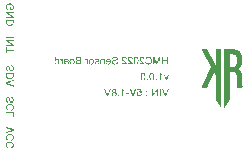
<source format=gbo>
G04*
G04 #@! TF.GenerationSoftware,Altium Limited,Altium Designer,20.2.5 (213)*
G04*
G04 Layer_Color=32896*
%FSLAX25Y25*%
%MOIN*%
G70*
G04*
G04 #@! TF.SameCoordinates,F18023E5-EE5D-4DE6-B478-A7BB098ACCA1*
G04*
G04*
G04 #@! TF.FilePolarity,Positive*
G04*
G01*
G75*
G36*
X84154Y39510D02*
X83034D01*
Y39488D01*
X83011D01*
Y39466D01*
X82989D01*
Y39443D01*
X82966D01*
Y39421D01*
X82944D01*
Y39398D01*
X82921D01*
Y39376D01*
X82899D01*
Y39353D01*
X82876D01*
Y39331D01*
X82854D01*
Y39309D01*
X82832D01*
Y39286D01*
X82809D01*
Y39264D01*
Y39241D01*
Y39219D01*
Y39197D01*
Y39174D01*
Y39152D01*
Y39129D01*
Y39107D01*
Y39085D01*
Y39062D01*
Y39040D01*
Y39017D01*
Y38995D01*
Y38972D01*
Y38950D01*
Y38928D01*
Y38905D01*
Y38883D01*
Y38860D01*
Y38838D01*
Y38816D01*
Y38793D01*
Y38771D01*
Y38748D01*
Y38726D01*
Y38703D01*
Y38681D01*
Y38659D01*
Y38636D01*
Y38614D01*
Y38591D01*
Y38569D01*
Y38547D01*
Y38524D01*
Y38502D01*
Y38479D01*
Y38457D01*
Y38434D01*
Y38412D01*
Y38390D01*
Y38367D01*
Y38345D01*
Y38322D01*
Y38300D01*
Y38278D01*
Y38255D01*
Y38233D01*
Y38210D01*
Y38188D01*
Y38166D01*
Y38143D01*
Y38121D01*
Y38098D01*
Y38076D01*
Y38053D01*
Y38031D01*
Y38009D01*
Y37986D01*
Y37964D01*
Y37941D01*
Y37919D01*
Y37896D01*
Y37874D01*
Y37852D01*
Y37829D01*
Y37807D01*
Y37784D01*
Y37762D01*
Y37740D01*
Y37717D01*
Y37695D01*
Y37672D01*
Y37650D01*
Y37628D01*
Y37605D01*
Y37583D01*
Y37560D01*
Y37538D01*
Y37515D01*
Y37493D01*
Y37471D01*
Y37448D01*
Y37426D01*
Y37403D01*
Y37381D01*
Y37358D01*
Y37336D01*
Y37314D01*
Y37291D01*
Y37269D01*
Y37246D01*
Y37224D01*
Y37202D01*
Y37179D01*
Y37157D01*
Y37134D01*
Y37112D01*
Y37089D01*
Y37067D01*
Y37045D01*
Y37022D01*
Y37000D01*
Y36977D01*
Y36955D01*
Y36933D01*
Y36910D01*
Y36888D01*
Y36865D01*
Y36843D01*
Y36821D01*
Y36798D01*
Y36776D01*
Y36753D01*
Y36731D01*
Y36708D01*
Y36686D01*
Y36664D01*
Y36641D01*
Y36619D01*
Y36596D01*
Y36574D01*
Y36551D01*
Y36529D01*
Y36507D01*
Y36484D01*
Y36462D01*
Y36439D01*
Y36417D01*
Y36395D01*
Y36372D01*
Y36350D01*
Y36327D01*
Y36305D01*
Y36283D01*
Y36260D01*
Y36238D01*
Y36215D01*
Y36193D01*
Y36170D01*
Y36148D01*
Y36126D01*
Y36103D01*
Y36081D01*
Y36058D01*
Y36036D01*
Y36013D01*
Y35991D01*
Y35969D01*
Y35946D01*
Y35924D01*
Y35901D01*
Y35879D01*
Y35857D01*
Y35834D01*
Y35812D01*
Y35789D01*
Y35767D01*
Y35745D01*
Y35722D01*
Y35700D01*
Y35677D01*
Y35655D01*
Y35632D01*
Y35610D01*
Y35588D01*
Y35565D01*
Y35543D01*
Y35520D01*
Y35498D01*
Y35476D01*
Y35453D01*
Y35431D01*
Y35408D01*
Y35386D01*
Y35363D01*
Y35341D01*
Y35319D01*
Y35296D01*
Y35274D01*
Y35251D01*
Y35229D01*
Y35206D01*
Y35184D01*
Y35162D01*
Y35139D01*
Y35117D01*
Y35094D01*
Y35072D01*
Y35050D01*
Y35027D01*
Y35005D01*
Y34982D01*
Y34960D01*
Y34938D01*
Y34915D01*
Y34893D01*
Y34870D01*
Y34848D01*
Y34825D01*
Y34803D01*
Y34781D01*
Y34758D01*
Y34736D01*
Y34713D01*
Y34691D01*
Y34668D01*
Y34646D01*
Y34624D01*
Y34601D01*
Y34579D01*
Y34556D01*
Y34534D01*
Y34512D01*
Y34489D01*
Y34467D01*
Y34444D01*
Y34422D01*
Y34400D01*
Y34377D01*
Y34355D01*
Y34332D01*
Y34310D01*
Y34287D01*
Y34265D01*
X82787D01*
Y34287D01*
X82765D01*
Y34310D01*
Y34332D01*
X82742D01*
Y34355D01*
Y34377D01*
X82720D01*
Y34400D01*
Y34422D01*
X82697D01*
Y34444D01*
X82675D01*
Y34467D01*
Y34489D01*
X82652D01*
Y34512D01*
Y34534D01*
X82630D01*
Y34556D01*
Y34579D01*
X82608D01*
Y34601D01*
Y34624D01*
X82585D01*
Y34646D01*
X82563D01*
Y34668D01*
Y34691D01*
X82540D01*
Y34713D01*
Y34736D01*
X82518D01*
Y34758D01*
Y34781D01*
X82495D01*
Y34803D01*
Y34825D01*
X82473D01*
Y34848D01*
Y34870D01*
X82451D01*
Y34893D01*
X82428D01*
Y34915D01*
Y34938D01*
X82406D01*
Y34960D01*
Y34982D01*
X82383D01*
Y35005D01*
Y35027D01*
X82361D01*
Y35050D01*
Y35072D01*
X82339D01*
Y35094D01*
Y35117D01*
X82316D01*
Y35139D01*
Y35162D01*
X82294D01*
Y35184D01*
X82271D01*
Y35206D01*
Y35229D01*
X82249D01*
Y35251D01*
Y35274D01*
X82227D01*
Y35296D01*
Y35319D01*
X82204D01*
Y35341D01*
Y35363D01*
X82182D01*
Y35386D01*
Y35408D01*
X82159D01*
Y35431D01*
Y35453D01*
X82137D01*
Y35476D01*
X82114D01*
Y35498D01*
Y35520D01*
X82092D01*
Y35543D01*
Y35565D01*
X82070D01*
Y35588D01*
Y35610D01*
X82047D01*
Y35632D01*
Y35655D01*
X82025D01*
Y35677D01*
Y35700D01*
X82002D01*
Y35722D01*
X81980D01*
Y35745D01*
Y35767D01*
X81958D01*
Y35789D01*
Y35812D01*
X81935D01*
Y35834D01*
Y35857D01*
X81913D01*
Y35879D01*
Y35901D01*
X81890D01*
Y35924D01*
Y35946D01*
X81868D01*
Y35969D01*
Y35991D01*
X81845D01*
Y36013D01*
X81823D01*
Y36036D01*
Y36058D01*
X81801D01*
Y36081D01*
Y36103D01*
X81778D01*
Y36126D01*
Y36148D01*
X81756D01*
Y36170D01*
Y36193D01*
X81733D01*
Y36215D01*
Y36238D01*
X81711D01*
Y36260D01*
Y36283D01*
X81688D01*
Y36305D01*
X81666D01*
Y36327D01*
Y36350D01*
X81644D01*
Y36372D01*
Y36395D01*
X81621D01*
Y36417D01*
Y36439D01*
X81599D01*
Y36462D01*
Y36484D01*
X81576D01*
Y36507D01*
Y36529D01*
X81554D01*
Y36551D01*
Y36574D01*
X81532D01*
Y36596D01*
X81509D01*
Y36619D01*
Y36641D01*
X81487D01*
Y36664D01*
Y36686D01*
X81464D01*
Y36708D01*
Y36731D01*
X81442D01*
Y36753D01*
Y36776D01*
X81419D01*
Y36798D01*
Y36821D01*
X81397D01*
Y36843D01*
X81375D01*
Y36865D01*
Y36888D01*
X81352D01*
Y36910D01*
Y36933D01*
X81330D01*
Y36955D01*
Y36977D01*
X81307D01*
Y37000D01*
Y37022D01*
X81285D01*
Y37045D01*
Y37067D01*
X81263D01*
Y37089D01*
Y37112D01*
X81240D01*
Y37134D01*
X81218D01*
Y37157D01*
Y37179D01*
X81195D01*
Y37202D01*
Y37224D01*
X81173D01*
Y37246D01*
Y37269D01*
X81151D01*
Y37291D01*
Y37314D01*
X81128D01*
Y37336D01*
Y37358D01*
X81106D01*
Y37381D01*
Y37403D01*
X81083D01*
Y37426D01*
X81061D01*
Y37448D01*
Y37471D01*
X81038D01*
Y37493D01*
Y37515D01*
X81016D01*
Y37538D01*
Y37560D01*
X80994D01*
Y37583D01*
Y37605D01*
X80971D01*
Y37628D01*
Y37650D01*
X80949D01*
Y37672D01*
Y37695D01*
X80926D01*
Y37717D01*
X80904D01*
Y37740D01*
Y37762D01*
X80882D01*
Y37784D01*
Y37807D01*
X80859D01*
Y37829D01*
Y37852D01*
X80837D01*
Y37874D01*
Y37896D01*
X80814D01*
Y37919D01*
Y37941D01*
X80792D01*
Y37964D01*
Y37986D01*
X80769D01*
Y38009D01*
X80747D01*
Y38031D01*
Y38053D01*
X80725D01*
Y38076D01*
Y38098D01*
X80702D01*
Y38121D01*
Y38143D01*
X80680D01*
Y38166D01*
Y38188D01*
X80657D01*
Y38210D01*
Y38233D01*
X80635D01*
Y38255D01*
X80612D01*
Y38278D01*
Y38300D01*
X80590D01*
Y38322D01*
Y38345D01*
X80568D01*
Y38367D01*
Y38390D01*
X80545D01*
Y38412D01*
Y38434D01*
X80523D01*
Y38457D01*
Y38479D01*
X80500D01*
Y38502D01*
Y38524D01*
X80478D01*
Y38547D01*
X80456D01*
Y38569D01*
Y38591D01*
X80433D01*
Y38614D01*
Y38636D01*
X80411D01*
Y38659D01*
Y38681D01*
X80388D01*
Y38703D01*
Y38726D01*
X80366D01*
Y38748D01*
Y38771D01*
X80344D01*
Y38793D01*
Y38816D01*
X80321D01*
Y38838D01*
X80299D01*
Y38860D01*
Y38883D01*
X80276D01*
Y38905D01*
Y38928D01*
X80254D01*
Y38950D01*
Y38972D01*
X80231D01*
Y38995D01*
Y39017D01*
X80209D01*
Y39040D01*
Y39062D01*
X80187D01*
Y39085D01*
Y39107D01*
X80164D01*
Y39129D01*
X80142D01*
Y39152D01*
Y39174D01*
X80119D01*
Y39197D01*
Y39219D01*
X80097D01*
Y39241D01*
Y39264D01*
X80075D01*
Y39286D01*
Y39309D01*
X80052D01*
Y39331D01*
Y39353D01*
X80030D01*
Y39376D01*
X80007D01*
Y39398D01*
Y39421D01*
X79985D01*
Y39443D01*
Y39466D01*
X79962D01*
Y39488D01*
Y39510D01*
X78438D01*
Y39488D01*
X78416D01*
Y39466D01*
Y39443D01*
X78393D01*
Y39421D01*
Y39398D01*
X78371D01*
Y39376D01*
X78348D01*
Y39353D01*
Y39331D01*
X78326D01*
Y39309D01*
Y39286D01*
X78304D01*
Y39264D01*
Y39241D01*
X78281D01*
Y39219D01*
X78259D01*
Y39197D01*
Y39174D01*
Y39152D01*
Y39129D01*
X78281D01*
Y39107D01*
Y39085D01*
X78304D01*
Y39062D01*
Y39040D01*
X78326D01*
Y39017D01*
Y38995D01*
X78348D01*
Y38972D01*
Y38950D01*
X78371D01*
Y38928D01*
X78393D01*
Y38905D01*
Y38883D01*
X78416D01*
Y38860D01*
Y38838D01*
X78438D01*
Y38816D01*
Y38793D01*
X78461D01*
Y38771D01*
Y38748D01*
X78483D01*
Y38726D01*
Y38703D01*
X78505D01*
Y38681D01*
X78528D01*
Y38659D01*
Y38636D01*
X78550D01*
Y38614D01*
Y38591D01*
X78573D01*
Y38569D01*
Y38547D01*
X78595D01*
Y38524D01*
Y38502D01*
X78617D01*
Y38479D01*
Y38457D01*
X78640D01*
Y38434D01*
X78662D01*
Y38412D01*
Y38390D01*
X78685D01*
Y38367D01*
Y38345D01*
X78707D01*
Y38322D01*
Y38300D01*
X78729D01*
Y38278D01*
Y38255D01*
X78752D01*
Y38233D01*
Y38210D01*
X78774D01*
Y38188D01*
X78797D01*
Y38166D01*
Y38143D01*
X78819D01*
Y38121D01*
Y38098D01*
X78842D01*
Y38076D01*
Y38053D01*
X78864D01*
Y38031D01*
Y38009D01*
X78886D01*
Y37986D01*
Y37964D01*
X78909D01*
Y37941D01*
Y37919D01*
X78931D01*
Y37896D01*
X78954D01*
Y37874D01*
Y37852D01*
X78976D01*
Y37829D01*
Y37807D01*
X78999D01*
Y37784D01*
Y37762D01*
X79021D01*
Y37740D01*
Y37717D01*
X79043D01*
Y37695D01*
Y37672D01*
X79066D01*
Y37650D01*
X79088D01*
Y37628D01*
Y37605D01*
X79111D01*
Y37583D01*
Y37560D01*
X79133D01*
Y37538D01*
Y37515D01*
X79155D01*
Y37493D01*
Y37471D01*
X79178D01*
Y37448D01*
Y37426D01*
X79200D01*
Y37403D01*
X79223D01*
Y37381D01*
Y37358D01*
X79245D01*
Y37336D01*
Y37314D01*
X79268D01*
Y37291D01*
Y37269D01*
X79290D01*
Y37246D01*
Y37224D01*
X79312D01*
Y37202D01*
Y37179D01*
X79335D01*
Y37157D01*
X79357D01*
Y37134D01*
Y37112D01*
X79380D01*
Y37089D01*
Y37067D01*
X79402D01*
Y37045D01*
Y37022D01*
X79424D01*
Y37000D01*
Y36977D01*
X79447D01*
Y36955D01*
Y36933D01*
X79469D01*
Y36910D01*
X79492D01*
Y36888D01*
Y36865D01*
X79514D01*
Y36843D01*
Y36821D01*
X79536D01*
Y36798D01*
Y36776D01*
X79559D01*
Y36753D01*
Y36731D01*
X79581D01*
Y36708D01*
Y36686D01*
X79604D01*
Y36664D01*
X79626D01*
Y36641D01*
Y36619D01*
X79649D01*
Y36596D01*
Y36574D01*
X79671D01*
Y36551D01*
Y36529D01*
X79693D01*
Y36507D01*
Y36484D01*
X79716D01*
Y36462D01*
Y36439D01*
X79738D01*
Y36417D01*
X79761D01*
Y36395D01*
Y36372D01*
X79783D01*
Y36350D01*
Y36327D01*
X79805D01*
Y36305D01*
Y36283D01*
X79828D01*
Y36260D01*
Y36238D01*
X79850D01*
Y36215D01*
Y36193D01*
X79873D01*
Y36170D01*
Y36148D01*
X79895D01*
Y36126D01*
X79918D01*
Y36103D01*
Y36081D01*
X79940D01*
Y36058D01*
Y36036D01*
X79962D01*
Y36013D01*
Y35991D01*
X79985D01*
Y35969D01*
Y35946D01*
X80007D01*
Y35924D01*
Y35901D01*
X80030D01*
Y35879D01*
X80052D01*
Y35857D01*
Y35834D01*
X80075D01*
Y35812D01*
Y35789D01*
X80097D01*
Y35767D01*
Y35745D01*
X80119D01*
Y35722D01*
Y35700D01*
X80142D01*
Y35677D01*
Y35655D01*
X80164D01*
Y35632D01*
X80187D01*
Y35610D01*
Y35588D01*
X80209D01*
Y35565D01*
Y35543D01*
X80231D01*
Y35520D01*
Y35498D01*
X80254D01*
Y35476D01*
Y35453D01*
X80276D01*
Y35431D01*
Y35408D01*
X80299D01*
Y35386D01*
X80321D01*
Y35363D01*
Y35341D01*
X80344D01*
Y35319D01*
Y35296D01*
X80366D01*
Y35274D01*
Y35251D01*
X80388D01*
Y35229D01*
Y35206D01*
X80411D01*
Y35184D01*
Y35162D01*
X80433D01*
Y35139D01*
X80456D01*
Y35117D01*
Y35094D01*
X80478D01*
Y35072D01*
Y35050D01*
X80500D01*
Y35027D01*
Y35005D01*
X80523D01*
Y34982D01*
Y34960D01*
X80545D01*
Y34938D01*
Y34915D01*
X80568D01*
Y34893D01*
X80590D01*
Y34870D01*
Y34848D01*
X80612D01*
Y34825D01*
Y34803D01*
X80635D01*
Y34781D01*
Y34758D01*
X80657D01*
Y34736D01*
Y34713D01*
X80680D01*
Y34691D01*
Y34668D01*
X80702D01*
Y34646D01*
X80725D01*
Y34624D01*
Y34601D01*
X80747D01*
Y34579D01*
Y34556D01*
X80769D01*
Y34534D01*
Y34512D01*
X80792D01*
Y34489D01*
Y34467D01*
X80814D01*
Y34444D01*
Y34422D01*
X80837D01*
Y34400D01*
X80859D01*
Y34377D01*
Y34355D01*
X80882D01*
Y34332D01*
Y34310D01*
X80904D01*
Y34287D01*
Y34265D01*
X80926D01*
Y34243D01*
Y34220D01*
X80949D01*
Y34198D01*
Y34175D01*
X80971D01*
Y34153D01*
Y34130D01*
X80994D01*
Y34108D01*
X81016D01*
Y34086D01*
Y34063D01*
X81038D01*
Y34041D01*
Y34018D01*
X81061D01*
Y33996D01*
Y33974D01*
X81083D01*
Y33951D01*
Y33929D01*
X81106D01*
Y33906D01*
Y33884D01*
X81128D01*
Y33862D01*
X81151D01*
Y33839D01*
Y33817D01*
X81173D01*
Y33794D01*
Y33772D01*
X81195D01*
Y33749D01*
Y33727D01*
X81218D01*
Y33705D01*
Y33682D01*
X81240D01*
Y33660D01*
Y33637D01*
X81263D01*
Y33615D01*
X81240D01*
Y33593D01*
Y33570D01*
X81218D01*
Y33548D01*
Y33525D01*
X81195D01*
Y33503D01*
Y33480D01*
Y33458D01*
X81173D01*
Y33436D01*
Y33413D01*
X81151D01*
Y33391D01*
Y33368D01*
X81128D01*
Y33346D01*
Y33323D01*
X81106D01*
Y33301D01*
Y33279D01*
X81083D01*
Y33256D01*
Y33234D01*
X81061D01*
Y33211D01*
Y33189D01*
X81038D01*
Y33167D01*
Y33144D01*
X81016D01*
Y33122D01*
Y33099D01*
Y33077D01*
X80994D01*
Y33055D01*
Y33032D01*
X80971D01*
Y33010D01*
Y32987D01*
X80949D01*
Y32965D01*
Y32942D01*
X80926D01*
Y32920D01*
Y32898D01*
X80904D01*
Y32875D01*
Y32853D01*
X80882D01*
Y32830D01*
Y32808D01*
X80859D01*
Y32785D01*
Y32763D01*
X80837D01*
Y32741D01*
Y32718D01*
Y32696D01*
X80814D01*
Y32673D01*
Y32651D01*
X80792D01*
Y32629D01*
Y32606D01*
X80769D01*
Y32584D01*
Y32561D01*
X80747D01*
Y32539D01*
Y32517D01*
X80725D01*
Y32494D01*
Y32472D01*
X80702D01*
Y32449D01*
Y32427D01*
X80680D01*
Y32405D01*
Y32382D01*
X80657D01*
Y32360D01*
Y32337D01*
Y32315D01*
X80635D01*
Y32292D01*
Y32270D01*
X80612D01*
Y32248D01*
Y32225D01*
X80590D01*
Y32203D01*
Y32180D01*
X80568D01*
Y32158D01*
Y32135D01*
X80545D01*
Y32113D01*
Y32091D01*
X80523D01*
Y32068D01*
Y32046D01*
X80500D01*
Y32023D01*
Y32001D01*
X80478D01*
Y31979D01*
Y31956D01*
Y31934D01*
X80456D01*
Y31911D01*
Y31889D01*
X80433D01*
Y31866D01*
Y31844D01*
X80411D01*
Y31822D01*
Y31799D01*
X80388D01*
Y31777D01*
Y31754D01*
X80366D01*
Y31732D01*
Y31710D01*
X80344D01*
Y31687D01*
Y31665D01*
X80321D01*
Y31642D01*
Y31620D01*
X80299D01*
Y31598D01*
Y31575D01*
X80276D01*
Y31553D01*
Y31530D01*
Y31508D01*
X80254D01*
Y31485D01*
Y31463D01*
X80231D01*
Y31441D01*
Y31418D01*
X80209D01*
Y31396D01*
Y31373D01*
X80187D01*
Y31351D01*
Y31328D01*
X80164D01*
Y31306D01*
Y31284D01*
X80142D01*
Y31261D01*
Y31239D01*
X80119D01*
Y31216D01*
Y31194D01*
X80097D01*
Y31172D01*
Y31149D01*
Y31127D01*
X80075D01*
Y31104D01*
Y31082D01*
X80052D01*
Y31060D01*
Y31037D01*
X80030D01*
Y31015D01*
Y30992D01*
X80007D01*
Y30970D01*
Y30947D01*
X79985D01*
Y30925D01*
Y30903D01*
X79962D01*
Y30880D01*
Y30858D01*
X79940D01*
Y30835D01*
Y30813D01*
X79918D01*
Y30790D01*
Y30768D01*
Y30746D01*
X79895D01*
Y30723D01*
Y30701D01*
X79873D01*
Y30678D01*
Y30656D01*
X79850D01*
Y30634D01*
Y30611D01*
X79828D01*
Y30589D01*
Y30566D01*
X79805D01*
Y30544D01*
Y30522D01*
X79783D01*
Y30499D01*
Y30477D01*
X79761D01*
Y30454D01*
Y30432D01*
X79738D01*
Y30409D01*
Y30387D01*
Y30365D01*
X79716D01*
Y30342D01*
Y30320D01*
X79693D01*
Y30297D01*
Y30275D01*
X79671D01*
Y30253D01*
Y30230D01*
X79649D01*
Y30208D01*
Y30185D01*
X79626D01*
Y30163D01*
Y30140D01*
X79604D01*
Y30118D01*
Y30096D01*
X79581D01*
Y30073D01*
Y30051D01*
X79559D01*
Y30028D01*
Y30006D01*
Y29983D01*
X79536D01*
Y29961D01*
Y29939D01*
X79514D01*
Y29916D01*
Y29894D01*
X79492D01*
Y29871D01*
Y29849D01*
X79469D01*
Y29827D01*
Y29804D01*
X79447D01*
Y29782D01*
Y29759D01*
X79424D01*
Y29737D01*
Y29715D01*
X79402D01*
Y29692D01*
Y29670D01*
X79380D01*
Y29647D01*
Y29625D01*
Y29602D01*
X79357D01*
Y29580D01*
Y29558D01*
X79335D01*
Y29535D01*
Y29513D01*
X79312D01*
Y29490D01*
Y29468D01*
X79290D01*
Y29445D01*
Y29423D01*
X79268D01*
Y29401D01*
Y29378D01*
X79245D01*
Y29356D01*
Y29333D01*
X79223D01*
Y29311D01*
Y29289D01*
X79200D01*
Y29266D01*
Y29244D01*
X79178D01*
Y29221D01*
Y29199D01*
Y29177D01*
X79155D01*
Y29154D01*
Y29132D01*
X79133D01*
Y29109D01*
Y29087D01*
X79111D01*
Y29064D01*
Y29042D01*
X79088D01*
Y29020D01*
Y28997D01*
X79066D01*
Y28975D01*
Y28952D01*
X79043D01*
Y28930D01*
Y28907D01*
X79021D01*
Y28885D01*
Y28863D01*
X78999D01*
Y28840D01*
Y28818D01*
Y28795D01*
X78976D01*
Y28773D01*
Y28751D01*
X78954D01*
Y28728D01*
Y28706D01*
X78931D01*
Y28683D01*
Y28661D01*
X78909D01*
Y28638D01*
Y28616D01*
X78886D01*
Y28594D01*
Y28571D01*
X78864D01*
Y28549D01*
Y28526D01*
X78842D01*
Y28504D01*
Y28482D01*
X78819D01*
Y28459D01*
Y28437D01*
Y28414D01*
X78797D01*
Y28392D01*
Y28370D01*
X78774D01*
Y28347D01*
Y28325D01*
X78752D01*
Y28302D01*
Y28280D01*
X78729D01*
Y28257D01*
Y28235D01*
X78707D01*
Y28213D01*
Y28190D01*
X78685D01*
Y28168D01*
Y28145D01*
X78662D01*
Y28123D01*
Y28100D01*
X78640D01*
Y28078D01*
Y28056D01*
Y28033D01*
X78617D01*
Y28011D01*
Y27988D01*
X78595D01*
Y27966D01*
Y27944D01*
X78573D01*
Y27921D01*
Y27899D01*
X78550D01*
Y27876D01*
Y27854D01*
X78528D01*
Y27832D01*
Y27809D01*
X78505D01*
Y27787D01*
Y27764D01*
X78483D01*
Y27742D01*
Y27719D01*
X78461D01*
Y27697D01*
Y27675D01*
Y27652D01*
X78438D01*
Y27630D01*
Y27607D01*
X78416D01*
Y27585D01*
Y27562D01*
X78393D01*
Y27540D01*
Y27518D01*
X78371D01*
Y27495D01*
Y27473D01*
X78348D01*
Y27450D01*
Y27428D01*
X78326D01*
Y27406D01*
Y27383D01*
X78304D01*
Y27361D01*
Y27338D01*
X78281D01*
Y27316D01*
Y27294D01*
X78259D01*
Y27271D01*
Y27249D01*
Y27226D01*
X78236D01*
Y27204D01*
Y27181D01*
X78214D01*
Y27159D01*
Y27137D01*
X78192D01*
Y27114D01*
Y27092D01*
X78169D01*
Y27069D01*
Y27047D01*
X78147D01*
Y27024D01*
Y27002D01*
Y26980D01*
Y26957D01*
X78169D01*
Y26935D01*
Y26912D01*
X78192D01*
Y26890D01*
X78214D01*
Y26868D01*
Y26845D01*
X78236D01*
Y26823D01*
X78259D01*
Y26800D01*
Y26778D01*
X78281D01*
Y26755D01*
Y26733D01*
X78304D01*
Y26711D01*
X78326D01*
Y26688D01*
Y26666D01*
X79873D01*
Y26688D01*
X79895D01*
Y26711D01*
Y26733D01*
X79918D01*
Y26755D01*
Y26778D01*
X79940D01*
Y26800D01*
Y26823D01*
X79962D01*
Y26845D01*
Y26868D01*
X79985D01*
Y26890D01*
Y26912D01*
Y26935D01*
X80007D01*
Y26957D01*
Y26980D01*
X80030D01*
Y27002D01*
Y27024D01*
X80052D01*
Y27047D01*
Y27069D01*
X80075D01*
Y27092D01*
Y27114D01*
X80097D01*
Y27137D01*
Y27159D01*
X80119D01*
Y27181D01*
Y27204D01*
X80142D01*
Y27226D01*
Y27249D01*
X80164D01*
Y27271D01*
Y27294D01*
X80187D01*
Y27316D01*
Y27338D01*
X80209D01*
Y27361D01*
Y27383D01*
X80231D01*
Y27406D01*
Y27428D01*
X80254D01*
Y27450D01*
Y27473D01*
X80276D01*
Y27495D01*
Y27518D01*
X80299D01*
Y27540D01*
Y27562D01*
X80321D01*
Y27585D01*
Y27607D01*
X80344D01*
Y27630D01*
Y27652D01*
Y27675D01*
X80366D01*
Y27697D01*
Y27719D01*
X80388D01*
Y27742D01*
Y27764D01*
X80411D01*
Y27787D01*
Y27809D01*
X80433D01*
Y27832D01*
Y27854D01*
X80456D01*
Y27876D01*
Y27899D01*
X80478D01*
Y27921D01*
Y27944D01*
X80500D01*
Y27966D01*
Y27988D01*
X80523D01*
Y28011D01*
Y28033D01*
X80545D01*
Y28056D01*
Y28078D01*
X80568D01*
Y28100D01*
Y28123D01*
X80590D01*
Y28145D01*
Y28168D01*
X80612D01*
Y28190D01*
Y28213D01*
X80635D01*
Y28235D01*
Y28257D01*
X80657D01*
Y28280D01*
Y28302D01*
X80680D01*
Y28325D01*
Y28347D01*
X80702D01*
Y28370D01*
Y28392D01*
Y28414D01*
X80725D01*
Y28437D01*
Y28459D01*
X80747D01*
Y28482D01*
Y28504D01*
X80769D01*
Y28526D01*
Y28549D01*
X80792D01*
Y28571D01*
Y28594D01*
X80814D01*
Y28616D01*
Y28638D01*
X80837D01*
Y28661D01*
Y28683D01*
X80859D01*
Y28706D01*
Y28728D01*
X80882D01*
Y28751D01*
Y28773D01*
X80904D01*
Y28795D01*
Y28818D01*
X80926D01*
Y28840D01*
Y28863D01*
X80949D01*
Y28885D01*
Y28907D01*
X80971D01*
Y28930D01*
Y28952D01*
X80994D01*
Y28975D01*
Y28997D01*
X81016D01*
Y29020D01*
Y29042D01*
X81038D01*
Y29064D01*
Y29087D01*
Y29109D01*
X81061D01*
Y29132D01*
Y29154D01*
X81083D01*
Y29177D01*
Y29199D01*
X81106D01*
Y29221D01*
Y29244D01*
X81128D01*
Y29266D01*
Y29289D01*
X81151D01*
Y29311D01*
Y29333D01*
X81173D01*
Y29356D01*
Y29378D01*
X81195D01*
Y29401D01*
Y29423D01*
X81218D01*
Y29445D01*
Y29468D01*
X81240D01*
Y29490D01*
Y29513D01*
X81263D01*
Y29535D01*
Y29558D01*
X81285D01*
Y29580D01*
Y29602D01*
X81307D01*
Y29625D01*
Y29647D01*
X81330D01*
Y29670D01*
Y29692D01*
X81352D01*
Y29715D01*
Y29737D01*
X81375D01*
Y29759D01*
Y29782D01*
Y29804D01*
X81397D01*
Y29827D01*
Y29849D01*
X81419D01*
Y29871D01*
Y29894D01*
X81442D01*
Y29916D01*
Y29939D01*
X81464D01*
Y29961D01*
Y29983D01*
X81487D01*
Y30006D01*
Y30028D01*
X81509D01*
Y30051D01*
Y30073D01*
X81532D01*
Y30096D01*
Y30118D01*
X81554D01*
Y30140D01*
Y30163D01*
X81576D01*
Y30185D01*
Y30208D01*
X81599D01*
Y30230D01*
Y30253D01*
X81621D01*
Y30275D01*
Y30297D01*
X81644D01*
Y30320D01*
Y30342D01*
X81666D01*
Y30365D01*
Y30387D01*
X81688D01*
Y30409D01*
Y30432D01*
X81711D01*
Y30454D01*
Y30477D01*
Y30499D01*
X81733D01*
Y30522D01*
Y30544D01*
X81756D01*
Y30566D01*
Y30589D01*
X81778D01*
Y30611D01*
Y30634D01*
X81801D01*
Y30656D01*
Y30678D01*
X81823D01*
Y30701D01*
Y30723D01*
X81845D01*
Y30746D01*
Y30768D01*
X81868D01*
Y30790D01*
Y30813D01*
X81890D01*
Y30835D01*
Y30858D01*
X81913D01*
Y30880D01*
Y30903D01*
X81935D01*
Y30925D01*
Y30947D01*
X81958D01*
Y30970D01*
Y30992D01*
X81980D01*
Y31015D01*
Y31037D01*
X82002D01*
Y31060D01*
Y31082D01*
X82025D01*
Y31104D01*
Y31127D01*
X82047D01*
Y31149D01*
Y31172D01*
Y31194D01*
X82070D01*
Y31216D01*
Y31239D01*
X82092D01*
Y31261D01*
Y31284D01*
X82114D01*
Y31306D01*
Y31328D01*
X82137D01*
Y31351D01*
Y31373D01*
X82159D01*
Y31396D01*
Y31418D01*
X82182D01*
Y31441D01*
Y31463D01*
X82204D01*
Y31485D01*
Y31508D01*
X82227D01*
Y31530D01*
Y31553D01*
X82249D01*
Y31575D01*
Y31598D01*
X82271D01*
Y31620D01*
Y31642D01*
X82294D01*
Y31665D01*
Y31687D01*
X82316D01*
Y31710D01*
Y31732D01*
X82339D01*
Y31754D01*
X82361D01*
Y31732D01*
X82383D01*
Y31710D01*
X82406D01*
Y31687D01*
Y31665D01*
X82428D01*
Y31642D01*
X82451D01*
Y31620D01*
Y31598D01*
X82473D01*
Y31575D01*
Y31553D01*
X82495D01*
Y31530D01*
X82518D01*
Y31508D01*
Y31485D01*
X82540D01*
Y31463D01*
Y31441D01*
X82563D01*
Y31418D01*
X82585D01*
Y31396D01*
Y31373D01*
X82608D01*
Y31351D01*
Y31328D01*
X82630D01*
Y31306D01*
Y31284D01*
X82652D01*
Y31261D01*
X82675D01*
Y31239D01*
Y31216D01*
X82697D01*
Y31194D01*
Y31172D01*
X82720D01*
Y31149D01*
Y31127D01*
X82742D01*
Y31104D01*
X82765D01*
Y31082D01*
Y31060D01*
X82787D01*
Y31037D01*
Y31015D01*
X82809D01*
Y30992D01*
Y30970D01*
Y30947D01*
Y30925D01*
Y30903D01*
Y30880D01*
Y30858D01*
Y30835D01*
Y30813D01*
Y30790D01*
Y30768D01*
Y30746D01*
Y30723D01*
Y30701D01*
Y30678D01*
Y30656D01*
Y30634D01*
Y30611D01*
Y30589D01*
Y30566D01*
Y30544D01*
Y30522D01*
Y30499D01*
Y30477D01*
Y30454D01*
Y30432D01*
Y30409D01*
Y30387D01*
Y30365D01*
Y30342D01*
Y30320D01*
Y30297D01*
Y30275D01*
Y30253D01*
Y30230D01*
Y30208D01*
Y30185D01*
Y30163D01*
Y30140D01*
Y30118D01*
Y30096D01*
Y30073D01*
Y30051D01*
Y30028D01*
Y30006D01*
Y29983D01*
Y29961D01*
Y29939D01*
Y29916D01*
Y29894D01*
Y29871D01*
Y29849D01*
Y29827D01*
Y29804D01*
Y29782D01*
Y29759D01*
Y29737D01*
Y29715D01*
Y29692D01*
Y29670D01*
Y29647D01*
Y29625D01*
Y29602D01*
Y29580D01*
Y29558D01*
Y29535D01*
Y29513D01*
Y29490D01*
Y29468D01*
Y29445D01*
Y29423D01*
Y29401D01*
Y29378D01*
Y29356D01*
Y29333D01*
Y29311D01*
Y29289D01*
Y29266D01*
Y29244D01*
Y29221D01*
Y29199D01*
Y29177D01*
Y29154D01*
Y29132D01*
Y29109D01*
Y29087D01*
Y29064D01*
Y29042D01*
Y29020D01*
Y28997D01*
Y28975D01*
Y28952D01*
Y28930D01*
Y28907D01*
Y28885D01*
Y28863D01*
Y28840D01*
Y28818D01*
Y28795D01*
Y28773D01*
Y28751D01*
Y28728D01*
Y28706D01*
Y28683D01*
Y28661D01*
Y28638D01*
Y28616D01*
Y28594D01*
Y28571D01*
Y28549D01*
Y28526D01*
Y28504D01*
Y28482D01*
Y28459D01*
Y28437D01*
Y28414D01*
Y28392D01*
Y28370D01*
Y28347D01*
Y28325D01*
Y28302D01*
Y28280D01*
Y28257D01*
Y28235D01*
Y28213D01*
Y28190D01*
Y28168D01*
Y28145D01*
Y28123D01*
Y28100D01*
Y28078D01*
Y28056D01*
Y28033D01*
Y28011D01*
Y27988D01*
Y27966D01*
Y27944D01*
Y27921D01*
Y27899D01*
Y27876D01*
Y27854D01*
Y27832D01*
Y27809D01*
Y27787D01*
Y27764D01*
Y27742D01*
Y27719D01*
Y27697D01*
Y27675D01*
Y27652D01*
Y27630D01*
Y27607D01*
Y27585D01*
Y27562D01*
Y27540D01*
Y27518D01*
Y27495D01*
Y27473D01*
Y27450D01*
Y27428D01*
Y27406D01*
Y27383D01*
Y27361D01*
Y27338D01*
Y27316D01*
Y27294D01*
Y27271D01*
Y27249D01*
Y27226D01*
Y27204D01*
Y27181D01*
Y27159D01*
Y27137D01*
Y27114D01*
Y27092D01*
Y27069D01*
Y27047D01*
Y27024D01*
Y27002D01*
Y26980D01*
Y26957D01*
Y26935D01*
Y26912D01*
Y26890D01*
Y26868D01*
Y26845D01*
Y26823D01*
Y26800D01*
Y26778D01*
Y26755D01*
Y26733D01*
Y26711D01*
Y26688D01*
Y26666D01*
Y26643D01*
Y26621D01*
Y26599D01*
Y26576D01*
Y26554D01*
Y26531D01*
Y26509D01*
Y26487D01*
Y26464D01*
Y26442D01*
Y26419D01*
Y26397D01*
Y26375D01*
Y26352D01*
Y26330D01*
Y26307D01*
Y26285D01*
Y26262D01*
Y26240D01*
Y26217D01*
Y26195D01*
Y26173D01*
Y26150D01*
Y26128D01*
Y26105D01*
Y26083D01*
Y26061D01*
Y26038D01*
Y26016D01*
Y25993D01*
Y25971D01*
Y25949D01*
Y25926D01*
Y25904D01*
Y25881D01*
Y25859D01*
Y25837D01*
Y25814D01*
Y25792D01*
Y25769D01*
Y25747D01*
Y25724D01*
Y25702D01*
Y25679D01*
Y25657D01*
Y25635D01*
Y25612D01*
Y25590D01*
Y25567D01*
Y25545D01*
Y25523D01*
Y25500D01*
Y25478D01*
Y25455D01*
Y25433D01*
Y25411D01*
Y25388D01*
Y25366D01*
Y25343D01*
Y25321D01*
Y25298D01*
Y25276D01*
Y25254D01*
Y25231D01*
Y25209D01*
Y25186D01*
Y25164D01*
Y25142D01*
Y25119D01*
Y25097D01*
Y25074D01*
Y25052D01*
Y25030D01*
Y25007D01*
Y24985D01*
Y24962D01*
Y24940D01*
Y24917D01*
Y24895D01*
Y24873D01*
Y24850D01*
Y24828D01*
Y24805D01*
Y24783D01*
Y24760D01*
Y24738D01*
Y24716D01*
Y24693D01*
Y24671D01*
Y24648D01*
Y24626D01*
Y24604D01*
Y24581D01*
Y24559D01*
Y24536D01*
Y24514D01*
Y24491D01*
Y24469D01*
Y24447D01*
Y24424D01*
Y24402D01*
Y24379D01*
Y24357D01*
Y24335D01*
Y24312D01*
Y24290D01*
Y24267D01*
Y24245D01*
Y24223D01*
Y24200D01*
Y24178D01*
Y24155D01*
Y24133D01*
Y24110D01*
Y24088D01*
Y24066D01*
Y24043D01*
Y24021D01*
Y23998D01*
Y23976D01*
Y23954D01*
Y23931D01*
Y23909D01*
Y23886D01*
Y23864D01*
Y23841D01*
Y23819D01*
Y23797D01*
Y23774D01*
Y23752D01*
Y23729D01*
Y23707D01*
Y23685D01*
Y23662D01*
Y23640D01*
Y23617D01*
Y23595D01*
Y23572D01*
Y23550D01*
Y23528D01*
Y23505D01*
Y23483D01*
Y23460D01*
Y23438D01*
Y23415D01*
Y23393D01*
Y23371D01*
Y23348D01*
Y23326D01*
Y23303D01*
Y23281D01*
Y23259D01*
Y23236D01*
Y23214D01*
Y23191D01*
Y23169D01*
Y23146D01*
Y23124D01*
Y23102D01*
Y23079D01*
Y23057D01*
Y23034D01*
Y23012D01*
Y22990D01*
Y22967D01*
Y22945D01*
Y22922D01*
Y22900D01*
Y22877D01*
Y22855D01*
Y22833D01*
Y22810D01*
Y22788D01*
X82832D01*
Y22765D01*
X82854D01*
Y22743D01*
Y22721D01*
X82876D01*
Y22698D01*
X82899D01*
Y22676D01*
Y22653D01*
X82921D01*
Y22631D01*
Y22609D01*
X82944D01*
Y22586D01*
X82966D01*
Y22564D01*
Y22541D01*
X82989D01*
Y22519D01*
X83011D01*
Y22496D01*
Y22474D01*
X83034D01*
Y22452D01*
Y22429D01*
X83056D01*
Y22407D01*
X83078D01*
Y22384D01*
Y22362D01*
X83101D01*
Y22340D01*
X83123D01*
Y22317D01*
Y22295D01*
X83145D01*
Y22272D01*
X83168D01*
Y22250D01*
Y22227D01*
X83190D01*
Y22205D01*
Y22183D01*
X83213D01*
Y22160D01*
X83235D01*
Y22138D01*
Y22115D01*
X83258D01*
Y22093D01*
X83280D01*
Y22071D01*
Y22048D01*
X83302D01*
Y22026D01*
X83325D01*
Y22003D01*
Y21981D01*
X83347D01*
Y21958D01*
Y21936D01*
X83370D01*
Y21914D01*
X83392D01*
Y21891D01*
Y21869D01*
X83415D01*
Y21846D01*
X83437D01*
Y21824D01*
Y21802D01*
X83459D01*
Y21779D01*
Y21757D01*
X83482D01*
Y21734D01*
X83504D01*
Y21712D01*
Y21689D01*
X83527D01*
Y21667D01*
X83549D01*
Y21645D01*
Y21622D01*
X83571D01*
Y21600D01*
X83594D01*
Y21577D01*
Y21555D01*
X83616D01*
Y21532D01*
Y21510D01*
X83639D01*
Y21488D01*
X83661D01*
Y21465D01*
Y21443D01*
X83684D01*
Y21420D01*
X83706D01*
Y21398D01*
Y21376D01*
X83728D01*
Y21353D01*
X83751D01*
Y21331D01*
Y21308D01*
X83773D01*
Y21286D01*
Y21263D01*
X83796D01*
Y21241D01*
X83818D01*
Y21219D01*
Y21196D01*
X83841D01*
Y21174D01*
X83863D01*
Y21151D01*
Y21129D01*
X83885D01*
Y21107D01*
X83908D01*
Y21084D01*
Y21062D01*
X83930D01*
Y21039D01*
Y21017D01*
X83952D01*
Y20994D01*
X83975D01*
Y20972D01*
Y20950D01*
X83997D01*
Y20927D01*
X84020D01*
Y20905D01*
Y20882D01*
X84042D01*
Y20860D01*
X84065D01*
Y20838D01*
Y20815D01*
X84087D01*
Y20793D01*
Y20770D01*
X84109D01*
Y20748D01*
X84132D01*
Y20726D01*
Y20703D01*
X84154D01*
Y20681D01*
X84177D01*
Y20658D01*
Y20636D01*
X84199D01*
Y20613D01*
X84222D01*
Y20591D01*
Y20569D01*
X84244D01*
Y20546D01*
Y20524D01*
X84266D01*
Y20501D01*
X84289D01*
Y20479D01*
Y20457D01*
X84311D01*
Y20434D01*
X84334D01*
Y20412D01*
Y20389D01*
X84356D01*
Y20367D01*
X84378D01*
Y20344D01*
Y20322D01*
X84401D01*
Y20300D01*
Y20277D01*
X84423D01*
Y20255D01*
X84446D01*
Y20232D01*
Y20210D01*
X84468D01*
Y20188D01*
X84491D01*
Y20165D01*
Y20143D01*
X84513D01*
Y20120D01*
X84535D01*
Y20098D01*
Y20075D01*
X84558D01*
Y20053D01*
Y20031D01*
X84580D01*
Y20008D01*
X84603D01*
Y19986D01*
Y19963D01*
X84647D01*
Y19986D01*
Y20008D01*
Y20031D01*
Y20053D01*
Y20075D01*
Y20098D01*
Y20120D01*
Y20143D01*
Y20165D01*
Y20188D01*
Y20210D01*
Y20232D01*
Y20255D01*
Y20277D01*
Y20300D01*
Y20322D01*
Y20344D01*
Y20367D01*
Y20389D01*
Y20412D01*
Y20434D01*
Y20457D01*
Y20479D01*
Y20501D01*
Y20524D01*
Y20546D01*
Y20569D01*
Y20591D01*
Y20613D01*
Y20636D01*
Y20658D01*
Y20681D01*
Y20703D01*
Y20726D01*
Y20748D01*
Y20770D01*
Y20793D01*
Y20815D01*
Y20838D01*
Y20860D01*
Y20882D01*
Y20905D01*
Y20927D01*
Y20950D01*
Y20972D01*
Y20994D01*
Y21017D01*
Y21039D01*
Y21062D01*
Y21084D01*
Y21107D01*
Y21129D01*
Y21151D01*
Y21174D01*
Y21196D01*
Y21219D01*
Y21241D01*
Y21263D01*
Y21286D01*
Y21308D01*
Y21331D01*
Y21353D01*
Y21376D01*
Y21398D01*
Y21420D01*
Y21443D01*
Y21465D01*
Y21488D01*
Y21510D01*
Y21532D01*
Y21555D01*
Y21577D01*
Y21600D01*
Y21622D01*
Y21645D01*
Y21667D01*
Y21689D01*
Y21712D01*
Y21734D01*
Y21757D01*
Y21779D01*
Y21802D01*
Y21824D01*
Y21846D01*
Y21869D01*
Y21891D01*
Y21914D01*
Y21936D01*
Y21958D01*
Y21981D01*
Y22003D01*
Y22026D01*
Y22048D01*
Y22071D01*
Y22093D01*
Y22115D01*
Y22138D01*
Y22160D01*
Y22183D01*
Y22205D01*
Y22227D01*
Y22250D01*
Y22272D01*
Y22295D01*
Y22317D01*
Y22340D01*
Y22362D01*
Y22384D01*
Y22407D01*
Y22429D01*
Y22452D01*
Y22474D01*
Y22496D01*
Y22519D01*
Y22541D01*
Y22564D01*
Y22586D01*
Y22609D01*
Y22631D01*
Y22653D01*
Y22676D01*
Y22698D01*
Y22721D01*
Y22743D01*
Y22765D01*
Y22788D01*
Y22810D01*
Y22833D01*
Y22855D01*
Y22877D01*
Y22900D01*
Y22922D01*
Y22945D01*
Y22967D01*
Y22990D01*
Y23012D01*
Y23034D01*
Y23057D01*
Y23079D01*
Y23102D01*
Y23124D01*
Y23146D01*
Y23169D01*
Y23191D01*
Y23214D01*
Y23236D01*
Y23259D01*
Y23281D01*
Y23303D01*
Y23326D01*
Y23348D01*
Y23371D01*
Y23393D01*
Y23415D01*
Y23438D01*
Y23460D01*
Y23483D01*
Y23505D01*
Y23528D01*
Y23550D01*
Y23572D01*
Y23595D01*
Y23617D01*
Y23640D01*
Y23662D01*
Y23685D01*
Y23707D01*
Y23729D01*
Y23752D01*
Y23774D01*
Y23797D01*
Y23819D01*
Y23841D01*
Y23864D01*
Y23886D01*
Y23909D01*
Y23931D01*
Y23954D01*
Y23976D01*
Y23998D01*
Y24021D01*
Y24043D01*
Y24066D01*
Y24088D01*
Y24110D01*
Y24133D01*
Y24155D01*
Y24178D01*
Y24200D01*
Y24223D01*
Y24245D01*
Y24267D01*
Y24290D01*
Y24312D01*
Y24335D01*
Y24357D01*
Y24379D01*
Y24402D01*
Y24424D01*
Y24447D01*
Y24469D01*
Y24491D01*
Y24514D01*
Y24536D01*
Y24559D01*
Y24581D01*
Y24604D01*
Y24626D01*
Y24648D01*
Y24671D01*
Y24693D01*
Y24716D01*
Y24738D01*
Y24760D01*
Y24783D01*
Y24805D01*
Y24828D01*
Y24850D01*
Y24873D01*
Y24895D01*
Y24917D01*
Y24940D01*
Y24962D01*
Y24985D01*
Y25007D01*
Y25030D01*
Y25052D01*
Y25074D01*
Y25097D01*
Y25119D01*
Y25142D01*
Y25164D01*
Y25186D01*
Y25209D01*
Y25231D01*
Y25254D01*
Y25276D01*
Y25298D01*
Y25321D01*
Y25343D01*
Y25366D01*
Y25388D01*
Y25411D01*
Y25433D01*
Y25455D01*
Y25478D01*
Y25500D01*
Y25523D01*
Y25545D01*
Y25567D01*
Y25590D01*
Y25612D01*
Y25635D01*
Y25657D01*
Y25679D01*
Y25702D01*
Y25724D01*
Y25747D01*
Y25769D01*
Y25792D01*
Y25814D01*
Y25837D01*
Y25859D01*
Y25881D01*
Y25904D01*
Y25926D01*
Y25949D01*
Y25971D01*
Y25993D01*
Y26016D01*
Y26038D01*
Y26061D01*
Y26083D01*
Y26105D01*
Y26128D01*
Y26150D01*
Y26173D01*
Y26195D01*
Y26217D01*
Y26240D01*
Y26262D01*
Y26285D01*
Y26307D01*
Y26330D01*
Y26352D01*
Y26375D01*
Y26397D01*
Y26419D01*
Y26442D01*
Y26464D01*
Y26487D01*
Y26509D01*
Y26531D01*
Y26554D01*
Y26576D01*
Y26599D01*
Y26621D01*
Y26643D01*
Y26666D01*
Y26688D01*
Y26711D01*
Y26733D01*
Y26755D01*
Y26778D01*
Y26800D01*
Y26823D01*
Y26845D01*
Y26868D01*
Y26890D01*
Y26912D01*
Y26935D01*
Y26957D01*
Y26980D01*
Y27002D01*
Y27024D01*
Y27047D01*
Y27069D01*
Y27092D01*
Y27114D01*
Y27137D01*
Y27159D01*
Y27181D01*
Y27204D01*
Y27226D01*
Y27249D01*
Y27271D01*
Y27294D01*
Y27316D01*
Y27338D01*
Y27361D01*
Y27383D01*
Y27406D01*
Y27428D01*
Y27450D01*
Y27473D01*
Y27495D01*
Y27518D01*
Y27540D01*
Y27562D01*
Y27585D01*
Y27607D01*
Y27630D01*
Y27652D01*
Y27675D01*
Y27697D01*
Y27719D01*
Y27742D01*
Y27764D01*
Y27787D01*
Y27809D01*
Y27832D01*
Y27854D01*
Y27876D01*
Y27899D01*
Y27921D01*
Y27944D01*
Y27966D01*
Y27988D01*
Y28011D01*
Y28033D01*
Y28056D01*
Y28078D01*
Y28100D01*
Y28123D01*
Y28145D01*
Y28168D01*
Y28190D01*
Y28213D01*
Y28235D01*
Y28257D01*
Y28280D01*
Y28302D01*
Y28325D01*
Y28347D01*
Y28370D01*
Y28392D01*
Y28414D01*
Y28437D01*
Y28459D01*
Y28482D01*
Y28504D01*
Y28526D01*
Y28549D01*
Y28571D01*
Y28594D01*
Y28616D01*
Y28638D01*
Y28661D01*
Y28683D01*
Y28706D01*
Y28728D01*
Y28751D01*
Y28773D01*
Y28795D01*
Y28818D01*
Y28840D01*
Y28863D01*
Y28885D01*
Y28907D01*
Y28930D01*
Y28952D01*
Y28975D01*
Y28997D01*
Y29020D01*
Y29042D01*
Y29064D01*
Y29087D01*
Y29109D01*
Y29132D01*
Y29154D01*
Y29177D01*
Y29199D01*
Y29221D01*
Y29244D01*
Y29266D01*
Y29289D01*
Y29311D01*
Y29333D01*
Y29356D01*
Y29378D01*
Y29401D01*
Y29423D01*
Y29445D01*
Y29468D01*
Y29490D01*
Y29513D01*
Y29535D01*
Y29558D01*
Y29580D01*
Y29602D01*
Y29625D01*
Y29647D01*
Y29670D01*
Y29692D01*
Y29715D01*
Y29737D01*
Y29759D01*
Y29782D01*
Y29804D01*
Y29827D01*
Y29849D01*
Y29871D01*
Y29894D01*
Y29916D01*
Y29939D01*
Y29961D01*
Y29983D01*
Y30006D01*
Y30028D01*
Y30051D01*
Y30073D01*
Y30096D01*
Y30118D01*
Y30140D01*
Y30163D01*
Y30185D01*
Y30208D01*
Y30230D01*
Y30253D01*
Y30275D01*
Y30297D01*
Y30320D01*
Y30342D01*
Y30365D01*
Y30387D01*
Y30409D01*
Y30432D01*
Y30454D01*
Y30477D01*
Y30499D01*
Y30522D01*
Y30544D01*
Y30566D01*
Y30589D01*
Y30611D01*
Y30634D01*
Y30656D01*
Y30678D01*
Y30701D01*
Y30723D01*
Y30746D01*
Y30768D01*
Y30790D01*
Y30813D01*
Y30835D01*
Y30858D01*
Y30880D01*
Y30903D01*
Y30925D01*
Y30947D01*
Y30970D01*
Y30992D01*
Y31015D01*
Y31037D01*
Y31060D01*
Y31082D01*
Y31104D01*
Y31127D01*
Y31149D01*
Y31172D01*
Y31194D01*
Y31216D01*
Y31239D01*
Y31261D01*
Y31284D01*
Y31306D01*
Y31328D01*
Y31351D01*
Y31373D01*
Y31396D01*
Y31418D01*
Y31441D01*
Y31463D01*
Y31485D01*
Y31508D01*
Y31530D01*
Y31553D01*
Y31575D01*
Y31598D01*
Y31620D01*
Y31642D01*
Y31665D01*
Y31687D01*
Y31710D01*
Y31732D01*
Y31754D01*
Y31777D01*
Y31799D01*
Y31822D01*
Y31844D01*
Y31866D01*
Y31889D01*
Y31911D01*
Y31934D01*
Y31956D01*
Y31979D01*
Y32001D01*
Y32023D01*
Y32046D01*
Y32068D01*
Y32091D01*
Y32113D01*
Y32135D01*
Y32158D01*
Y32180D01*
Y32203D01*
Y32225D01*
Y32248D01*
Y32270D01*
Y32292D01*
Y32315D01*
Y32337D01*
Y32360D01*
Y32382D01*
Y32405D01*
Y32427D01*
Y32449D01*
Y32472D01*
Y32494D01*
Y32517D01*
Y32539D01*
Y32561D01*
Y32584D01*
Y32606D01*
Y32629D01*
Y32651D01*
Y32673D01*
Y32696D01*
Y32718D01*
Y32741D01*
Y32763D01*
Y32785D01*
Y32808D01*
Y32830D01*
Y32853D01*
Y32875D01*
Y32898D01*
Y32920D01*
Y32942D01*
Y32965D01*
Y32987D01*
Y33010D01*
Y33032D01*
Y33055D01*
Y33077D01*
Y33099D01*
Y33122D01*
Y33144D01*
Y33167D01*
Y33189D01*
Y33211D01*
Y33234D01*
Y33256D01*
Y33279D01*
Y33301D01*
Y33323D01*
Y33346D01*
Y33368D01*
Y33391D01*
Y33413D01*
Y33436D01*
Y33458D01*
Y33480D01*
Y33503D01*
Y33525D01*
Y33548D01*
Y33570D01*
Y33593D01*
Y33615D01*
Y33637D01*
Y33660D01*
Y33682D01*
Y33705D01*
Y33727D01*
Y33749D01*
Y33772D01*
Y33794D01*
Y33817D01*
Y33839D01*
Y33862D01*
Y33884D01*
Y33906D01*
Y33929D01*
Y33951D01*
Y33974D01*
Y33996D01*
Y34018D01*
Y34041D01*
Y34063D01*
Y34086D01*
Y34108D01*
Y34130D01*
Y34153D01*
Y34175D01*
Y34198D01*
Y34220D01*
Y34243D01*
Y34265D01*
Y34287D01*
Y34310D01*
Y34332D01*
Y34355D01*
Y34377D01*
Y34400D01*
Y34422D01*
Y34444D01*
Y34467D01*
Y34489D01*
Y34512D01*
Y34534D01*
Y34556D01*
Y34579D01*
Y34601D01*
Y34624D01*
Y34646D01*
Y34668D01*
Y34691D01*
Y34713D01*
Y34736D01*
Y34758D01*
Y34781D01*
Y34803D01*
Y34825D01*
Y34848D01*
Y34870D01*
Y34893D01*
Y34915D01*
Y34938D01*
Y34960D01*
Y34982D01*
Y35005D01*
Y35027D01*
Y35050D01*
Y35072D01*
Y35094D01*
Y35117D01*
Y35139D01*
Y35162D01*
Y35184D01*
Y35206D01*
Y35229D01*
Y35251D01*
Y35274D01*
Y35296D01*
Y35319D01*
Y35341D01*
Y35363D01*
Y35386D01*
Y35408D01*
Y35431D01*
Y35453D01*
Y35476D01*
Y35498D01*
Y35520D01*
Y35543D01*
Y35565D01*
Y35588D01*
Y35610D01*
Y35632D01*
Y35655D01*
Y35677D01*
Y35700D01*
Y35722D01*
Y35745D01*
Y35767D01*
Y35789D01*
Y35812D01*
Y35834D01*
Y35857D01*
Y35879D01*
Y35901D01*
Y35924D01*
Y35946D01*
Y35969D01*
Y35991D01*
Y36013D01*
Y36036D01*
Y36058D01*
Y36081D01*
Y36103D01*
Y36126D01*
Y36148D01*
Y36170D01*
Y36193D01*
Y36215D01*
Y36238D01*
Y36260D01*
Y36283D01*
Y36305D01*
Y36327D01*
Y36350D01*
Y36372D01*
Y36395D01*
Y36417D01*
Y36439D01*
Y36462D01*
Y36484D01*
Y36507D01*
Y36529D01*
Y36551D01*
Y36574D01*
Y36596D01*
Y36619D01*
Y36641D01*
Y36664D01*
Y36686D01*
Y36708D01*
Y36731D01*
Y36753D01*
Y36776D01*
Y36798D01*
Y36821D01*
Y36843D01*
Y36865D01*
Y36888D01*
Y36910D01*
Y36933D01*
Y36955D01*
Y36977D01*
Y37000D01*
Y37022D01*
Y37045D01*
Y37067D01*
Y37089D01*
Y37112D01*
Y37134D01*
Y37157D01*
Y37179D01*
Y37202D01*
Y37224D01*
Y37246D01*
Y37269D01*
Y37291D01*
Y37314D01*
Y37336D01*
Y37358D01*
Y37381D01*
Y37403D01*
Y37426D01*
Y37448D01*
Y37471D01*
Y37493D01*
Y37515D01*
Y37538D01*
Y37560D01*
Y37583D01*
Y37605D01*
Y37628D01*
Y37650D01*
Y37672D01*
Y37695D01*
Y37717D01*
Y37740D01*
Y37762D01*
Y37784D01*
Y37807D01*
Y37829D01*
Y37852D01*
Y37874D01*
Y37896D01*
Y37919D01*
Y37941D01*
Y37964D01*
Y37986D01*
Y38009D01*
Y38031D01*
Y38053D01*
Y38076D01*
Y38098D01*
Y38121D01*
Y38143D01*
Y38166D01*
Y38188D01*
Y38210D01*
Y38233D01*
Y38255D01*
Y38278D01*
Y38300D01*
Y38322D01*
Y38345D01*
Y38367D01*
Y38390D01*
Y38412D01*
Y38434D01*
Y38457D01*
Y38479D01*
Y38502D01*
Y38524D01*
Y38547D01*
Y38569D01*
Y38591D01*
Y38614D01*
Y38636D01*
Y38659D01*
Y38681D01*
Y38703D01*
Y38726D01*
Y38748D01*
Y38771D01*
Y38793D01*
Y38816D01*
Y38838D01*
Y38860D01*
Y38883D01*
Y38905D01*
Y38928D01*
Y38950D01*
Y38972D01*
Y38995D01*
Y39017D01*
Y39040D01*
Y39062D01*
Y39085D01*
Y39107D01*
Y39129D01*
Y39152D01*
Y39174D01*
Y39197D01*
Y39219D01*
Y39241D01*
Y39264D01*
Y39286D01*
Y39309D01*
Y39331D01*
Y39353D01*
Y39376D01*
Y39398D01*
Y39421D01*
Y39443D01*
Y39466D01*
Y39488D01*
Y39510D01*
Y39533D01*
X84154D01*
Y39510D01*
D02*
G37*
G36*
X85679D02*
Y39488D01*
Y39466D01*
Y39443D01*
Y39421D01*
Y39398D01*
Y39376D01*
Y39353D01*
Y39331D01*
Y39309D01*
Y39286D01*
Y39264D01*
Y39241D01*
Y39219D01*
Y39197D01*
Y39174D01*
Y39152D01*
Y39129D01*
Y39107D01*
Y39085D01*
Y39062D01*
Y39040D01*
Y39017D01*
Y38995D01*
Y38972D01*
Y38950D01*
Y38928D01*
Y38905D01*
Y38883D01*
Y38860D01*
Y38838D01*
Y38816D01*
Y38793D01*
Y38771D01*
Y38748D01*
Y38726D01*
Y38703D01*
Y38681D01*
Y38659D01*
Y38636D01*
Y38614D01*
Y38591D01*
Y38569D01*
Y38547D01*
Y38524D01*
Y38502D01*
Y38479D01*
Y38457D01*
Y38434D01*
Y38412D01*
Y38390D01*
Y38367D01*
Y38345D01*
Y38322D01*
Y38300D01*
Y38278D01*
Y38255D01*
Y38233D01*
Y38210D01*
Y38188D01*
Y38166D01*
Y38143D01*
Y38121D01*
Y38098D01*
Y38076D01*
Y38053D01*
Y38031D01*
Y38009D01*
Y37986D01*
Y37964D01*
Y37941D01*
Y37919D01*
Y37896D01*
Y37874D01*
Y37852D01*
Y37829D01*
Y37807D01*
Y37784D01*
Y37762D01*
Y37740D01*
Y37717D01*
Y37695D01*
Y37672D01*
Y37650D01*
Y37628D01*
Y37605D01*
Y37583D01*
Y37560D01*
Y37538D01*
Y37515D01*
Y37493D01*
Y37471D01*
Y37448D01*
Y37426D01*
Y37403D01*
Y37381D01*
Y37358D01*
Y37336D01*
Y37314D01*
Y37291D01*
Y37269D01*
Y37246D01*
Y37224D01*
Y37202D01*
Y37179D01*
Y37157D01*
Y37134D01*
Y37112D01*
Y37089D01*
Y37067D01*
Y37045D01*
Y37022D01*
Y37000D01*
Y36977D01*
Y36955D01*
Y36933D01*
Y36910D01*
Y36888D01*
Y36865D01*
Y36843D01*
Y36821D01*
Y36798D01*
Y36776D01*
Y36753D01*
Y36731D01*
Y36708D01*
Y36686D01*
Y36664D01*
Y36641D01*
Y36619D01*
Y36596D01*
Y36574D01*
Y36551D01*
Y36529D01*
Y36507D01*
Y36484D01*
Y36462D01*
Y36439D01*
Y36417D01*
Y36395D01*
Y36372D01*
Y36350D01*
Y36327D01*
Y36305D01*
Y36283D01*
Y36260D01*
Y36238D01*
Y36215D01*
Y36193D01*
Y36170D01*
Y36148D01*
Y36126D01*
Y36103D01*
Y36081D01*
Y36058D01*
Y36036D01*
Y36013D01*
Y35991D01*
Y35969D01*
Y35946D01*
Y35924D01*
Y35901D01*
Y35879D01*
Y35857D01*
Y35834D01*
Y35812D01*
Y35789D01*
Y35767D01*
Y35745D01*
Y35722D01*
Y35700D01*
Y35677D01*
Y35655D01*
Y35632D01*
Y35610D01*
Y35588D01*
Y35565D01*
Y35543D01*
Y35520D01*
Y35498D01*
Y35476D01*
Y35453D01*
Y35431D01*
Y35408D01*
Y35386D01*
Y35363D01*
Y35341D01*
Y35319D01*
Y35296D01*
Y35274D01*
Y35251D01*
Y35229D01*
Y35206D01*
Y35184D01*
Y35162D01*
Y35139D01*
Y35117D01*
Y35094D01*
Y35072D01*
Y35050D01*
Y35027D01*
Y35005D01*
Y34982D01*
Y34960D01*
Y34938D01*
Y34915D01*
Y34893D01*
Y34870D01*
Y34848D01*
Y34825D01*
Y34803D01*
Y34781D01*
Y34758D01*
Y34736D01*
Y34713D01*
Y34691D01*
Y34668D01*
Y34646D01*
Y34624D01*
Y34601D01*
Y34579D01*
Y34556D01*
Y34534D01*
Y34512D01*
Y34489D01*
Y34467D01*
Y34444D01*
Y34422D01*
Y34400D01*
Y34377D01*
Y34355D01*
Y34332D01*
Y34310D01*
Y34287D01*
Y34265D01*
Y34243D01*
Y34220D01*
Y34198D01*
Y34175D01*
Y34153D01*
Y34130D01*
Y34108D01*
Y34086D01*
Y34063D01*
Y34041D01*
Y34018D01*
Y33996D01*
Y33974D01*
Y33951D01*
Y33929D01*
Y33906D01*
Y33884D01*
Y33862D01*
Y33839D01*
Y33817D01*
Y33794D01*
Y33772D01*
Y33749D01*
Y33727D01*
Y33705D01*
Y33682D01*
Y33660D01*
Y33637D01*
Y33615D01*
Y33593D01*
Y33570D01*
Y33548D01*
Y33525D01*
Y33503D01*
Y33480D01*
Y33458D01*
Y33436D01*
Y33413D01*
Y33391D01*
Y33368D01*
Y33346D01*
Y33323D01*
Y33301D01*
Y33279D01*
Y33256D01*
Y33234D01*
Y33211D01*
Y33189D01*
Y33167D01*
Y33144D01*
Y33122D01*
Y33099D01*
Y33077D01*
Y33055D01*
Y33032D01*
Y33010D01*
Y32987D01*
Y32965D01*
Y32942D01*
Y32920D01*
Y32898D01*
Y32875D01*
Y32853D01*
Y32830D01*
Y32808D01*
Y32785D01*
Y32763D01*
Y32741D01*
Y32718D01*
Y32696D01*
Y32673D01*
Y32651D01*
Y32629D01*
Y32606D01*
Y32584D01*
Y32561D01*
Y32539D01*
Y32517D01*
Y32494D01*
Y32472D01*
Y32449D01*
Y32427D01*
Y32405D01*
Y32382D01*
Y32360D01*
Y32337D01*
Y32315D01*
Y32292D01*
Y32270D01*
Y32248D01*
Y32225D01*
Y32203D01*
Y32180D01*
Y32158D01*
Y32135D01*
Y32113D01*
Y32091D01*
Y32068D01*
Y32046D01*
Y32023D01*
Y32001D01*
Y31979D01*
Y31956D01*
Y31934D01*
Y31911D01*
Y31889D01*
Y31866D01*
Y31844D01*
Y31822D01*
Y31799D01*
Y31777D01*
Y31754D01*
Y31732D01*
Y31710D01*
Y31687D01*
Y31665D01*
Y31642D01*
Y31620D01*
Y31598D01*
Y31575D01*
Y31553D01*
Y31530D01*
Y31508D01*
Y31485D01*
Y31463D01*
Y31441D01*
Y31418D01*
Y31396D01*
Y31373D01*
Y31351D01*
Y31328D01*
Y31306D01*
Y31284D01*
Y31261D01*
Y31239D01*
Y31216D01*
Y31194D01*
Y31172D01*
Y31149D01*
Y31127D01*
Y31104D01*
Y31082D01*
Y31060D01*
Y31037D01*
Y31015D01*
Y30992D01*
Y30970D01*
Y30947D01*
Y30925D01*
Y30903D01*
Y30880D01*
Y30858D01*
Y30835D01*
Y30813D01*
Y30790D01*
Y30768D01*
Y30746D01*
Y30723D01*
Y30701D01*
Y30678D01*
Y30656D01*
Y30634D01*
Y30611D01*
Y30589D01*
Y30566D01*
Y30544D01*
Y30522D01*
Y30499D01*
Y30477D01*
Y30454D01*
Y30432D01*
Y30409D01*
Y30387D01*
Y30365D01*
Y30342D01*
Y30320D01*
Y30297D01*
Y30275D01*
Y30253D01*
Y30230D01*
Y30208D01*
Y30185D01*
Y30163D01*
Y30140D01*
Y30118D01*
Y30096D01*
Y30073D01*
Y30051D01*
Y30028D01*
Y30006D01*
Y29983D01*
Y29961D01*
Y29939D01*
Y29916D01*
Y29894D01*
Y29871D01*
Y29849D01*
Y29827D01*
Y29804D01*
Y29782D01*
Y29759D01*
Y29737D01*
Y29715D01*
Y29692D01*
Y29670D01*
Y29647D01*
Y29625D01*
Y29602D01*
Y29580D01*
Y29558D01*
Y29535D01*
Y29513D01*
Y29490D01*
Y29468D01*
Y29445D01*
Y29423D01*
Y29401D01*
Y29378D01*
Y29356D01*
Y29333D01*
Y29311D01*
Y29289D01*
Y29266D01*
Y29244D01*
Y29221D01*
Y29199D01*
Y29177D01*
Y29154D01*
Y29132D01*
Y29109D01*
Y29087D01*
Y29064D01*
Y29042D01*
Y29020D01*
Y28997D01*
Y28975D01*
Y28952D01*
Y28930D01*
Y28907D01*
Y28885D01*
Y28863D01*
Y28840D01*
Y28818D01*
Y28795D01*
Y28773D01*
Y28751D01*
Y28728D01*
Y28706D01*
Y28683D01*
Y28661D01*
Y28638D01*
Y28616D01*
Y28594D01*
Y28571D01*
Y28549D01*
Y28526D01*
Y28504D01*
Y28482D01*
Y28459D01*
Y28437D01*
Y28414D01*
Y28392D01*
Y28370D01*
Y28347D01*
Y28325D01*
Y28302D01*
Y28280D01*
Y28257D01*
Y28235D01*
Y28213D01*
Y28190D01*
Y28168D01*
Y28145D01*
Y28123D01*
Y28100D01*
Y28078D01*
Y28056D01*
Y28033D01*
Y28011D01*
Y27988D01*
Y27966D01*
Y27944D01*
Y27921D01*
Y27899D01*
Y27876D01*
Y27854D01*
Y27832D01*
Y27809D01*
Y27787D01*
Y27764D01*
Y27742D01*
Y27719D01*
Y27697D01*
Y27675D01*
Y27652D01*
Y27630D01*
Y27607D01*
Y27585D01*
Y27562D01*
Y27540D01*
Y27518D01*
Y27495D01*
Y27473D01*
Y27450D01*
Y27428D01*
Y27406D01*
Y27383D01*
Y27361D01*
Y27338D01*
Y27316D01*
Y27294D01*
Y27271D01*
Y27249D01*
Y27226D01*
Y27204D01*
Y27181D01*
Y27159D01*
Y27137D01*
Y27114D01*
Y27092D01*
Y27069D01*
Y27047D01*
Y27024D01*
Y27002D01*
Y26980D01*
Y26957D01*
Y26935D01*
Y26912D01*
Y26890D01*
Y26868D01*
Y26845D01*
Y26823D01*
Y26800D01*
Y26778D01*
Y26755D01*
Y26733D01*
Y26711D01*
Y26688D01*
Y26666D01*
Y26643D01*
Y26621D01*
Y26599D01*
Y26576D01*
Y26554D01*
Y26531D01*
Y26509D01*
Y26487D01*
Y26464D01*
Y26442D01*
Y26419D01*
Y26397D01*
Y26375D01*
Y26352D01*
Y26330D01*
Y26307D01*
Y26285D01*
Y26262D01*
Y26240D01*
Y26217D01*
Y26195D01*
Y26173D01*
Y26150D01*
Y26128D01*
Y26105D01*
Y26083D01*
Y26061D01*
Y26038D01*
Y26016D01*
Y25993D01*
Y25971D01*
Y25949D01*
Y25926D01*
Y25904D01*
Y25881D01*
Y25859D01*
Y25837D01*
Y25814D01*
Y25792D01*
Y25769D01*
Y25747D01*
Y25724D01*
Y25702D01*
Y25679D01*
Y25657D01*
Y25635D01*
Y25612D01*
Y25590D01*
Y25567D01*
Y25545D01*
Y25523D01*
Y25500D01*
Y25478D01*
Y25455D01*
Y25433D01*
Y25411D01*
Y25388D01*
Y25366D01*
Y25343D01*
Y25321D01*
Y25298D01*
Y25276D01*
Y25254D01*
Y25231D01*
Y25209D01*
Y25186D01*
Y25164D01*
Y25142D01*
Y25119D01*
Y25097D01*
Y25074D01*
Y25052D01*
Y25030D01*
Y25007D01*
Y24985D01*
Y24962D01*
Y24940D01*
Y24917D01*
Y24895D01*
Y24873D01*
Y24850D01*
Y24828D01*
Y24805D01*
Y24783D01*
Y24760D01*
Y24738D01*
Y24716D01*
Y24693D01*
Y24671D01*
Y24648D01*
Y24626D01*
Y24604D01*
Y24581D01*
Y24559D01*
Y24536D01*
Y24514D01*
Y24491D01*
Y24469D01*
Y24447D01*
Y24424D01*
Y24402D01*
Y24379D01*
Y24357D01*
Y24335D01*
Y24312D01*
Y24290D01*
Y24267D01*
Y24245D01*
Y24223D01*
Y24200D01*
Y24178D01*
Y24155D01*
Y24133D01*
Y24110D01*
Y24088D01*
Y24066D01*
Y24043D01*
Y24021D01*
Y23998D01*
Y23976D01*
Y23954D01*
Y23931D01*
Y23909D01*
Y23886D01*
Y23864D01*
Y23841D01*
Y23819D01*
Y23797D01*
Y23774D01*
Y23752D01*
Y23729D01*
Y23707D01*
Y23685D01*
Y23662D01*
Y23640D01*
Y23617D01*
Y23595D01*
Y23572D01*
Y23550D01*
Y23528D01*
Y23505D01*
Y23483D01*
Y23460D01*
Y23438D01*
Y23415D01*
Y23393D01*
Y23371D01*
Y23348D01*
Y23326D01*
Y23303D01*
Y23281D01*
Y23259D01*
Y23236D01*
Y23214D01*
Y23191D01*
Y23169D01*
Y23146D01*
Y23124D01*
Y23102D01*
Y23079D01*
Y23057D01*
Y23034D01*
Y23012D01*
Y22990D01*
Y22967D01*
Y22945D01*
Y22922D01*
Y22900D01*
Y22877D01*
Y22855D01*
Y22833D01*
Y22810D01*
Y22788D01*
Y22765D01*
Y22743D01*
Y22721D01*
Y22698D01*
Y22676D01*
Y22653D01*
Y22631D01*
Y22609D01*
Y22586D01*
Y22564D01*
Y22541D01*
Y22519D01*
Y22496D01*
Y22474D01*
Y22452D01*
Y22429D01*
Y22407D01*
Y22384D01*
Y22362D01*
Y22340D01*
Y22317D01*
Y22295D01*
Y22272D01*
Y22250D01*
Y22227D01*
Y22205D01*
Y22183D01*
Y22160D01*
Y22138D01*
Y22115D01*
Y22093D01*
Y22071D01*
Y22048D01*
Y22026D01*
Y22003D01*
Y21981D01*
Y21958D01*
Y21936D01*
Y21914D01*
Y21891D01*
Y21869D01*
Y21846D01*
Y21824D01*
Y21802D01*
Y21779D01*
Y21757D01*
Y21734D01*
Y21712D01*
Y21689D01*
Y21667D01*
Y21645D01*
Y21622D01*
Y21600D01*
Y21577D01*
Y21555D01*
Y21532D01*
Y21510D01*
Y21488D01*
Y21465D01*
Y21443D01*
Y21420D01*
Y21398D01*
Y21376D01*
Y21353D01*
Y21331D01*
Y21308D01*
Y21286D01*
Y21263D01*
Y21241D01*
Y21219D01*
Y21196D01*
Y21174D01*
Y21151D01*
Y21129D01*
Y21107D01*
Y21084D01*
Y21062D01*
Y21039D01*
Y21017D01*
Y20994D01*
Y20972D01*
Y20950D01*
Y20927D01*
Y20905D01*
Y20882D01*
Y20860D01*
Y20838D01*
Y20815D01*
Y20793D01*
Y20770D01*
Y20748D01*
Y20726D01*
Y20703D01*
Y20681D01*
Y20658D01*
Y20636D01*
Y20613D01*
Y20591D01*
Y20569D01*
Y20546D01*
Y20524D01*
Y20501D01*
Y20479D01*
Y20457D01*
Y20434D01*
Y20412D01*
Y20389D01*
Y20367D01*
Y20344D01*
Y20322D01*
Y20300D01*
Y20277D01*
Y20255D01*
Y20232D01*
Y20210D01*
Y20188D01*
Y20165D01*
Y20143D01*
Y20120D01*
Y20098D01*
Y20075D01*
Y20053D01*
Y20031D01*
Y20008D01*
Y19986D01*
Y19963D01*
X85746D01*
Y19986D01*
Y20008D01*
X85768D01*
Y20031D01*
X85791D01*
Y20053D01*
Y20075D01*
X85813D01*
Y20098D01*
X85835D01*
Y20120D01*
Y20143D01*
X85858D01*
Y20165D01*
Y20188D01*
X85880D01*
Y20210D01*
X85903D01*
Y20232D01*
Y20255D01*
X85925D01*
Y20277D01*
X85948D01*
Y20300D01*
Y20322D01*
X85970D01*
Y20344D01*
X85992D01*
Y20367D01*
Y20389D01*
X86015D01*
Y20412D01*
X86037D01*
Y20434D01*
Y20457D01*
X86060D01*
Y20479D01*
Y20501D01*
X86082D01*
Y20524D01*
X86105D01*
Y20546D01*
Y20569D01*
X86127D01*
Y20591D01*
X86149D01*
Y20613D01*
Y20636D01*
X86172D01*
Y20658D01*
Y20681D01*
X86194D01*
Y20703D01*
X86217D01*
Y20726D01*
Y20748D01*
X86239D01*
Y20770D01*
X86261D01*
Y20793D01*
Y20815D01*
X86284D01*
Y20838D01*
X86306D01*
Y20860D01*
Y20882D01*
X86329D01*
Y20905D01*
Y20927D01*
X86351D01*
Y20950D01*
X86374D01*
Y20972D01*
Y20994D01*
X86396D01*
Y21017D01*
X86418D01*
Y21039D01*
Y21062D01*
X86441D01*
Y21084D01*
Y21107D01*
X86463D01*
Y21129D01*
X86486D01*
Y21151D01*
Y21174D01*
X86508D01*
Y21196D01*
X86530D01*
Y21219D01*
Y21241D01*
X86553D01*
Y21263D01*
X86575D01*
Y21286D01*
Y21308D01*
X86598D01*
Y21331D01*
Y21353D01*
X86620D01*
Y21376D01*
X86642D01*
Y21398D01*
Y21420D01*
X86665D01*
Y21443D01*
X86687D01*
Y21465D01*
Y21488D01*
X86710D01*
Y21510D01*
Y21532D01*
X86732D01*
Y21555D01*
X86755D01*
Y21577D01*
Y21600D01*
X86777D01*
Y21622D01*
X86799D01*
Y21645D01*
Y21667D01*
X86822D01*
Y21689D01*
X86844D01*
Y21712D01*
Y21734D01*
X86867D01*
Y21757D01*
Y21779D01*
X86889D01*
Y21802D01*
X86911D01*
Y21824D01*
Y21846D01*
X86934D01*
Y21869D01*
X86956D01*
Y21891D01*
Y21914D01*
X86979D01*
Y21936D01*
Y21958D01*
X87001D01*
Y21981D01*
X87024D01*
Y22003D01*
Y22026D01*
X87046D01*
Y22048D01*
X87068D01*
Y22071D01*
Y22093D01*
X87091D01*
Y22115D01*
X87113D01*
Y22138D01*
Y22160D01*
X87136D01*
Y22183D01*
Y22205D01*
X87158D01*
Y22227D01*
X87181D01*
Y22250D01*
Y22272D01*
X87203D01*
Y22295D01*
X87225D01*
Y22317D01*
Y22340D01*
X87248D01*
Y22362D01*
Y22384D01*
X87270D01*
Y22407D01*
X87293D01*
Y22429D01*
Y22452D01*
X87315D01*
Y22474D01*
X87337D01*
Y22496D01*
Y22519D01*
X87360D01*
Y22541D01*
X87382D01*
Y22564D01*
Y22586D01*
X87405D01*
Y22609D01*
Y22631D01*
X87427D01*
Y22653D01*
X87450D01*
Y22676D01*
Y22698D01*
X87472D01*
Y22721D01*
X87494D01*
Y22743D01*
Y22765D01*
X87517D01*
Y22788D01*
Y22810D01*
Y22833D01*
Y22855D01*
Y22877D01*
Y22900D01*
Y22922D01*
Y22945D01*
Y22967D01*
Y22990D01*
Y23012D01*
Y23034D01*
Y23057D01*
Y23079D01*
Y23102D01*
Y23124D01*
Y23146D01*
Y23169D01*
Y23191D01*
Y23214D01*
Y23236D01*
Y23259D01*
Y23281D01*
Y23303D01*
Y23326D01*
Y23348D01*
Y23371D01*
Y23393D01*
Y23415D01*
Y23438D01*
Y23460D01*
Y23483D01*
Y23505D01*
Y23528D01*
Y23550D01*
Y23572D01*
Y23595D01*
Y23617D01*
Y23640D01*
Y23662D01*
Y23685D01*
Y23707D01*
Y23729D01*
Y23752D01*
Y23774D01*
Y23797D01*
Y23819D01*
Y23841D01*
Y23864D01*
Y23886D01*
Y23909D01*
Y23931D01*
Y23954D01*
Y23976D01*
Y23998D01*
Y24021D01*
Y24043D01*
Y24066D01*
Y24088D01*
Y24110D01*
Y24133D01*
Y24155D01*
Y24178D01*
Y24200D01*
Y24223D01*
Y24245D01*
Y24267D01*
Y24290D01*
Y24312D01*
Y24335D01*
Y24357D01*
Y24379D01*
Y24402D01*
Y24424D01*
Y24447D01*
Y24469D01*
Y24491D01*
Y24514D01*
Y24536D01*
Y24559D01*
Y24581D01*
Y24604D01*
Y24626D01*
Y24648D01*
Y24671D01*
Y24693D01*
Y24716D01*
Y24738D01*
Y24760D01*
Y24783D01*
Y24805D01*
Y24828D01*
Y24850D01*
Y24873D01*
Y24895D01*
Y24917D01*
Y24940D01*
Y24962D01*
Y24985D01*
Y25007D01*
Y25030D01*
Y25052D01*
Y25074D01*
Y25097D01*
Y25119D01*
Y25142D01*
Y25164D01*
Y25186D01*
Y25209D01*
Y25231D01*
Y25254D01*
Y25276D01*
Y25298D01*
Y25321D01*
Y25343D01*
Y25366D01*
Y25388D01*
Y25411D01*
Y25433D01*
Y25455D01*
Y25478D01*
Y25500D01*
Y25523D01*
Y25545D01*
Y25567D01*
Y25590D01*
Y25612D01*
Y25635D01*
Y25657D01*
Y25679D01*
Y25702D01*
Y25724D01*
Y25747D01*
Y25769D01*
Y25792D01*
Y25814D01*
Y25837D01*
Y25859D01*
Y25881D01*
Y25904D01*
Y25926D01*
Y25949D01*
Y25971D01*
Y25993D01*
Y26016D01*
Y26038D01*
Y26061D01*
Y26083D01*
Y26105D01*
Y26128D01*
Y26150D01*
Y26173D01*
Y26195D01*
Y26217D01*
Y26240D01*
Y26262D01*
Y26285D01*
Y26307D01*
Y26330D01*
Y26352D01*
Y26375D01*
Y26397D01*
Y26419D01*
Y26442D01*
Y26464D01*
Y26487D01*
Y26509D01*
Y26531D01*
Y26554D01*
Y26576D01*
Y26599D01*
Y26621D01*
Y26643D01*
Y26666D01*
Y26688D01*
Y26711D01*
Y26733D01*
Y26755D01*
Y26778D01*
Y26800D01*
Y26823D01*
Y26845D01*
Y26868D01*
Y26890D01*
Y26912D01*
Y26935D01*
Y26957D01*
Y26980D01*
Y27002D01*
Y27024D01*
Y27047D01*
Y27069D01*
Y27092D01*
Y27114D01*
Y27137D01*
Y27159D01*
Y27181D01*
Y27204D01*
Y27226D01*
Y27249D01*
Y27271D01*
Y27294D01*
Y27316D01*
Y27338D01*
Y27361D01*
Y27383D01*
Y27406D01*
Y27428D01*
Y27450D01*
Y27473D01*
Y27495D01*
Y27518D01*
Y27540D01*
Y27562D01*
Y27585D01*
Y27607D01*
Y27630D01*
Y27652D01*
Y27675D01*
Y27697D01*
Y27719D01*
Y27742D01*
Y27764D01*
Y27787D01*
Y27809D01*
Y27832D01*
Y27854D01*
Y27876D01*
Y27899D01*
Y27921D01*
Y27944D01*
Y27966D01*
Y27988D01*
Y28011D01*
Y28033D01*
Y28056D01*
Y28078D01*
Y28100D01*
Y28123D01*
Y28145D01*
Y28168D01*
Y28190D01*
Y28213D01*
Y28235D01*
Y28257D01*
Y28280D01*
Y28302D01*
Y28325D01*
Y28347D01*
Y28370D01*
Y28392D01*
Y28414D01*
Y28437D01*
Y28459D01*
Y28482D01*
Y28504D01*
Y28526D01*
Y28549D01*
Y28571D01*
Y28594D01*
Y28616D01*
Y28638D01*
Y28661D01*
Y28683D01*
Y28706D01*
Y28728D01*
Y28751D01*
Y28773D01*
Y28795D01*
Y28818D01*
Y28840D01*
Y28863D01*
Y28885D01*
Y28907D01*
Y28930D01*
Y28952D01*
Y28975D01*
Y28997D01*
Y29020D01*
Y29042D01*
Y29064D01*
Y29087D01*
Y29109D01*
Y29132D01*
Y29154D01*
Y29177D01*
Y29199D01*
Y29221D01*
Y29244D01*
Y29266D01*
Y29289D01*
Y29311D01*
Y29333D01*
Y29356D01*
Y29378D01*
Y29401D01*
Y29423D01*
Y29445D01*
Y29468D01*
Y29490D01*
Y29513D01*
Y29535D01*
Y29558D01*
Y29580D01*
Y29602D01*
Y29625D01*
Y29647D01*
Y29670D01*
Y29692D01*
Y29715D01*
Y29737D01*
Y29759D01*
Y29782D01*
Y29804D01*
Y29827D01*
Y29849D01*
Y29871D01*
Y29894D01*
Y29916D01*
Y29939D01*
Y29961D01*
Y29983D01*
Y30006D01*
Y30028D01*
Y30051D01*
Y30073D01*
Y30096D01*
Y30118D01*
Y30140D01*
Y30163D01*
Y30185D01*
Y30208D01*
Y30230D01*
Y30253D01*
Y30275D01*
Y30297D01*
Y30320D01*
Y30342D01*
Y30365D01*
Y30387D01*
Y30409D01*
Y30432D01*
Y30454D01*
Y30477D01*
Y30499D01*
Y30522D01*
Y30544D01*
Y30566D01*
Y30589D01*
Y30611D01*
Y30634D01*
Y30656D01*
Y30678D01*
Y30701D01*
Y30723D01*
Y30746D01*
Y30768D01*
Y30790D01*
Y30813D01*
Y30835D01*
Y30858D01*
Y30880D01*
Y30903D01*
Y30925D01*
Y30947D01*
Y30970D01*
Y30992D01*
Y31015D01*
Y31037D01*
Y31060D01*
Y31082D01*
Y31104D01*
Y31127D01*
Y31149D01*
Y31172D01*
Y31194D01*
Y31216D01*
Y31239D01*
Y31261D01*
Y31284D01*
Y31306D01*
Y31328D01*
Y31351D01*
Y31373D01*
Y31396D01*
Y31418D01*
Y31441D01*
Y31463D01*
Y31485D01*
Y31508D01*
Y31530D01*
Y31553D01*
Y31575D01*
Y31598D01*
Y31620D01*
Y31642D01*
Y31665D01*
Y31687D01*
Y31710D01*
Y31732D01*
Y31754D01*
Y31777D01*
Y31799D01*
Y31822D01*
Y31844D01*
Y31866D01*
Y31889D01*
Y31911D01*
Y31934D01*
Y31956D01*
X88481D01*
Y31934D01*
X88682D01*
Y31911D01*
X88794D01*
Y31889D01*
X88907D01*
Y31866D01*
X88974D01*
Y31844D01*
X89041D01*
Y31822D01*
X89086D01*
Y31799D01*
X89131D01*
Y31777D01*
X89175D01*
Y31754D01*
X89220D01*
Y31732D01*
X89265D01*
Y31710D01*
X89288D01*
Y31687D01*
X89310D01*
Y31665D01*
X89355D01*
Y31642D01*
X89377D01*
Y31620D01*
X89400D01*
Y31598D01*
X89422D01*
Y31575D01*
X89445D01*
Y31553D01*
X89467D01*
Y31530D01*
Y31508D01*
X89489D01*
Y31485D01*
X89512D01*
Y31463D01*
X89534D01*
Y31441D01*
Y31418D01*
X89557D01*
Y31396D01*
Y31373D01*
X89579D01*
Y31351D01*
X89601D01*
Y31328D01*
Y31306D01*
X89624D01*
Y31284D01*
Y31261D01*
Y31239D01*
X89646D01*
Y31216D01*
Y31194D01*
X89669D01*
Y31172D01*
Y31149D01*
Y31127D01*
Y31104D01*
X89691D01*
Y31082D01*
Y31060D01*
Y31037D01*
X89714D01*
Y31015D01*
Y30992D01*
Y30970D01*
Y30947D01*
Y30925D01*
X89736D01*
Y30903D01*
Y30880D01*
Y30858D01*
Y30835D01*
Y30813D01*
X89758D01*
Y30790D01*
Y30768D01*
Y30746D01*
Y30723D01*
Y30701D01*
Y30678D01*
Y30656D01*
Y30634D01*
Y30611D01*
Y30589D01*
X89781D01*
Y30566D01*
Y30544D01*
Y30522D01*
Y30499D01*
Y30477D01*
Y30454D01*
Y30432D01*
Y30409D01*
Y30387D01*
Y30365D01*
Y30342D01*
Y30320D01*
Y30297D01*
Y30275D01*
Y30253D01*
Y30230D01*
Y30208D01*
Y30185D01*
Y30163D01*
Y30140D01*
Y30118D01*
Y30096D01*
Y30073D01*
Y30051D01*
Y30028D01*
Y30006D01*
Y29983D01*
Y29961D01*
Y29939D01*
Y29916D01*
Y29894D01*
Y29871D01*
Y29849D01*
Y29827D01*
Y29804D01*
Y29782D01*
Y29759D01*
Y29737D01*
Y29715D01*
Y29692D01*
Y29670D01*
Y29647D01*
Y29625D01*
Y29602D01*
Y29580D01*
Y29558D01*
Y29535D01*
Y29513D01*
Y29490D01*
Y29468D01*
Y29445D01*
Y29423D01*
Y29401D01*
Y29378D01*
Y29356D01*
Y29333D01*
Y29311D01*
Y29289D01*
Y29266D01*
Y29244D01*
Y29221D01*
Y29199D01*
Y29177D01*
Y29154D01*
Y29132D01*
Y29109D01*
Y29087D01*
Y29064D01*
Y29042D01*
Y29020D01*
Y28997D01*
Y28975D01*
Y28952D01*
Y28930D01*
Y28907D01*
Y28885D01*
Y28863D01*
Y28840D01*
Y28818D01*
Y28795D01*
Y28773D01*
Y28751D01*
Y28728D01*
Y28706D01*
Y28683D01*
Y28661D01*
Y28638D01*
Y28616D01*
Y28594D01*
Y28571D01*
Y28549D01*
Y28526D01*
Y28504D01*
Y28482D01*
Y28459D01*
Y28437D01*
Y28414D01*
Y28392D01*
Y28370D01*
Y28347D01*
Y28325D01*
Y28302D01*
Y28280D01*
Y28257D01*
Y28235D01*
Y28213D01*
Y28190D01*
Y28168D01*
Y28145D01*
Y28123D01*
Y28100D01*
Y28078D01*
Y28056D01*
Y28033D01*
Y28011D01*
Y27988D01*
Y27966D01*
Y27944D01*
Y27921D01*
Y27899D01*
Y27876D01*
Y27854D01*
Y27832D01*
X89803D01*
Y27809D01*
Y27787D01*
Y27764D01*
Y27742D01*
Y27719D01*
Y27697D01*
Y27675D01*
Y27652D01*
Y27630D01*
Y27607D01*
Y27585D01*
X89826D01*
Y27562D01*
Y27540D01*
Y27518D01*
Y27495D01*
Y27473D01*
Y27450D01*
Y27428D01*
X89848D01*
Y27406D01*
Y27383D01*
Y27361D01*
Y27338D01*
Y27316D01*
Y27294D01*
X89871D01*
Y27271D01*
Y27249D01*
Y27226D01*
Y27204D01*
X89893D01*
Y27181D01*
Y27159D01*
Y27137D01*
Y27114D01*
X89915D01*
Y27092D01*
Y27069D01*
Y27047D01*
X89938D01*
Y27024D01*
Y27002D01*
Y26980D01*
X89960D01*
Y26957D01*
Y26935D01*
X89982D01*
Y26912D01*
Y26890D01*
Y26868D01*
X90005D01*
Y26845D01*
Y26823D01*
X90027D01*
Y26800D01*
Y26778D01*
Y26755D01*
X90050D01*
Y26733D01*
Y26711D01*
X90072D01*
Y26688D01*
Y26666D01*
X91597D01*
Y26688D01*
X91619D01*
Y26711D01*
X91641D01*
Y26733D01*
Y26755D01*
X91664D01*
Y26778D01*
Y26800D01*
X91686D01*
Y26823D01*
X91709D01*
Y26845D01*
Y26868D01*
X91731D01*
Y26890D01*
Y26912D01*
X91753D01*
Y26935D01*
X91776D01*
Y26957D01*
Y26980D01*
X91798D01*
Y27002D01*
Y27024D01*
X91776D01*
Y27047D01*
Y27069D01*
X91753D01*
Y27092D01*
Y27114D01*
Y27137D01*
X91731D01*
Y27159D01*
Y27181D01*
Y27204D01*
X91709D01*
Y27226D01*
Y27249D01*
Y27271D01*
X91686D01*
Y27294D01*
Y27316D01*
Y27338D01*
X91664D01*
Y27361D01*
Y27383D01*
Y27406D01*
Y27428D01*
Y27450D01*
X91641D01*
Y27473D01*
Y27495D01*
Y27518D01*
Y27540D01*
Y27562D01*
Y27585D01*
X91619D01*
Y27607D01*
Y27630D01*
Y27652D01*
Y27675D01*
Y27697D01*
Y27719D01*
Y27742D01*
Y27764D01*
X91597D01*
Y27787D01*
Y27809D01*
Y27832D01*
Y27854D01*
Y27876D01*
Y27899D01*
Y27921D01*
Y27944D01*
Y27966D01*
Y27988D01*
Y28011D01*
Y28033D01*
Y28056D01*
Y28078D01*
Y28100D01*
Y28123D01*
Y28145D01*
Y28168D01*
Y28190D01*
Y28213D01*
Y28235D01*
Y28257D01*
Y28280D01*
Y28302D01*
Y28325D01*
Y28347D01*
Y28370D01*
Y28392D01*
Y28414D01*
Y28437D01*
Y28459D01*
Y28482D01*
Y28504D01*
Y28526D01*
Y28549D01*
Y28571D01*
Y28594D01*
Y28616D01*
Y28638D01*
Y28661D01*
Y28683D01*
Y28706D01*
Y28728D01*
Y28751D01*
Y28773D01*
Y28795D01*
Y28818D01*
Y28840D01*
Y28863D01*
Y28885D01*
Y28907D01*
Y28930D01*
Y28952D01*
Y28975D01*
Y28997D01*
Y29020D01*
Y29042D01*
Y29064D01*
Y29087D01*
Y29109D01*
Y29132D01*
Y29154D01*
Y29177D01*
Y29199D01*
Y29221D01*
Y29244D01*
Y29266D01*
Y29289D01*
Y29311D01*
Y29333D01*
Y29356D01*
Y29378D01*
Y29401D01*
Y29423D01*
Y29445D01*
Y29468D01*
Y29490D01*
Y29513D01*
Y29535D01*
Y29558D01*
Y29580D01*
Y29602D01*
Y29625D01*
Y29647D01*
Y29670D01*
Y29692D01*
Y29715D01*
Y29737D01*
Y29759D01*
Y29782D01*
Y29804D01*
Y29827D01*
Y29849D01*
Y29871D01*
Y29894D01*
Y29916D01*
Y29939D01*
Y29961D01*
Y29983D01*
Y30006D01*
Y30028D01*
Y30051D01*
Y30073D01*
Y30096D01*
Y30118D01*
Y30140D01*
Y30163D01*
Y30185D01*
Y30208D01*
Y30230D01*
Y30253D01*
Y30275D01*
Y30297D01*
Y30320D01*
Y30342D01*
Y30365D01*
Y30387D01*
Y30409D01*
Y30432D01*
Y30454D01*
Y30477D01*
Y30499D01*
X91574D01*
Y30522D01*
Y30544D01*
Y30566D01*
Y30589D01*
Y30611D01*
Y30634D01*
Y30656D01*
Y30678D01*
Y30701D01*
Y30723D01*
Y30746D01*
Y30768D01*
Y30790D01*
Y30813D01*
Y30835D01*
Y30858D01*
X91552D01*
Y30880D01*
Y30903D01*
Y30925D01*
Y30947D01*
Y30970D01*
Y30992D01*
Y31015D01*
Y31037D01*
X91529D01*
Y31060D01*
Y31082D01*
Y31104D01*
Y31127D01*
Y31149D01*
Y31172D01*
Y31194D01*
X91507D01*
Y31216D01*
Y31239D01*
Y31261D01*
Y31284D01*
Y31306D01*
X91484D01*
Y31328D01*
Y31351D01*
Y31373D01*
Y31396D01*
X91462D01*
Y31418D01*
Y31441D01*
Y31463D01*
Y31485D01*
X91440D01*
Y31508D01*
Y31530D01*
Y31553D01*
X91417D01*
Y31575D01*
Y31598D01*
Y31620D01*
Y31642D01*
X91395D01*
Y31665D01*
Y31687D01*
Y31710D01*
X91372D01*
Y31732D01*
Y31754D01*
X91350D01*
Y31777D01*
Y31799D01*
Y31822D01*
X91328D01*
Y31844D01*
Y31866D01*
X91305D01*
Y31889D01*
Y31911D01*
Y31934D01*
X91283D01*
Y31956D01*
Y31979D01*
X91260D01*
Y32001D01*
Y32023D01*
X91238D01*
Y32046D01*
Y32068D01*
X91215D01*
Y32091D01*
X91193D01*
Y32113D01*
Y32135D01*
X91171D01*
Y32158D01*
Y32180D01*
X91148D01*
Y32203D01*
X91126D01*
Y32225D01*
Y32248D01*
X91103D01*
Y32270D01*
X91081D01*
Y32292D01*
Y32315D01*
X91058D01*
Y32337D01*
X91036D01*
Y32360D01*
X91014D01*
Y32382D01*
Y32405D01*
X90991D01*
Y32427D01*
X90969D01*
Y32449D01*
X90947D01*
Y32472D01*
X90924D01*
Y32494D01*
X90902D01*
Y32517D01*
X90879D01*
Y32539D01*
X90857D01*
Y32561D01*
X90834D01*
Y32584D01*
X90812D01*
Y32606D01*
X90790D01*
Y32629D01*
X90767D01*
Y32651D01*
X90745D01*
Y32673D01*
X90722D01*
Y32696D01*
X90700D01*
Y32718D01*
X90655D01*
Y32741D01*
X90633D01*
Y32763D01*
X90610D01*
Y32785D01*
X90588D01*
Y32808D01*
X90543D01*
Y32830D01*
X90521D01*
Y32853D01*
X90476D01*
Y32875D01*
X90453D01*
Y32898D01*
X90431D01*
Y32920D01*
X90453D01*
Y32942D01*
X90498D01*
Y32965D01*
X90521D01*
Y32987D01*
X90565D01*
Y33010D01*
X90588D01*
Y33032D01*
X90610D01*
Y33055D01*
X90655D01*
Y33077D01*
X90677D01*
Y33099D01*
X90700D01*
Y33122D01*
X90722D01*
Y33144D01*
X90745D01*
Y33167D01*
X90767D01*
Y33189D01*
X90812D01*
Y33211D01*
X90834D01*
Y33234D01*
X90857D01*
Y33256D01*
X90879D01*
Y33279D01*
X90902D01*
Y33301D01*
Y33323D01*
X90924D01*
Y33346D01*
X90947D01*
Y33368D01*
X90969D01*
Y33391D01*
X90991D01*
Y33413D01*
X91014D01*
Y33436D01*
Y33458D01*
X91036D01*
Y33480D01*
X91058D01*
Y33503D01*
X91081D01*
Y33525D01*
Y33548D01*
X91103D01*
Y33570D01*
X91126D01*
Y33593D01*
Y33615D01*
X91148D01*
Y33637D01*
X91171D01*
Y33660D01*
Y33682D01*
X91193D01*
Y33705D01*
Y33727D01*
X91215D01*
Y33749D01*
Y33772D01*
X91238D01*
Y33794D01*
Y33817D01*
X91260D01*
Y33839D01*
Y33862D01*
X91283D01*
Y33884D01*
Y33906D01*
X91305D01*
Y33929D01*
Y33951D01*
X91328D01*
Y33974D01*
Y33996D01*
Y34018D01*
X91350D01*
Y34041D01*
Y34063D01*
X91372D01*
Y34086D01*
Y34108D01*
Y34130D01*
X91395D01*
Y34153D01*
Y34175D01*
Y34198D01*
X91417D01*
Y34220D01*
Y34243D01*
Y34265D01*
Y34287D01*
X91440D01*
Y34310D01*
Y34332D01*
Y34355D01*
X91462D01*
Y34377D01*
Y34400D01*
Y34422D01*
Y34444D01*
Y34467D01*
X91484D01*
Y34489D01*
Y34512D01*
Y34534D01*
Y34556D01*
X91507D01*
Y34579D01*
Y34601D01*
Y34624D01*
Y34646D01*
Y34668D01*
Y34691D01*
X91529D01*
Y34713D01*
Y34736D01*
Y34758D01*
Y34781D01*
Y34803D01*
Y34825D01*
Y34848D01*
Y34870D01*
X91552D01*
Y34893D01*
Y34915D01*
Y34938D01*
Y34960D01*
Y34982D01*
Y35005D01*
Y35027D01*
Y35050D01*
Y35072D01*
Y35094D01*
Y35117D01*
Y35139D01*
X91574D01*
Y35162D01*
Y35184D01*
Y35206D01*
Y35229D01*
Y35251D01*
Y35274D01*
Y35296D01*
Y35319D01*
Y35341D01*
Y35363D01*
Y35386D01*
Y35408D01*
Y35431D01*
Y35453D01*
Y35476D01*
Y35498D01*
Y35520D01*
Y35543D01*
Y35565D01*
Y35588D01*
Y35610D01*
Y35632D01*
Y35655D01*
Y35677D01*
Y35700D01*
Y35722D01*
Y35745D01*
Y35767D01*
Y35789D01*
Y35812D01*
Y35834D01*
Y35857D01*
Y35879D01*
Y35901D01*
Y35924D01*
Y35946D01*
Y35969D01*
Y35991D01*
Y36013D01*
Y36036D01*
Y36058D01*
Y36081D01*
Y36103D01*
Y36126D01*
Y36148D01*
Y36170D01*
Y36193D01*
Y36215D01*
Y36238D01*
Y36260D01*
Y36283D01*
Y36305D01*
Y36327D01*
Y36350D01*
Y36372D01*
Y36395D01*
Y36417D01*
Y36439D01*
Y36462D01*
Y36484D01*
Y36507D01*
Y36529D01*
Y36551D01*
Y36574D01*
Y36596D01*
Y36619D01*
Y36641D01*
Y36664D01*
Y36686D01*
Y36708D01*
Y36731D01*
Y36753D01*
X91552D01*
Y36776D01*
Y36798D01*
Y36821D01*
Y36843D01*
Y36865D01*
Y36888D01*
Y36910D01*
Y36933D01*
Y36955D01*
Y36977D01*
Y37000D01*
Y37022D01*
Y37045D01*
X91529D01*
Y37067D01*
Y37089D01*
Y37112D01*
Y37134D01*
Y37157D01*
Y37179D01*
Y37202D01*
Y37224D01*
X91507D01*
Y37246D01*
Y37269D01*
Y37291D01*
Y37314D01*
Y37336D01*
Y37358D01*
X91484D01*
Y37381D01*
Y37403D01*
Y37426D01*
Y37448D01*
Y37471D01*
X91462D01*
Y37493D01*
Y37515D01*
Y37538D01*
Y37560D01*
Y37583D01*
X91440D01*
Y37605D01*
Y37628D01*
Y37650D01*
X91417D01*
Y37672D01*
Y37695D01*
Y37717D01*
Y37740D01*
X91395D01*
Y37762D01*
Y37784D01*
Y37807D01*
X91372D01*
Y37829D01*
Y37852D01*
Y37874D01*
X91350D01*
Y37896D01*
Y37919D01*
Y37941D01*
X91328D01*
Y37964D01*
Y37986D01*
X91305D01*
Y38009D01*
Y38031D01*
Y38053D01*
X91283D01*
Y38076D01*
Y38098D01*
X91260D01*
Y38121D01*
Y38143D01*
X91238D01*
Y38166D01*
Y38188D01*
X91215D01*
Y38210D01*
Y38233D01*
X91193D01*
Y38255D01*
Y38278D01*
X91171D01*
Y38300D01*
Y38322D01*
X91148D01*
Y38345D01*
Y38367D01*
X91126D01*
Y38390D01*
X91103D01*
Y38412D01*
Y38434D01*
X91081D01*
Y38457D01*
X91058D01*
Y38479D01*
Y38502D01*
X91036D01*
Y38524D01*
X91014D01*
Y38547D01*
X90991D01*
Y38569D01*
Y38591D01*
X90969D01*
Y38614D01*
X90947D01*
Y38636D01*
X90924D01*
Y38659D01*
X90902D01*
Y38681D01*
Y38703D01*
X90879D01*
Y38726D01*
X90857D01*
Y38748D01*
X90834D01*
Y38771D01*
X90812D01*
Y38793D01*
X90790D01*
Y38816D01*
X90767D01*
Y38838D01*
X90745D01*
Y38860D01*
X90722D01*
Y38883D01*
X90677D01*
Y38905D01*
X90655D01*
Y38928D01*
X90633D01*
Y38950D01*
X90610D01*
Y38972D01*
X90565D01*
Y38995D01*
X90543D01*
Y39017D01*
X90521D01*
Y39040D01*
X90476D01*
Y39062D01*
X90453D01*
Y39085D01*
X90408D01*
Y39107D01*
X90364D01*
Y39129D01*
X90341D01*
Y39152D01*
X90296D01*
Y39174D01*
X90251D01*
Y39197D01*
X90207D01*
Y39219D01*
X90162D01*
Y39241D01*
X90095D01*
Y39264D01*
X90050D01*
Y39286D01*
X89982D01*
Y39309D01*
X89938D01*
Y39331D01*
X89871D01*
Y39353D01*
X89803D01*
Y39376D01*
X89714D01*
Y39398D01*
X89624D01*
Y39421D01*
X89512D01*
Y39443D01*
X89400D01*
Y39466D01*
X89243D01*
Y39488D01*
X89041D01*
Y39510D01*
X86172D01*
Y39533D01*
X85679D01*
Y39510D01*
D02*
G37*
G36*
X14346Y54812D02*
X14473Y54794D01*
X14532Y54783D01*
X14586Y54772D01*
X14641Y54757D01*
X14688Y54743D01*
X14732Y54728D01*
X14768Y54714D01*
X14805Y54703D01*
X14830Y54692D01*
X14855Y54681D01*
X14870Y54674D01*
X14881Y54666D01*
X14885D01*
X14990Y54601D01*
X15081Y54528D01*
X15161Y54452D01*
X15227Y54379D01*
X15278Y54310D01*
X15296Y54284D01*
X15314Y54259D01*
X15325Y54237D01*
X15336Y54222D01*
X15340Y54211D01*
X15343Y54208D01*
X15372Y54150D01*
X15394Y54091D01*
X15434Y53975D01*
X15460Y53862D01*
X15482Y53756D01*
X15485Y53709D01*
X15493Y53665D01*
X15496Y53625D01*
Y53593D01*
X15500Y53567D01*
Y53531D01*
X15496Y53429D01*
X15485Y53331D01*
X15467Y53240D01*
X15449Y53159D01*
X15442Y53127D01*
X15434Y53094D01*
X15423Y53065D01*
X15416Y53039D01*
X15409Y53021D01*
X15405Y53007D01*
X15402Y52999D01*
Y52996D01*
X15361Y52897D01*
X15314Y52806D01*
X15263Y52719D01*
X15216Y52643D01*
X15194Y52610D01*
X15172Y52577D01*
X15154Y52552D01*
X15139Y52530D01*
X15125Y52512D01*
X15114Y52497D01*
X15110Y52490D01*
X15107Y52486D01*
X14171D01*
Y53556D01*
X14470D01*
Y52814D01*
X14943D01*
X14979Y52857D01*
X15012Y52908D01*
X15041Y52963D01*
X15067Y53014D01*
X15089Y53058D01*
X15107Y53098D01*
X15114Y53112D01*
X15118Y53119D01*
X15121Y53127D01*
Y53130D01*
X15147Y53207D01*
X15169Y53283D01*
X15183Y53352D01*
X15190Y53418D01*
X15198Y53473D01*
Y53494D01*
X15201Y53516D01*
Y53553D01*
X15198Y53644D01*
X15183Y53731D01*
X15165Y53811D01*
X15147Y53884D01*
X15125Y53942D01*
X15118Y53968D01*
X15110Y53986D01*
X15103Y54004D01*
X15096Y54015D01*
X15092Y54022D01*
Y54026D01*
X15045Y54102D01*
X14994Y54171D01*
X14939Y54230D01*
X14885Y54277D01*
X14834Y54317D01*
X14794Y54343D01*
X14779Y54353D01*
X14768Y54357D01*
X14761Y54364D01*
X14757D01*
X14666Y54401D01*
X14572Y54430D01*
X14477Y54448D01*
X14386Y54463D01*
X14346Y54466D01*
X14310Y54470D01*
X14273Y54474D01*
X14244D01*
X14222Y54477D01*
X14204D01*
X14193D01*
X14189D01*
X14087Y54474D01*
X13996Y54463D01*
X13909Y54448D01*
X13833Y54430D01*
X13800Y54423D01*
X13771Y54412D01*
X13745Y54404D01*
X13724Y54397D01*
X13705Y54390D01*
X13694Y54386D01*
X13687Y54382D01*
X13683D01*
X13633Y54357D01*
X13585Y54332D01*
X13542Y54306D01*
X13505Y54281D01*
X13476Y54259D01*
X13451Y54241D01*
X13436Y54226D01*
X13432Y54222D01*
X13392Y54182D01*
X13356Y54139D01*
X13327Y54091D01*
X13298Y54048D01*
X13279Y54011D01*
X13261Y53982D01*
X13254Y53960D01*
X13250Y53953D01*
X13225Y53887D01*
X13207Y53822D01*
X13196Y53753D01*
X13185Y53691D01*
X13181Y53636D01*
Y53614D01*
X13178Y53596D01*
Y53556D01*
X13181Y53487D01*
X13188Y53422D01*
X13199Y53363D01*
X13210Y53312D01*
X13225Y53269D01*
X13236Y53236D01*
X13243Y53218D01*
X13247Y53210D01*
X13272Y53156D01*
X13301Y53109D01*
X13330Y53065D01*
X13360Y53032D01*
X13385Y53007D01*
X13403Y52985D01*
X13418Y52974D01*
X13421Y52970D01*
X13465Y52937D01*
X13516Y52912D01*
X13563Y52886D01*
X13614Y52865D01*
X13658Y52850D01*
X13691Y52839D01*
X13705Y52836D01*
X13716Y52832D01*
X13720Y52828D01*
X13724D01*
X13643Y52526D01*
X13552Y52552D01*
X13472Y52584D01*
X13399Y52617D01*
X13341Y52646D01*
X13294Y52675D01*
X13261Y52697D01*
X13239Y52712D01*
X13232Y52719D01*
X13174Y52770D01*
X13126Y52825D01*
X13083Y52883D01*
X13046Y52937D01*
X13021Y52988D01*
X12999Y53028D01*
X12992Y53043D01*
X12988Y53054D01*
X12985Y53061D01*
Y53065D01*
X12955Y53149D01*
X12934Y53236D01*
X12915Y53316D01*
X12904Y53392D01*
X12897Y53462D01*
Y53491D01*
X12894Y53513D01*
Y53629D01*
X12901Y53695D01*
X12919Y53822D01*
X12930Y53880D01*
X12945Y53935D01*
X12955Y53986D01*
X12970Y54033D01*
X12985Y54077D01*
X12999Y54113D01*
X13014Y54146D01*
X13025Y54175D01*
X13036Y54197D01*
X13043Y54211D01*
X13046Y54222D01*
X13050Y54226D01*
X13083Y54277D01*
X13116Y54328D01*
X13192Y54415D01*
X13269Y54492D01*
X13349Y54554D01*
X13418Y54605D01*
X13447Y54623D01*
X13476Y54637D01*
X13498Y54652D01*
X13512Y54659D01*
X13523Y54663D01*
X13527Y54666D01*
X13647Y54717D01*
X13767Y54754D01*
X13884Y54783D01*
X13938Y54790D01*
X13989Y54801D01*
X14037Y54805D01*
X14077Y54812D01*
X14117Y54816D01*
X14149D01*
X14175Y54819D01*
X14193D01*
X14208D01*
X14211D01*
X14346Y54812D01*
D02*
G37*
G36*
X15456Y51678D02*
X13480D01*
X15456Y50360D01*
Y50015D01*
X12937D01*
Y50335D01*
X14917D01*
X12937Y51656D01*
Y51998D01*
X15456D01*
Y51678D01*
D02*
G37*
G36*
Y48548D02*
X15452Y48464D01*
X15449Y48387D01*
X15442Y48318D01*
X15434Y48260D01*
X15427Y48209D01*
X15423Y48173D01*
X15420Y48162D01*
X15416Y48151D01*
Y48144D01*
X15398Y48078D01*
X15376Y48020D01*
X15358Y47969D01*
X15336Y47925D01*
X15318Y47889D01*
X15303Y47863D01*
X15292Y47849D01*
X15289Y47841D01*
X15256Y47794D01*
X15216Y47754D01*
X15179Y47714D01*
X15143Y47681D01*
X15110Y47652D01*
X15085Y47630D01*
X15067Y47616D01*
X15059Y47612D01*
X15001Y47576D01*
X14939Y47539D01*
X14881Y47510D01*
X14823Y47488D01*
X14772Y47466D01*
X14732Y47452D01*
X14717Y47448D01*
X14706Y47445D01*
X14699Y47441D01*
X14695D01*
X14608Y47419D01*
X14521Y47401D01*
X14437Y47390D01*
X14357Y47379D01*
X14288Y47376D01*
X14259D01*
X14233Y47372D01*
X14215D01*
X14197D01*
X14189D01*
X14186D01*
X14062Y47376D01*
X13949Y47386D01*
X13847Y47405D01*
X13800Y47412D01*
X13760Y47423D01*
X13720Y47434D01*
X13687Y47441D01*
X13658Y47448D01*
X13633Y47459D01*
X13611Y47463D01*
X13596Y47470D01*
X13589Y47474D01*
X13585D01*
X13490Y47514D01*
X13407Y47561D01*
X13334Y47612D01*
X13272Y47659D01*
X13221Y47703D01*
X13185Y47739D01*
X13174Y47754D01*
X13163Y47765D01*
X13159Y47769D01*
X13156Y47772D01*
X13108Y47831D01*
X13072Y47892D01*
X13039Y47954D01*
X13014Y48013D01*
X12995Y48063D01*
X12985Y48103D01*
X12977Y48118D01*
Y48129D01*
X12974Y48136D01*
Y48140D01*
X12963Y48202D01*
X12952Y48275D01*
X12945Y48347D01*
X12941Y48420D01*
X12937Y48486D01*
Y49454D01*
X15456D01*
Y48548D01*
D02*
G37*
G36*
X15500Y43157D02*
X12981D01*
Y43492D01*
X15500D01*
Y43157D01*
D02*
G37*
G36*
Y42251D02*
X13523D01*
X15500Y40933D01*
Y40587D01*
X12981D01*
Y40907D01*
X14961D01*
X12981Y42229D01*
Y42571D01*
X15500D01*
Y42251D01*
D02*
G37*
G36*
X13279Y39386D02*
X15500D01*
Y39051D01*
X13279D01*
Y38221D01*
X12981D01*
Y40216D01*
X13279D01*
Y39386D01*
D02*
G37*
G36*
X14739Y23652D02*
X14826Y23638D01*
X14903Y23616D01*
X14972Y23591D01*
X15027Y23565D01*
X15048Y23554D01*
X15067Y23547D01*
X15081Y23536D01*
X15092Y23532D01*
X15099Y23525D01*
X15103D01*
X15172Y23470D01*
X15234Y23412D01*
X15285Y23350D01*
X15329Y23292D01*
X15361Y23241D01*
X15383Y23197D01*
X15391Y23183D01*
X15398Y23172D01*
X15402Y23165D01*
Y23161D01*
X15434Y23070D01*
X15460Y22975D01*
X15474Y22881D01*
X15489Y22790D01*
X15493Y22746D01*
X15496Y22710D01*
Y22677D01*
X15500Y22648D01*
Y22590D01*
X15496Y22491D01*
X15485Y22400D01*
X15467Y22317D01*
X15449Y22247D01*
X15434Y22189D01*
X15423Y22164D01*
X15416Y22142D01*
X15409Y22127D01*
X15405Y22116D01*
X15402Y22109D01*
Y22105D01*
X15361Y22029D01*
X15318Y21963D01*
X15270Y21905D01*
X15227Y21858D01*
X15190Y21822D01*
X15158Y21796D01*
X15136Y21778D01*
X15132Y21774D01*
X15128D01*
X15059Y21734D01*
X14994Y21705D01*
X14932Y21687D01*
X14874Y21672D01*
X14823Y21665D01*
X14783Y21658D01*
X14768D01*
X14757D01*
X14754D01*
X14750D01*
X14677Y21661D01*
X14608Y21672D01*
X14546Y21690D01*
X14495Y21709D01*
X14451Y21731D01*
X14419Y21745D01*
X14401Y21760D01*
X14393Y21763D01*
X14339Y21807D01*
X14288Y21858D01*
X14244Y21913D01*
X14204Y21967D01*
X14175Y22014D01*
X14153Y22054D01*
X14146Y22069D01*
X14139Y22080D01*
X14135Y22087D01*
Y22091D01*
X14120Y22120D01*
X14109Y22156D01*
X14095Y22196D01*
X14080Y22240D01*
X14055Y22331D01*
X14029Y22426D01*
X14018Y22469D01*
X14007Y22509D01*
X13996Y22549D01*
X13989Y22582D01*
X13982Y22608D01*
X13978Y22629D01*
X13975Y22644D01*
Y22648D01*
X13957Y22720D01*
X13942Y22786D01*
X13924Y22844D01*
X13909Y22895D01*
X13891Y22943D01*
X13876Y22983D01*
X13862Y23019D01*
X13851Y23052D01*
X13836Y23077D01*
X13825Y23099D01*
X13818Y23114D01*
X13807Y23128D01*
X13796Y23146D01*
X13793Y23150D01*
X13756Y23183D01*
X13720Y23205D01*
X13683Y23223D01*
X13647Y23234D01*
X13618Y23241D01*
X13592Y23245D01*
X13578D01*
X13571D01*
X13512Y23237D01*
X13461Y23223D01*
X13418Y23201D01*
X13378Y23176D01*
X13349Y23154D01*
X13323Y23132D01*
X13308Y23117D01*
X13305Y23110D01*
X13287Y23081D01*
X13269Y23052D01*
X13239Y22983D01*
X13221Y22910D01*
X13207Y22837D01*
X13199Y22772D01*
X13196Y22742D01*
X13192Y22720D01*
Y22670D01*
X13196Y22568D01*
X13210Y22477D01*
X13232Y22404D01*
X13254Y22342D01*
X13276Y22295D01*
X13298Y22258D01*
X13312Y22240D01*
X13316Y22233D01*
X13367Y22182D01*
X13421Y22142D01*
X13480Y22109D01*
X13538Y22087D01*
X13592Y22073D01*
X13633Y22062D01*
X13651Y22058D01*
X13662Y22054D01*
X13669D01*
X13672D01*
X13647Y21734D01*
X13567Y21741D01*
X13494Y21760D01*
X13425Y21778D01*
X13367Y21803D01*
X13319Y21825D01*
X13283Y21843D01*
X13272Y21851D01*
X13261Y21858D01*
X13258Y21861D01*
X13254D01*
X13192Y21909D01*
X13137Y21960D01*
X13090Y22014D01*
X13054Y22069D01*
X13021Y22116D01*
X13003Y22153D01*
X12995Y22167D01*
X12988Y22178D01*
X12985Y22185D01*
Y22189D01*
X12956Y22269D01*
X12934Y22356D01*
X12915Y22437D01*
X12904Y22513D01*
X12897Y22582D01*
Y22608D01*
X12894Y22633D01*
Y22681D01*
X12897Y22775D01*
X12908Y22859D01*
X12923Y22939D01*
X12937Y23008D01*
X12952Y23063D01*
X12959Y23088D01*
X12966Y23106D01*
X12974Y23121D01*
X12977Y23132D01*
X12981Y23139D01*
Y23143D01*
X13017Y23216D01*
X13057Y23281D01*
X13101Y23336D01*
X13141Y23379D01*
X13178Y23412D01*
X13207Y23438D01*
X13228Y23456D01*
X13232Y23460D01*
X13236D01*
X13298Y23496D01*
X13360Y23521D01*
X13421Y23539D01*
X13476Y23550D01*
X13523Y23558D01*
X13560Y23565D01*
X13574D01*
X13585D01*
X13589D01*
X13592D01*
X13654Y23561D01*
X13713Y23550D01*
X13767Y23536D01*
X13814Y23521D01*
X13851Y23507D01*
X13880Y23492D01*
X13898Y23481D01*
X13905Y23478D01*
X13957Y23441D01*
X14004Y23398D01*
X14044Y23354D01*
X14077Y23310D01*
X14106Y23274D01*
X14124Y23241D01*
X14139Y23219D01*
X14142Y23216D01*
Y23212D01*
X14157Y23183D01*
X14171Y23150D01*
X14197Y23077D01*
X14222Y22994D01*
X14248Y22914D01*
X14269Y22841D01*
X14277Y22808D01*
X14284Y22779D01*
X14291Y22757D01*
X14295Y22739D01*
X14299Y22728D01*
Y22724D01*
X14313Y22662D01*
X14328Y22604D01*
X14342Y22553D01*
X14353Y22509D01*
X14364Y22466D01*
X14375Y22429D01*
X14382Y22397D01*
X14393Y22371D01*
X14401Y22346D01*
X14404Y22327D01*
X14415Y22298D01*
X14419Y22280D01*
X14422Y22276D01*
X14444Y22222D01*
X14470Y22174D01*
X14495Y22135D01*
X14517Y22105D01*
X14539Y22080D01*
X14553Y22065D01*
X14564Y22054D01*
X14568Y22051D01*
X14601Y22025D01*
X14637Y22007D01*
X14673Y21996D01*
X14703Y21985D01*
X14732Y21982D01*
X14754Y21978D01*
X14772D01*
X14775D01*
X14819Y21982D01*
X14859Y21989D01*
X14896Y22000D01*
X14925Y22014D01*
X14954Y22029D01*
X14972Y22040D01*
X14987Y22047D01*
X14990Y22051D01*
X15027Y22080D01*
X15056Y22116D01*
X15081Y22153D01*
X15107Y22185D01*
X15121Y22218D01*
X15136Y22244D01*
X15143Y22262D01*
X15147Y22269D01*
X15165Y22324D01*
X15179Y22382D01*
X15187Y22440D01*
X15194Y22491D01*
X15198Y22535D01*
X15201Y22571D01*
Y22604D01*
X15198Y22684D01*
X15190Y22757D01*
X15179Y22822D01*
X15165Y22881D01*
X15150Y22928D01*
X15139Y22964D01*
X15136Y22975D01*
X15132Y22986D01*
X15128Y22990D01*
Y22994D01*
X15099Y23052D01*
X15067Y23106D01*
X15034Y23146D01*
X15001Y23183D01*
X14976Y23212D01*
X14950Y23230D01*
X14936Y23241D01*
X14932Y23245D01*
X14885Y23270D01*
X14834Y23296D01*
X14779Y23310D01*
X14732Y23325D01*
X14684Y23336D01*
X14652Y23343D01*
X14637D01*
X14626Y23347D01*
X14623D01*
X14619D01*
X14648Y23660D01*
X14739Y23652D01*
D02*
G37*
G36*
X14310Y21290D02*
X14437Y21275D01*
X14550Y21257D01*
X14604Y21243D01*
X14652Y21232D01*
X14695Y21221D01*
X14735Y21206D01*
X14772Y21195D01*
X14801Y21188D01*
X14823Y21177D01*
X14841Y21173D01*
X14852Y21166D01*
X14855D01*
X14965Y21112D01*
X15063Y21050D01*
X15147Y20984D01*
X15179Y20952D01*
X15212Y20922D01*
X15241Y20893D01*
X15267Y20864D01*
X15289Y20839D01*
X15303Y20817D01*
X15318Y20802D01*
X15329Y20788D01*
X15332Y20780D01*
X15336Y20777D01*
X15365Y20726D01*
X15391Y20675D01*
X15431Y20566D01*
X15460Y20457D01*
X15478Y20351D01*
X15485Y20300D01*
X15493Y20256D01*
X15496Y20216D01*
Y20184D01*
X15500Y20154D01*
Y20114D01*
X15496Y20042D01*
X15489Y19972D01*
X15482Y19907D01*
X15467Y19845D01*
X15449Y19787D01*
X15431Y19732D01*
X15413Y19681D01*
X15391Y19634D01*
X15372Y19594D01*
X15354Y19554D01*
X15336Y19525D01*
X15318Y19496D01*
X15303Y19477D01*
X15296Y19459D01*
X15289Y19452D01*
X15285Y19448D01*
X15241Y19397D01*
X15198Y19354D01*
X15147Y19313D01*
X15096Y19274D01*
X14994Y19208D01*
X14892Y19157D01*
X14845Y19135D01*
X14801Y19117D01*
X14761Y19102D01*
X14728Y19092D01*
X14699Y19081D01*
X14677Y19073D01*
X14663Y19070D01*
X14659D01*
X14575Y19405D01*
X14634Y19419D01*
X14688Y19437D01*
X14739Y19455D01*
X14786Y19474D01*
X14830Y19496D01*
X14866Y19517D01*
X14903Y19543D01*
X14936Y19565D01*
X14965Y19583D01*
X14987Y19605D01*
X15008Y19623D01*
X15027Y19637D01*
X15037Y19652D01*
X15048Y19663D01*
X15052Y19667D01*
X15056Y19670D01*
X15085Y19707D01*
X15107Y19747D01*
X15147Y19827D01*
X15176Y19903D01*
X15194Y19980D01*
X15209Y20045D01*
X15212Y20071D01*
Y20096D01*
X15216Y20118D01*
Y20143D01*
X15212Y20227D01*
X15198Y20307D01*
X15179Y20380D01*
X15158Y20446D01*
X15136Y20496D01*
X15125Y20518D01*
X15118Y20537D01*
X15110Y20551D01*
X15103Y20562D01*
X15099Y20569D01*
Y20573D01*
X15048Y20642D01*
X14994Y20700D01*
X14932Y20751D01*
X14874Y20791D01*
X14823Y20824D01*
X14779Y20846D01*
X14761Y20853D01*
X14750Y20861D01*
X14743Y20864D01*
X14739D01*
X14644Y20893D01*
X14550Y20915D01*
X14455Y20933D01*
X14368Y20944D01*
X14328Y20948D01*
X14291Y20952D01*
X14259D01*
X14233Y20955D01*
X14211D01*
X14193D01*
X14182D01*
X14178D01*
X14084Y20952D01*
X13996Y20944D01*
X13916Y20930D01*
X13844Y20915D01*
X13782Y20904D01*
X13756Y20897D01*
X13734Y20890D01*
X13716Y20886D01*
X13705Y20882D01*
X13698Y20879D01*
X13694D01*
X13611Y20842D01*
X13534Y20802D01*
X13472Y20759D01*
X13418Y20711D01*
X13374Y20671D01*
X13345Y20639D01*
X13327Y20613D01*
X13319Y20609D01*
Y20606D01*
X13272Y20529D01*
X13236Y20446D01*
X13210Y20366D01*
X13196Y20289D01*
X13185Y20220D01*
X13181Y20191D01*
Y20165D01*
X13178Y20147D01*
Y20118D01*
X13181Y20027D01*
X13196Y19943D01*
X13217Y19874D01*
X13239Y19812D01*
X13265Y19765D01*
X13283Y19728D01*
X13298Y19707D01*
X13305Y19699D01*
X13360Y19641D01*
X13421Y19587D01*
X13487Y19543D01*
X13552Y19506D01*
X13611Y19477D01*
X13640Y19466D01*
X13662Y19459D01*
X13680Y19452D01*
X13694Y19444D01*
X13702Y19441D01*
X13705D01*
X13629Y19113D01*
X13563Y19135D01*
X13505Y19157D01*
X13451Y19186D01*
X13396Y19212D01*
X13349Y19241D01*
X13305Y19274D01*
X13261Y19303D01*
X13225Y19332D01*
X13196Y19361D01*
X13167Y19386D01*
X13141Y19412D01*
X13123Y19430D01*
X13105Y19448D01*
X13094Y19463D01*
X13090Y19470D01*
X13086Y19474D01*
X13054Y19525D01*
X13021Y19576D01*
X12995Y19626D01*
X12974Y19681D01*
X12941Y19790D01*
X12919Y19889D01*
X12908Y19936D01*
X12904Y19976D01*
X12901Y20016D01*
X12897Y20049D01*
X12894Y20074D01*
Y20111D01*
X12901Y20231D01*
X12919Y20347D01*
X12941Y20449D01*
X12956Y20496D01*
X12970Y20540D01*
X12985Y20580D01*
X12999Y20617D01*
X13010Y20646D01*
X13021Y20675D01*
X13032Y20693D01*
X13039Y20708D01*
X13043Y20719D01*
X13047Y20722D01*
X13108Y20820D01*
X13181Y20904D01*
X13254Y20977D01*
X13327Y21039D01*
X13392Y21086D01*
X13421Y21104D01*
X13447Y21119D01*
X13465Y21134D01*
X13480Y21141D01*
X13490Y21144D01*
X13494Y21148D01*
X13607Y21199D01*
X13724Y21235D01*
X13840Y21261D01*
X13946Y21279D01*
X13993Y21286D01*
X14040Y21290D01*
X14077Y21294D01*
X14113D01*
X14139Y21297D01*
X14160D01*
X14175D01*
X14178D01*
X14310Y21290D01*
D02*
G37*
G36*
X15456Y17097D02*
X15158D01*
Y18338D01*
X12937D01*
Y18673D01*
X15456D01*
Y17097D01*
D02*
G37*
G36*
X15456Y12804D02*
Y12454D01*
X12937Y11471D01*
Y11810D01*
X14768Y12494D01*
X14845Y12523D01*
X14917Y12549D01*
X14987Y12571D01*
X15048Y12589D01*
X15103Y12607D01*
X15143Y12618D01*
X15158Y12622D01*
X15169Y12625D01*
X15176Y12629D01*
X15179D01*
X15034Y12673D01*
X14965Y12694D01*
X14903Y12716D01*
X14848Y12734D01*
X14826Y12742D01*
X14805Y12745D01*
X14790Y12753D01*
X14779Y12756D01*
X14772Y12760D01*
X14768D01*
X12937Y13415D01*
Y13779D01*
X15456Y12804D01*
D02*
G37*
G36*
X14310Y11260D02*
X14437Y11246D01*
X14550Y11227D01*
X14604Y11213D01*
X14652Y11202D01*
X14695Y11191D01*
X14735Y11176D01*
X14772Y11166D01*
X14801Y11158D01*
X14823Y11147D01*
X14841Y11144D01*
X14852Y11136D01*
X14855D01*
X14965Y11082D01*
X15063Y11020D01*
X15147Y10954D01*
X15179Y10922D01*
X15212Y10893D01*
X15241Y10863D01*
X15267Y10834D01*
X15289Y10809D01*
X15303Y10787D01*
X15318Y10772D01*
X15329Y10758D01*
X15332Y10751D01*
X15336Y10747D01*
X15365Y10696D01*
X15391Y10645D01*
X15431Y10536D01*
X15460Y10427D01*
X15478Y10321D01*
X15485Y10270D01*
X15493Y10226D01*
X15496Y10186D01*
Y10154D01*
X15500Y10125D01*
Y10085D01*
X15496Y10012D01*
X15489Y9943D01*
X15482Y9877D01*
X15467Y9815D01*
X15449Y9757D01*
X15431Y9702D01*
X15413Y9651D01*
X15391Y9604D01*
X15372Y9564D01*
X15354Y9524D01*
X15336Y9495D01*
X15318Y9466D01*
X15303Y9448D01*
X15296Y9429D01*
X15289Y9422D01*
X15285Y9418D01*
X15241Y9367D01*
X15198Y9324D01*
X15147Y9284D01*
X15096Y9244D01*
X14994Y9178D01*
X14892Y9127D01*
X14845Y9105D01*
X14801Y9087D01*
X14761Y9073D01*
X14728Y9062D01*
X14699Y9051D01*
X14677Y9043D01*
X14663Y9040D01*
X14659D01*
X14575Y9375D01*
X14634Y9389D01*
X14688Y9407D01*
X14739Y9426D01*
X14786Y9444D01*
X14830Y9466D01*
X14866Y9488D01*
X14903Y9513D01*
X14936Y9535D01*
X14965Y9553D01*
X14987Y9575D01*
X15008Y9593D01*
X15027Y9608D01*
X15037Y9622D01*
X15048Y9633D01*
X15052Y9637D01*
X15056Y9640D01*
X15085Y9677D01*
X15107Y9717D01*
X15147Y9797D01*
X15176Y9873D01*
X15194Y9950D01*
X15209Y10015D01*
X15212Y10041D01*
Y10066D01*
X15216Y10088D01*
Y10114D01*
X15212Y10197D01*
X15198Y10277D01*
X15179Y10350D01*
X15158Y10416D01*
X15136Y10467D01*
X15125Y10488D01*
X15118Y10507D01*
X15110Y10521D01*
X15103Y10532D01*
X15099Y10539D01*
Y10543D01*
X15048Y10612D01*
X14994Y10671D01*
X14932Y10722D01*
X14874Y10762D01*
X14823Y10794D01*
X14779Y10816D01*
X14761Y10823D01*
X14750Y10831D01*
X14743Y10834D01*
X14739D01*
X14644Y10863D01*
X14550Y10885D01*
X14455Y10904D01*
X14368Y10914D01*
X14328Y10918D01*
X14291Y10922D01*
X14259D01*
X14233Y10925D01*
X14211D01*
X14193D01*
X14182D01*
X14178D01*
X14084Y10922D01*
X13996Y10914D01*
X13916Y10900D01*
X13844Y10885D01*
X13782Y10874D01*
X13756Y10867D01*
X13734Y10860D01*
X13716Y10856D01*
X13705Y10853D01*
X13698Y10849D01*
X13694D01*
X13611Y10813D01*
X13534Y10772D01*
X13472Y10729D01*
X13418Y10681D01*
X13374Y10641D01*
X13345Y10609D01*
X13327Y10583D01*
X13319Y10580D01*
Y10576D01*
X13272Y10499D01*
X13236Y10416D01*
X13210Y10336D01*
X13196Y10259D01*
X13185Y10190D01*
X13181Y10161D01*
Y10135D01*
X13178Y10117D01*
Y10088D01*
X13181Y9997D01*
X13196Y9913D01*
X13217Y9844D01*
X13239Y9782D01*
X13265Y9735D01*
X13283Y9699D01*
X13298Y9677D01*
X13305Y9669D01*
X13360Y9611D01*
X13421Y9557D01*
X13487Y9513D01*
X13552Y9477D01*
X13611Y9448D01*
X13640Y9437D01*
X13662Y9429D01*
X13680Y9422D01*
X13694Y9415D01*
X13702Y9411D01*
X13705D01*
X13629Y9083D01*
X13563Y9105D01*
X13505Y9127D01*
X13451Y9156D01*
X13396Y9182D01*
X13349Y9211D01*
X13305Y9244D01*
X13261Y9273D01*
X13225Y9302D01*
X13196Y9331D01*
X13167Y9357D01*
X13141Y9382D01*
X13123Y9400D01*
X13105Y9418D01*
X13094Y9433D01*
X13090Y9440D01*
X13086Y9444D01*
X13054Y9495D01*
X13021Y9546D01*
X12995Y9597D01*
X12974Y9651D01*
X12941Y9760D01*
X12919Y9859D01*
X12908Y9906D01*
X12904Y9946D01*
X12901Y9986D01*
X12897Y10019D01*
X12894Y10044D01*
Y10081D01*
X12901Y10201D01*
X12919Y10317D01*
X12941Y10419D01*
X12955Y10467D01*
X12970Y10510D01*
X12985Y10550D01*
X12999Y10587D01*
X13010Y10616D01*
X13021Y10645D01*
X13032Y10663D01*
X13039Y10678D01*
X13043Y10689D01*
X13046Y10692D01*
X13108Y10791D01*
X13181Y10874D01*
X13254Y10947D01*
X13327Y11009D01*
X13392Y11056D01*
X13421Y11075D01*
X13447Y11089D01*
X13465Y11104D01*
X13480Y11111D01*
X13490Y11115D01*
X13494Y11118D01*
X13607Y11169D01*
X13724Y11206D01*
X13840Y11231D01*
X13946Y11249D01*
X13993Y11257D01*
X14040Y11260D01*
X14077Y11264D01*
X14113D01*
X14139Y11268D01*
X14160D01*
X14175D01*
X14178D01*
X14310Y11260D01*
D02*
G37*
G36*
Y8720D02*
X14437Y8705D01*
X14550Y8687D01*
X14604Y8672D01*
X14652Y8661D01*
X14695Y8650D01*
X14735Y8636D01*
X14772Y8625D01*
X14801Y8618D01*
X14823Y8607D01*
X14841Y8603D01*
X14852Y8596D01*
X14855D01*
X14965Y8541D01*
X15063Y8479D01*
X15147Y8414D01*
X15179Y8381D01*
X15212Y8352D01*
X15241Y8323D01*
X15267Y8294D01*
X15289Y8268D01*
X15303Y8246D01*
X15318Y8232D01*
X15329Y8217D01*
X15332Y8210D01*
X15336Y8206D01*
X15365Y8155D01*
X15391Y8104D01*
X15431Y7995D01*
X15460Y7886D01*
X15478Y7780D01*
X15485Y7729D01*
X15493Y7686D01*
X15496Y7646D01*
Y7613D01*
X15500Y7584D01*
Y7544D01*
X15496Y7471D01*
X15489Y7402D01*
X15482Y7336D01*
X15467Y7274D01*
X15449Y7216D01*
X15431Y7162D01*
X15413Y7111D01*
X15391Y7063D01*
X15372Y7023D01*
X15354Y6983D01*
X15336Y6954D01*
X15318Y6925D01*
X15303Y6907D01*
X15296Y6889D01*
X15289Y6881D01*
X15285Y6878D01*
X15241Y6827D01*
X15198Y6783D01*
X15147Y6743D01*
X15096Y6703D01*
X14994Y6637D01*
X14892Y6586D01*
X14845Y6565D01*
X14801Y6546D01*
X14761Y6532D01*
X14728Y6521D01*
X14699Y6510D01*
X14677Y6503D01*
X14663Y6499D01*
X14659D01*
X14575Y6834D01*
X14634Y6848D01*
X14688Y6867D01*
X14739Y6885D01*
X14786Y6903D01*
X14830Y6925D01*
X14866Y6947D01*
X14903Y6972D01*
X14936Y6994D01*
X14965Y7012D01*
X14987Y7034D01*
X15008Y7052D01*
X15027Y7067D01*
X15037Y7081D01*
X15048Y7092D01*
X15052Y7096D01*
X15056Y7100D01*
X15085Y7136D01*
X15107Y7176D01*
X15147Y7256D01*
X15176Y7333D01*
X15194Y7409D01*
X15209Y7475D01*
X15212Y7500D01*
Y7526D01*
X15216Y7547D01*
Y7573D01*
X15212Y7657D01*
X15198Y7737D01*
X15179Y7809D01*
X15158Y7875D01*
X15136Y7926D01*
X15125Y7948D01*
X15118Y7966D01*
X15110Y7981D01*
X15103Y7992D01*
X15099Y7999D01*
Y8002D01*
X15048Y8072D01*
X14994Y8130D01*
X14932Y8181D01*
X14874Y8221D01*
X14823Y8254D01*
X14779Y8275D01*
X14761Y8283D01*
X14750Y8290D01*
X14743Y8294D01*
X14739D01*
X14644Y8323D01*
X14550Y8345D01*
X14455Y8363D01*
X14368Y8374D01*
X14328Y8377D01*
X14291Y8381D01*
X14259D01*
X14233Y8385D01*
X14211D01*
X14193D01*
X14182D01*
X14178D01*
X14084Y8381D01*
X13996Y8374D01*
X13916Y8359D01*
X13844Y8345D01*
X13782Y8334D01*
X13756Y8326D01*
X13734Y8319D01*
X13716Y8315D01*
X13705Y8312D01*
X13698Y8308D01*
X13694D01*
X13611Y8272D01*
X13534Y8232D01*
X13472Y8188D01*
X13418Y8141D01*
X13374Y8101D01*
X13345Y8068D01*
X13327Y8042D01*
X13319Y8039D01*
Y8035D01*
X13272Y7959D01*
X13236Y7875D01*
X13210Y7795D01*
X13196Y7718D01*
X13185Y7649D01*
X13181Y7620D01*
Y7595D01*
X13178Y7576D01*
Y7547D01*
X13181Y7456D01*
X13196Y7373D01*
X13217Y7304D01*
X13239Y7242D01*
X13265Y7194D01*
X13283Y7158D01*
X13298Y7136D01*
X13305Y7129D01*
X13360Y7071D01*
X13421Y7016D01*
X13487Y6972D01*
X13552Y6936D01*
X13611Y6907D01*
X13640Y6896D01*
X13662Y6889D01*
X13680Y6881D01*
X13694Y6874D01*
X13702Y6870D01*
X13705D01*
X13629Y6543D01*
X13563Y6565D01*
X13505Y6586D01*
X13451Y6616D01*
X13396Y6641D01*
X13349Y6670D01*
X13305Y6703D01*
X13261Y6732D01*
X13225Y6761D01*
X13196Y6790D01*
X13167Y6816D01*
X13141Y6841D01*
X13123Y6859D01*
X13105Y6878D01*
X13094Y6892D01*
X13090Y6899D01*
X13086Y6903D01*
X13054Y6954D01*
X13021Y7005D01*
X12995Y7056D01*
X12974Y7111D01*
X12941Y7220D01*
X12919Y7318D01*
X12908Y7365D01*
X12904Y7405D01*
X12901Y7446D01*
X12897Y7478D01*
X12894Y7504D01*
Y7540D01*
X12901Y7660D01*
X12919Y7777D01*
X12941Y7879D01*
X12955Y7926D01*
X12970Y7970D01*
X12985Y8010D01*
X12999Y8046D01*
X13010Y8075D01*
X13021Y8104D01*
X13032Y8123D01*
X13039Y8137D01*
X13043Y8148D01*
X13046Y8152D01*
X13108Y8250D01*
X13181Y8334D01*
X13254Y8406D01*
X13327Y8468D01*
X13392Y8516D01*
X13421Y8534D01*
X13447Y8548D01*
X13465Y8563D01*
X13480Y8570D01*
X13490Y8574D01*
X13494Y8578D01*
X13607Y8629D01*
X13724Y8665D01*
X13840Y8690D01*
X13946Y8709D01*
X13993Y8716D01*
X14040Y8720D01*
X14077Y8723D01*
X14113D01*
X14139Y8727D01*
X14160D01*
X14175D01*
X14178D01*
X14310Y8720D01*
D02*
G37*
G36*
X14739Y34150D02*
X14826Y34135D01*
X14903Y34114D01*
X14972Y34088D01*
X15027Y34063D01*
X15048Y34052D01*
X15067Y34044D01*
X15081Y34034D01*
X15092Y34030D01*
X15099Y34023D01*
X15103D01*
X15172Y33968D01*
X15234Y33910D01*
X15285Y33848D01*
X15329Y33790D01*
X15361Y33739D01*
X15383Y33695D01*
X15391Y33680D01*
X15398Y33669D01*
X15402Y33662D01*
Y33659D01*
X15434Y33568D01*
X15460Y33473D01*
X15474Y33378D01*
X15489Y33287D01*
X15493Y33244D01*
X15496Y33207D01*
Y33174D01*
X15500Y33145D01*
Y33087D01*
X15496Y32989D01*
X15485Y32898D01*
X15467Y32814D01*
X15449Y32745D01*
X15434Y32687D01*
X15423Y32661D01*
X15416Y32639D01*
X15409Y32625D01*
X15405Y32614D01*
X15402Y32607D01*
Y32603D01*
X15361Y32526D01*
X15318Y32461D01*
X15270Y32403D01*
X15227Y32355D01*
X15190Y32319D01*
X15158Y32294D01*
X15136Y32275D01*
X15132Y32272D01*
X15128D01*
X15059Y32232D01*
X14994Y32203D01*
X14932Y32184D01*
X14874Y32170D01*
X14823Y32162D01*
X14783Y32155D01*
X14768D01*
X14757D01*
X14754D01*
X14750D01*
X14677Y32159D01*
X14608Y32170D01*
X14546Y32188D01*
X14495Y32206D01*
X14451Y32228D01*
X14419Y32243D01*
X14401Y32257D01*
X14393Y32261D01*
X14339Y32304D01*
X14288Y32355D01*
X14244Y32410D01*
X14204Y32465D01*
X14175Y32512D01*
X14153Y32552D01*
X14146Y32567D01*
X14139Y32577D01*
X14135Y32585D01*
Y32588D01*
X14120Y32618D01*
X14109Y32654D01*
X14095Y32694D01*
X14080Y32738D01*
X14055Y32829D01*
X14029Y32923D01*
X14018Y32967D01*
X14007Y33007D01*
X13996Y33047D01*
X13989Y33080D01*
X13982Y33105D01*
X13978Y33127D01*
X13975Y33142D01*
Y33145D01*
X13957Y33218D01*
X13942Y33284D01*
X13924Y33342D01*
X13909Y33393D01*
X13891Y33440D01*
X13876Y33480D01*
X13862Y33517D01*
X13851Y33549D01*
X13836Y33575D01*
X13825Y33597D01*
X13818Y33611D01*
X13807Y33626D01*
X13796Y33644D01*
X13793Y33648D01*
X13756Y33680D01*
X13720Y33702D01*
X13683Y33720D01*
X13647Y33731D01*
X13618Y33739D01*
X13592Y33742D01*
X13578D01*
X13571D01*
X13512Y33735D01*
X13461Y33720D01*
X13418Y33699D01*
X13378Y33673D01*
X13349Y33651D01*
X13323Y33629D01*
X13308Y33615D01*
X13305Y33608D01*
X13287Y33579D01*
X13269Y33549D01*
X13239Y33480D01*
X13221Y33407D01*
X13207Y33335D01*
X13199Y33269D01*
X13196Y33240D01*
X13192Y33218D01*
Y33167D01*
X13196Y33065D01*
X13210Y32974D01*
X13232Y32901D01*
X13254Y32840D01*
X13276Y32792D01*
X13298Y32756D01*
X13312Y32738D01*
X13316Y32730D01*
X13367Y32679D01*
X13421Y32639D01*
X13480Y32607D01*
X13538Y32585D01*
X13592Y32570D01*
X13633Y32559D01*
X13651Y32556D01*
X13662Y32552D01*
X13669D01*
X13672D01*
X13647Y32232D01*
X13567Y32239D01*
X13494Y32257D01*
X13425Y32275D01*
X13367Y32301D01*
X13319Y32323D01*
X13283Y32341D01*
X13272Y32348D01*
X13261Y32355D01*
X13258Y32359D01*
X13254D01*
X13192Y32406D01*
X13137Y32457D01*
X13090Y32512D01*
X13054Y32567D01*
X13021Y32614D01*
X13003Y32650D01*
X12995Y32665D01*
X12988Y32676D01*
X12985Y32683D01*
Y32687D01*
X12955Y32767D01*
X12934Y32854D01*
X12915Y32934D01*
X12904Y33011D01*
X12897Y33080D01*
Y33105D01*
X12894Y33131D01*
Y33178D01*
X12897Y33273D01*
X12908Y33356D01*
X12923Y33437D01*
X12937Y33506D01*
X12952Y33560D01*
X12959Y33586D01*
X12966Y33604D01*
X12974Y33619D01*
X12977Y33629D01*
X12981Y33637D01*
Y33640D01*
X13017Y33713D01*
X13057Y33779D01*
X13101Y33833D01*
X13141Y33877D01*
X13178Y33910D01*
X13207Y33935D01*
X13228Y33953D01*
X13232Y33957D01*
X13236D01*
X13298Y33993D01*
X13360Y34019D01*
X13421Y34037D01*
X13476Y34048D01*
X13523Y34055D01*
X13560Y34063D01*
X13574D01*
X13585D01*
X13589D01*
X13592D01*
X13654Y34059D01*
X13713Y34048D01*
X13767Y34034D01*
X13814Y34019D01*
X13851Y34004D01*
X13880Y33990D01*
X13898Y33979D01*
X13905Y33975D01*
X13957Y33939D01*
X14004Y33895D01*
X14044Y33852D01*
X14077Y33808D01*
X14106Y33771D01*
X14124Y33739D01*
X14139Y33717D01*
X14142Y33713D01*
Y33709D01*
X14157Y33680D01*
X14171Y33648D01*
X14197Y33575D01*
X14222Y33491D01*
X14248Y33411D01*
X14269Y33338D01*
X14277Y33305D01*
X14284Y33276D01*
X14291Y33255D01*
X14295Y33236D01*
X14299Y33225D01*
Y33222D01*
X14313Y33160D01*
X14328Y33102D01*
X14342Y33051D01*
X14353Y33007D01*
X14364Y32963D01*
X14375Y32927D01*
X14382Y32894D01*
X14393Y32869D01*
X14401Y32843D01*
X14404Y32825D01*
X14415Y32796D01*
X14419Y32778D01*
X14422Y32774D01*
X14444Y32719D01*
X14470Y32672D01*
X14495Y32632D01*
X14517Y32603D01*
X14539Y32577D01*
X14553Y32563D01*
X14564Y32552D01*
X14568Y32548D01*
X14601Y32523D01*
X14637Y32505D01*
X14673Y32494D01*
X14703Y32483D01*
X14732Y32479D01*
X14754Y32476D01*
X14772D01*
X14775D01*
X14819Y32479D01*
X14859Y32487D01*
X14896Y32497D01*
X14925Y32512D01*
X14954Y32526D01*
X14972Y32537D01*
X14987Y32545D01*
X14990Y32548D01*
X15027Y32577D01*
X15056Y32614D01*
X15081Y32650D01*
X15107Y32683D01*
X15121Y32716D01*
X15136Y32741D01*
X15143Y32759D01*
X15147Y32767D01*
X15165Y32821D01*
X15179Y32880D01*
X15187Y32938D01*
X15194Y32989D01*
X15198Y33033D01*
X15201Y33069D01*
Y33102D01*
X15198Y33182D01*
X15190Y33255D01*
X15179Y33320D01*
X15165Y33378D01*
X15150Y33426D01*
X15139Y33462D01*
X15136Y33473D01*
X15132Y33484D01*
X15128Y33487D01*
Y33491D01*
X15099Y33549D01*
X15067Y33604D01*
X15034Y33644D01*
X15001Y33680D01*
X14976Y33709D01*
X14950Y33728D01*
X14936Y33739D01*
X14932Y33742D01*
X14885Y33768D01*
X14834Y33793D01*
X14779Y33808D01*
X14732Y33822D01*
X14684Y33833D01*
X14652Y33841D01*
X14637D01*
X14626Y33844D01*
X14623D01*
X14619D01*
X14648Y34157D01*
X14739Y34150D01*
D02*
G37*
G36*
X15456Y30790D02*
X15452Y30707D01*
X15449Y30630D01*
X15442Y30561D01*
X15434Y30503D01*
X15427Y30452D01*
X15423Y30415D01*
X15420Y30404D01*
X15416Y30393D01*
Y30386D01*
X15398Y30321D01*
X15376Y30262D01*
X15358Y30211D01*
X15336Y30168D01*
X15318Y30131D01*
X15303Y30106D01*
X15292Y30091D01*
X15289Y30084D01*
X15256Y30037D01*
X15216Y29997D01*
X15179Y29957D01*
X15143Y29924D01*
X15110Y29895D01*
X15085Y29873D01*
X15067Y29858D01*
X15059Y29855D01*
X15001Y29818D01*
X14939Y29782D01*
X14881Y29753D01*
X14823Y29731D01*
X14772Y29709D01*
X14732Y29695D01*
X14717Y29691D01*
X14706Y29687D01*
X14699Y29684D01*
X14695D01*
X14608Y29662D01*
X14521Y29644D01*
X14437Y29633D01*
X14357Y29622D01*
X14288Y29618D01*
X14259D01*
X14233Y29614D01*
X14215D01*
X14197D01*
X14189D01*
X14186D01*
X14062Y29618D01*
X13949Y29629D01*
X13847Y29647D01*
X13800Y29655D01*
X13760Y29665D01*
X13720Y29676D01*
X13687Y29684D01*
X13658Y29691D01*
X13633Y29702D01*
X13611Y29706D01*
X13596Y29713D01*
X13589Y29716D01*
X13585D01*
X13490Y29757D01*
X13407Y29804D01*
X13334Y29855D01*
X13272Y29902D01*
X13221Y29946D01*
X13185Y29982D01*
X13174Y29997D01*
X13163Y30008D01*
X13159Y30011D01*
X13156Y30015D01*
X13108Y30073D01*
X13072Y30135D01*
X13039Y30197D01*
X13014Y30255D01*
X12995Y30306D01*
X12985Y30346D01*
X12977Y30361D01*
Y30372D01*
X12974Y30379D01*
Y30383D01*
X12963Y30444D01*
X12952Y30517D01*
X12945Y30590D01*
X12941Y30663D01*
X12937Y30728D01*
Y31697D01*
X15456D01*
Y30790D01*
D02*
G37*
G36*
Y29079D02*
X14692Y28806D01*
Y27751D01*
X15456Y27456D01*
Y27077D01*
X12937Y28108D01*
Y28472D01*
X15456Y29432D01*
Y29079D01*
D02*
G37*
G36*
X51813Y26307D02*
X51853Y26248D01*
X51900Y26190D01*
X51944Y26139D01*
X51988Y26096D01*
X52020Y26059D01*
X52035Y26048D01*
X52046Y26037D01*
X52049Y26034D01*
X52053Y26030D01*
X52130Y25968D01*
X52206Y25910D01*
X52279Y25859D01*
X52352Y25819D01*
X52413Y25782D01*
X52439Y25768D01*
X52461Y25757D01*
X52479Y25746D01*
X52494Y25743D01*
X52501Y25735D01*
X52504D01*
Y25437D01*
X52450Y25458D01*
X52395Y25484D01*
X52341Y25510D01*
X52290Y25535D01*
X52246Y25557D01*
X52210Y25575D01*
X52188Y25590D01*
X52184Y25593D01*
X52181D01*
X52115Y25633D01*
X52057Y25673D01*
X52006Y25710D01*
X51966Y25743D01*
X51929Y25768D01*
X51908Y25790D01*
X51889Y25804D01*
X51886Y25808D01*
Y23839D01*
X51576D01*
Y26368D01*
X51776D01*
X51813Y26307D01*
D02*
G37*
G36*
X58165Y25029D02*
X57873Y24989D01*
X57848Y25029D01*
X57815Y25062D01*
X57786Y25095D01*
X57757Y25120D01*
X57728Y25138D01*
X57706Y25156D01*
X57692Y25164D01*
X57688Y25167D01*
X57641Y25189D01*
X57593Y25207D01*
X57550Y25218D01*
X57506Y25229D01*
X57469Y25233D01*
X57440Y25236D01*
X57371D01*
X57328Y25229D01*
X57251Y25211D01*
X57186Y25185D01*
X57127Y25160D01*
X57084Y25131D01*
X57051Y25105D01*
X57033Y25087D01*
X57025Y25084D01*
Y25080D01*
X56975Y25018D01*
X56938Y24953D01*
X56913Y24883D01*
X56894Y24814D01*
X56884Y24756D01*
X56880Y24731D01*
Y24709D01*
X56876Y24690D01*
Y24676D01*
Y24669D01*
Y24665D01*
Y24614D01*
X56884Y24567D01*
X56902Y24476D01*
X56927Y24399D01*
X56953Y24337D01*
X56982Y24286D01*
X57007Y24246D01*
X57018Y24236D01*
X57025Y24225D01*
X57029Y24221D01*
X57033Y24217D01*
X57062Y24188D01*
X57091Y24163D01*
X57156Y24119D01*
X57218Y24090D01*
X57280Y24072D01*
X57331Y24057D01*
X57375Y24054D01*
X57389Y24050D01*
X57411D01*
X57480Y24054D01*
X57542Y24068D01*
X57597Y24086D01*
X57641Y24108D01*
X57681Y24130D01*
X57710Y24148D01*
X57724Y24163D01*
X57732Y24166D01*
X57775Y24217D01*
X57812Y24272D01*
X57841Y24334D01*
X57863Y24388D01*
X57877Y24443D01*
X57888Y24483D01*
X57892Y24501D01*
X57895Y24512D01*
Y24519D01*
Y24523D01*
X58219Y24498D01*
X58212Y24439D01*
X58201Y24385D01*
X58168Y24283D01*
X58128Y24195D01*
X58106Y24155D01*
X58085Y24123D01*
X58066Y24090D01*
X58045Y24061D01*
X58026Y24039D01*
X58008Y24021D01*
X57994Y24006D01*
X57986Y23992D01*
X57979Y23988D01*
X57976Y23984D01*
X57932Y23952D01*
X57888Y23923D01*
X57841Y23897D01*
X57793Y23875D01*
X57702Y23842D01*
X57612Y23821D01*
X57571Y23810D01*
X57531Y23806D01*
X57499Y23802D01*
X57469Y23799D01*
X57444Y23795D01*
X57411D01*
X57335Y23799D01*
X57262Y23810D01*
X57193Y23824D01*
X57131Y23842D01*
X57073Y23868D01*
X57018Y23893D01*
X56967Y23919D01*
X56924Y23948D01*
X56884Y23977D01*
X56847Y24002D01*
X56818Y24032D01*
X56792Y24054D01*
X56774Y24072D01*
X56760Y24086D01*
X56752Y24097D01*
X56749Y24101D01*
X56712Y24148D01*
X56683Y24199D01*
X56654Y24246D01*
X56632Y24297D01*
X56596Y24396D01*
X56574Y24490D01*
X56567Y24530D01*
X56559Y24570D01*
X56556Y24603D01*
X56552Y24632D01*
X56549Y24658D01*
Y24676D01*
Y24687D01*
Y24690D01*
X56552Y24756D01*
X56559Y24818D01*
X56570Y24880D01*
X56585Y24934D01*
X56603Y24985D01*
X56621Y25036D01*
X56643Y25080D01*
X56661Y25120D01*
X56683Y25156D01*
X56705Y25189D01*
X56723Y25215D01*
X56741Y25240D01*
X56756Y25258D01*
X56767Y25269D01*
X56774Y25276D01*
X56778Y25280D01*
X56822Y25320D01*
X56865Y25357D01*
X56913Y25386D01*
X56960Y25411D01*
X57007Y25437D01*
X57055Y25455D01*
X57142Y25480D01*
X57182Y25491D01*
X57218Y25499D01*
X57251Y25502D01*
X57280Y25506D01*
X57302Y25510D01*
X57382D01*
X57426Y25502D01*
X57513Y25484D01*
X57593Y25458D01*
X57666Y25429D01*
X57724Y25400D01*
X57750Y25386D01*
X57772Y25375D01*
X57790Y25364D01*
X57801Y25357D01*
X57808Y25353D01*
X57812Y25349D01*
X57677Y26030D01*
X56669D01*
Y26325D01*
X57921D01*
X58165Y25029D01*
D02*
G37*
G36*
X60007Y25313D02*
X59654D01*
Y25666D01*
X60007D01*
Y25313D01*
D02*
G37*
G36*
X53950Y24596D02*
X52992D01*
Y24905D01*
X53950D01*
Y24596D01*
D02*
G37*
G36*
X63574Y23839D02*
X63253D01*
Y25815D01*
X61936Y23839D01*
X61590D01*
Y26358D01*
X61910D01*
Y24377D01*
X63232Y26358D01*
X63574D01*
Y23839D01*
D02*
G37*
G36*
X66184D02*
X65834D01*
X64851Y26358D01*
X65190D01*
X65874Y24527D01*
X65903Y24450D01*
X65929Y24377D01*
X65951Y24308D01*
X65969Y24246D01*
X65987Y24192D01*
X65998Y24152D01*
X66002Y24137D01*
X66005Y24126D01*
X66009Y24119D01*
Y24115D01*
X66053Y24261D01*
X66075Y24330D01*
X66096Y24392D01*
X66114Y24447D01*
X66122Y24468D01*
X66125Y24490D01*
X66133Y24505D01*
X66136Y24516D01*
X66140Y24523D01*
Y24527D01*
X66795Y26358D01*
X67159D01*
X66184Y23839D01*
D02*
G37*
G36*
X55420D02*
X55071D01*
X54088Y26358D01*
X54426D01*
X55111Y24527D01*
X55140Y24450D01*
X55165Y24377D01*
X55187Y24308D01*
X55205Y24246D01*
X55224Y24192D01*
X55234Y24152D01*
X55238Y24137D01*
X55242Y24126D01*
X55246Y24119D01*
Y24115D01*
X55289Y24261D01*
X55311Y24330D01*
X55333Y24392D01*
X55351Y24447D01*
X55358Y24468D01*
X55362Y24490D01*
X55369Y24505D01*
X55373Y24516D01*
X55376Y24523D01*
Y24527D01*
X56032Y26358D01*
X56396D01*
X55420Y23839D01*
D02*
G37*
G36*
X47005D02*
X46655D01*
X45672Y26358D01*
X46011D01*
X46695Y24527D01*
X46724Y24450D01*
X46750Y24377D01*
X46771Y24308D01*
X46790Y24246D01*
X46808Y24192D01*
X46819Y24152D01*
X46823Y24137D01*
X46826Y24126D01*
X46830Y24119D01*
Y24115D01*
X46874Y24261D01*
X46895Y24330D01*
X46917Y24392D01*
X46935Y24447D01*
X46943Y24468D01*
X46946Y24490D01*
X46953Y24505D01*
X46957Y24516D01*
X46961Y24523D01*
Y24527D01*
X47616Y26358D01*
X47980D01*
X47005Y23839D01*
D02*
G37*
G36*
X64495D02*
X64160D01*
Y26358D01*
X64495D01*
Y23839D01*
D02*
G37*
G36*
X60007D02*
X59654D01*
Y24192D01*
X60007D01*
Y23839D01*
D02*
G37*
G36*
X50608D02*
X50255D01*
Y24192D01*
X50608D01*
Y23839D01*
D02*
G37*
G36*
X49043Y26365D02*
X49101Y26361D01*
X49203Y26339D01*
X49250Y26325D01*
X49294Y26310D01*
X49334Y26292D01*
X49371Y26274D01*
X49400Y26256D01*
X49429Y26237D01*
X49454Y26223D01*
X49472Y26208D01*
X49487Y26197D01*
X49498Y26186D01*
X49505Y26183D01*
X49509Y26179D01*
X49542Y26143D01*
X49574Y26107D01*
X49600Y26066D01*
X49622Y26026D01*
X49658Y25950D01*
X49680Y25877D01*
X49694Y25815D01*
X49698Y25786D01*
X49702Y25764D01*
X49705Y25743D01*
Y25728D01*
Y25721D01*
Y25717D01*
X49702Y25651D01*
X49691Y25590D01*
X49676Y25535D01*
X49658Y25488D01*
X49643Y25451D01*
X49629Y25422D01*
X49618Y25408D01*
X49614Y25400D01*
X49574Y25357D01*
X49531Y25317D01*
X49483Y25280D01*
X49436Y25251D01*
X49392Y25229D01*
X49360Y25215D01*
X49345Y25207D01*
X49334Y25204D01*
X49330Y25200D01*
X49327D01*
X49411Y25175D01*
X49480Y25142D01*
X49542Y25102D01*
X49593Y25065D01*
X49633Y25029D01*
X49662Y25000D01*
X49676Y24982D01*
X49683Y24978D01*
Y24974D01*
X49724Y24909D01*
X49756Y24840D01*
X49778Y24774D01*
X49793Y24709D01*
X49800Y24651D01*
X49804Y24625D01*
Y24603D01*
X49807Y24589D01*
Y24574D01*
Y24567D01*
Y24563D01*
X49804Y24505D01*
X49796Y24447D01*
X49786Y24392D01*
X49771Y24337D01*
X49735Y24246D01*
X49716Y24203D01*
X49694Y24166D01*
X49673Y24130D01*
X49654Y24101D01*
X49633Y24075D01*
X49618Y24054D01*
X49604Y24035D01*
X49593Y24024D01*
X49585Y24017D01*
X49582Y24013D01*
X49538Y23973D01*
X49491Y23941D01*
X49440Y23911D01*
X49389Y23886D01*
X49341Y23868D01*
X49290Y23850D01*
X49192Y23824D01*
X49148Y23813D01*
X49108Y23806D01*
X49072Y23802D01*
X49039Y23799D01*
X49014Y23795D01*
X48977D01*
X48908Y23799D01*
X48846Y23806D01*
X48785Y23817D01*
X48726Y23828D01*
X48675Y23846D01*
X48624Y23864D01*
X48577Y23882D01*
X48537Y23904D01*
X48500Y23926D01*
X48468Y23944D01*
X48442Y23963D01*
X48417Y23981D01*
X48399Y23992D01*
X48388Y24002D01*
X48380Y24010D01*
X48377Y24013D01*
X48337Y24057D01*
X48300Y24101D01*
X48271Y24145D01*
X48246Y24192D01*
X48220Y24236D01*
X48202Y24283D01*
X48177Y24366D01*
X48166Y24407D01*
X48158Y24443D01*
X48155Y24476D01*
X48151Y24501D01*
X48147Y24523D01*
Y24541D01*
Y24552D01*
Y24556D01*
X48151Y24640D01*
X48166Y24716D01*
X48188Y24785D01*
X48209Y24843D01*
X48231Y24891D01*
X48253Y24927D01*
X48268Y24949D01*
X48271Y24953D01*
Y24956D01*
X48322Y25014D01*
X48377Y25065D01*
X48435Y25105D01*
X48490Y25142D01*
X48541Y25167D01*
X48584Y25185D01*
X48599Y25193D01*
X48610Y25196D01*
X48617Y25200D01*
X48621D01*
X48555Y25229D01*
X48500Y25262D01*
X48453Y25295D01*
X48413Y25328D01*
X48384Y25357D01*
X48362Y25379D01*
X48348Y25393D01*
X48344Y25400D01*
X48311Y25451D01*
X48289Y25502D01*
X48271Y25553D01*
X48260Y25604D01*
X48253Y25644D01*
X48249Y25677D01*
Y25699D01*
Y25702D01*
Y25706D01*
X48253Y25757D01*
X48257Y25804D01*
X48282Y25895D01*
X48315Y25975D01*
X48351Y26045D01*
X48388Y26099D01*
X48406Y26121D01*
X48421Y26143D01*
X48435Y26157D01*
X48446Y26168D01*
X48450Y26172D01*
X48453Y26176D01*
X48493Y26208D01*
X48533Y26241D01*
X48577Y26267D01*
X48621Y26289D01*
X48708Y26321D01*
X48795Y26343D01*
X48832Y26354D01*
X48868Y26358D01*
X48901Y26361D01*
X48930Y26365D01*
X48952Y26368D01*
X48985D01*
X49043Y26365D01*
D02*
G37*
G36*
X64364Y31634D02*
X64404Y31576D01*
X64451Y31518D01*
X64495Y31467D01*
X64538Y31423D01*
X64571Y31387D01*
X64586Y31376D01*
X64597Y31365D01*
X64600Y31361D01*
X64604Y31358D01*
X64680Y31296D01*
X64757Y31238D01*
X64830Y31187D01*
X64902Y31146D01*
X64964Y31110D01*
X64990Y31095D01*
X65012Y31085D01*
X65030Y31074D01*
X65044Y31070D01*
X65052Y31063D01*
X65055D01*
Y30764D01*
X65001Y30786D01*
X64946Y30812D01*
X64891Y30837D01*
X64841Y30863D01*
X64797Y30884D01*
X64760Y30903D01*
X64739Y30917D01*
X64735Y30921D01*
X64731D01*
X64666Y30961D01*
X64608Y31001D01*
X64557Y31037D01*
X64517Y31070D01*
X64480Y31095D01*
X64458Y31117D01*
X64440Y31132D01*
X64437Y31136D01*
Y29166D01*
X64127D01*
Y31696D01*
X64327D01*
X64364Y31634D01*
D02*
G37*
G36*
X66471Y29166D02*
X66176D01*
X65481Y30994D01*
X65802D01*
X66206Y29876D01*
X66231Y29803D01*
X66256Y29738D01*
X66275Y29676D01*
X66293Y29629D01*
X66304Y29585D01*
X66315Y29556D01*
X66318Y29538D01*
X66322Y29530D01*
X66344Y29599D01*
X66362Y29669D01*
X66384Y29730D01*
X66402Y29785D01*
X66417Y29832D01*
X66427Y29869D01*
X66431Y29880D01*
X66435Y29891D01*
X66439Y29894D01*
Y29898D01*
X66832Y30994D01*
X67159D01*
X66471Y29166D01*
D02*
G37*
G36*
X63159D02*
X62806D01*
Y29519D01*
X63159D01*
Y29166D01*
D02*
G37*
G36*
X60221D02*
X59868D01*
Y29519D01*
X60221D01*
Y29166D01*
D02*
G37*
G36*
X61630Y31689D02*
X61721Y31674D01*
X61797Y31649D01*
X61863Y31623D01*
X61918Y31594D01*
X61939Y31583D01*
X61958Y31569D01*
X61972Y31561D01*
X61983Y31554D01*
X61987Y31547D01*
X61990D01*
X62056Y31489D01*
X62111Y31420D01*
X62158Y31350D01*
X62194Y31285D01*
X62223Y31223D01*
X62238Y31197D01*
X62245Y31172D01*
X62252Y31154D01*
X62260Y31139D01*
X62263Y31132D01*
Y31128D01*
X62278Y31074D01*
X62292Y31019D01*
X62314Y30899D01*
X62332Y30779D01*
X62344Y30666D01*
X62347Y30611D01*
X62351Y30564D01*
Y30520D01*
X62354Y30480D01*
Y30451D01*
Y30426D01*
Y30411D01*
Y30408D01*
X62351Y30280D01*
X62344Y30160D01*
X62332Y30051D01*
X62314Y29949D01*
X62296Y29854D01*
X62274Y29770D01*
X62252Y29694D01*
X62231Y29629D01*
X62209Y29570D01*
X62183Y29519D01*
X62165Y29476D01*
X62147Y29443D01*
X62129Y29414D01*
X62118Y29396D01*
X62111Y29385D01*
X62107Y29381D01*
X62067Y29337D01*
X62023Y29297D01*
X61976Y29261D01*
X61928Y29232D01*
X61881Y29206D01*
X61834Y29184D01*
X61787Y29170D01*
X61743Y29155D01*
X61699Y29144D01*
X61659Y29137D01*
X61623Y29130D01*
X61594Y29126D01*
X61568Y29123D01*
X61532D01*
X61434Y29130D01*
X61343Y29144D01*
X61266Y29170D01*
X61200Y29195D01*
X61146Y29221D01*
X61128Y29236D01*
X61110Y29246D01*
X61095Y29254D01*
X61084Y29261D01*
X61080Y29268D01*
X61077D01*
X61011Y29330D01*
X60957Y29396D01*
X60909Y29468D01*
X60873Y29534D01*
X60844Y29596D01*
X60829Y29621D01*
X60822Y29647D01*
X60815Y29665D01*
X60807Y29680D01*
X60804Y29687D01*
Y29691D01*
X60786Y29745D01*
X60771Y29800D01*
X60749Y29916D01*
X60731Y30036D01*
X60720Y30153D01*
X60716Y30204D01*
X60713Y30251D01*
Y30295D01*
X60709Y30335D01*
Y30364D01*
Y30389D01*
Y30404D01*
Y30408D01*
Y30477D01*
X60713Y30542D01*
Y30601D01*
X60716Y30659D01*
X60724Y30710D01*
X60727Y30761D01*
X60731Y30804D01*
X60738Y30844D01*
X60742Y30881D01*
X60749Y30913D01*
X60753Y30939D01*
X60756Y30961D01*
X60760Y30979D01*
X60764Y30990D01*
X60767Y30997D01*
Y31001D01*
X60789Y31081D01*
X60815Y31154D01*
X60844Y31216D01*
X60866Y31270D01*
X60891Y31317D01*
X60906Y31350D01*
X60920Y31368D01*
X60924Y31376D01*
X60964Y31430D01*
X61004Y31478D01*
X61048Y31518D01*
X61088Y31554D01*
X61124Y31580D01*
X61153Y31598D01*
X61171Y31609D01*
X61175Y31612D01*
X61179D01*
X61237Y31642D01*
X61299Y31660D01*
X61357Y31674D01*
X61412Y31685D01*
X61459Y31692D01*
X61499Y31696D01*
X61532D01*
X61630Y31689D01*
D02*
G37*
G36*
X58693D02*
X58784Y31674D01*
X58860Y31649D01*
X58925Y31623D01*
X58980Y31594D01*
X59002Y31583D01*
X59020Y31569D01*
X59035Y31561D01*
X59046Y31554D01*
X59049Y31547D01*
X59053D01*
X59118Y31489D01*
X59173Y31420D01*
X59220Y31350D01*
X59257Y31285D01*
X59286Y31223D01*
X59300Y31197D01*
X59308Y31172D01*
X59315Y31154D01*
X59322Y31139D01*
X59326Y31132D01*
Y31128D01*
X59341Y31074D01*
X59355Y31019D01*
X59377Y30899D01*
X59395Y30779D01*
X59406Y30666D01*
X59410Y30611D01*
X59413Y30564D01*
Y30520D01*
X59417Y30480D01*
Y30451D01*
Y30426D01*
Y30411D01*
Y30408D01*
X59413Y30280D01*
X59406Y30160D01*
X59395Y30051D01*
X59377Y29949D01*
X59359Y29854D01*
X59337Y29770D01*
X59315Y29694D01*
X59293Y29629D01*
X59271Y29570D01*
X59246Y29519D01*
X59228Y29476D01*
X59209Y29443D01*
X59191Y29414D01*
X59180Y29396D01*
X59173Y29385D01*
X59169Y29381D01*
X59129Y29337D01*
X59086Y29297D01*
X59038Y29261D01*
X58991Y29232D01*
X58944Y29206D01*
X58896Y29184D01*
X58849Y29170D01*
X58805Y29155D01*
X58762Y29144D01*
X58722Y29137D01*
X58685Y29130D01*
X58656Y29126D01*
X58631Y29123D01*
X58594D01*
X58496Y29130D01*
X58405Y29144D01*
X58328Y29170D01*
X58263Y29195D01*
X58208Y29221D01*
X58190Y29236D01*
X58172Y29246D01*
X58157Y29254D01*
X58147Y29261D01*
X58143Y29268D01*
X58139D01*
X58074Y29330D01*
X58019Y29396D01*
X57972Y29468D01*
X57935Y29534D01*
X57906Y29596D01*
X57892Y29621D01*
X57885Y29647D01*
X57877Y29665D01*
X57870Y29680D01*
X57866Y29687D01*
Y29691D01*
X57848Y29745D01*
X57833Y29800D01*
X57812Y29916D01*
X57793Y30036D01*
X57783Y30153D01*
X57779Y30204D01*
X57775Y30251D01*
Y30295D01*
X57772Y30335D01*
Y30364D01*
Y30389D01*
Y30404D01*
Y30408D01*
Y30477D01*
X57775Y30542D01*
Y30601D01*
X57779Y30659D01*
X57786Y30710D01*
X57790Y30761D01*
X57793Y30804D01*
X57801Y30844D01*
X57804Y30881D01*
X57812Y30913D01*
X57815Y30939D01*
X57819Y30961D01*
X57823Y30979D01*
X57826Y30990D01*
X57830Y30997D01*
Y31001D01*
X57852Y31081D01*
X57877Y31154D01*
X57906Y31216D01*
X57928Y31270D01*
X57954Y31317D01*
X57968Y31350D01*
X57983Y31368D01*
X57986Y31376D01*
X58026Y31430D01*
X58066Y31478D01*
X58110Y31518D01*
X58150Y31554D01*
X58187Y31580D01*
X58216Y31598D01*
X58234Y31609D01*
X58237Y31612D01*
X58241D01*
X58299Y31642D01*
X58361Y31660D01*
X58420Y31674D01*
X58474Y31685D01*
X58521Y31692D01*
X58561Y31696D01*
X58594D01*
X58693Y31689D01*
D02*
G37*
G36*
X58286Y37020D02*
X58348Y37016D01*
X58406Y37005D01*
X58461Y36995D01*
X58512Y36980D01*
X58559Y36965D01*
X58603Y36947D01*
X58643Y36929D01*
X58679Y36911D01*
X58708Y36893D01*
X58734Y36878D01*
X58755Y36863D01*
X58774Y36853D01*
X58785Y36842D01*
X58792Y36838D01*
X58795Y36834D01*
X58832Y36798D01*
X58865Y36758D01*
X58897Y36714D01*
X58923Y36671D01*
X58967Y36583D01*
X58996Y36496D01*
X59007Y36456D01*
X59017Y36416D01*
X59025Y36383D01*
X59032Y36354D01*
X59036Y36328D01*
Y36310D01*
X59039Y36299D01*
Y36296D01*
X58723Y36263D01*
X58715Y36347D01*
X58701Y36419D01*
X58679Y36485D01*
X58653Y36536D01*
X58632Y36580D01*
X58610Y36609D01*
X58595Y36627D01*
X58588Y36634D01*
X58533Y36678D01*
X58475Y36711D01*
X58413Y36736D01*
X58359Y36751D01*
X58308Y36762D01*
X58264Y36765D01*
X58249Y36769D01*
X58228D01*
X58151Y36765D01*
X58082Y36751D01*
X58024Y36729D01*
X57973Y36707D01*
X57933Y36682D01*
X57907Y36663D01*
X57889Y36649D01*
X57882Y36641D01*
X57838Y36590D01*
X57805Y36540D01*
X57780Y36489D01*
X57765Y36438D01*
X57754Y36398D01*
X57751Y36361D01*
X57747Y36339D01*
Y36336D01*
Y36332D01*
X57754Y36267D01*
X57769Y36197D01*
X57794Y36136D01*
X57820Y36077D01*
X57849Y36030D01*
X57875Y35990D01*
X57882Y35975D01*
X57889Y35964D01*
X57896Y35961D01*
Y35957D01*
X57925Y35917D01*
X57962Y35877D01*
X58002Y35833D01*
X58046Y35790D01*
X58137Y35702D01*
X58228Y35615D01*
X58275Y35575D01*
X58315Y35539D01*
X58355Y35506D01*
X58388Y35477D01*
X58413Y35455D01*
X58435Y35437D01*
X58450Y35426D01*
X58453Y35422D01*
X58544Y35346D01*
X58628Y35273D01*
X58697Y35207D01*
X58752Y35153D01*
X58799Y35105D01*
X58832Y35073D01*
X58850Y35051D01*
X58857Y35047D01*
Y35043D01*
X58908Y34982D01*
X58948Y34923D01*
X58985Y34865D01*
X59014Y34814D01*
X59036Y34771D01*
X59050Y34738D01*
X59058Y34716D01*
X59061Y34712D01*
Y34709D01*
X59076Y34669D01*
X59083Y34632D01*
X59090Y34596D01*
X59094Y34563D01*
X59098Y34534D01*
Y34512D01*
Y34497D01*
Y34494D01*
X57427D01*
Y34792D01*
X58668D01*
X58624Y34854D01*
X58603Y34880D01*
X58584Y34905D01*
X58566Y34927D01*
X58552Y34942D01*
X58541Y34953D01*
X58537Y34956D01*
X58519Y34974D01*
X58497Y34993D01*
X58446Y35040D01*
X58388Y35094D01*
X58326Y35149D01*
X58268Y35196D01*
X58242Y35218D01*
X58220Y35240D01*
X58202Y35255D01*
X58188Y35266D01*
X58180Y35273D01*
X58177Y35276D01*
X58118Y35327D01*
X58060Y35375D01*
X58009Y35422D01*
X57962Y35462D01*
X57918Y35502D01*
X57882Y35539D01*
X57845Y35571D01*
X57816Y35601D01*
X57787Y35630D01*
X57765Y35651D01*
X57747Y35670D01*
X57729Y35688D01*
X57711Y35710D01*
X57704Y35717D01*
X57652Y35779D01*
X57609Y35833D01*
X57573Y35888D01*
X57543Y35932D01*
X57521Y35972D01*
X57507Y36001D01*
X57500Y36019D01*
X57496Y36026D01*
X57474Y36081D01*
X57460Y36136D01*
X57445Y36187D01*
X57438Y36230D01*
X57434Y36270D01*
X57430Y36299D01*
Y36318D01*
Y36325D01*
X57434Y36379D01*
X57441Y36430D01*
X57449Y36481D01*
X57463Y36525D01*
X57500Y36612D01*
X57536Y36682D01*
X57558Y36714D01*
X57576Y36740D01*
X57594Y36765D01*
X57613Y36783D01*
X57627Y36798D01*
X57634Y36813D01*
X57642Y36816D01*
X57645Y36820D01*
X57685Y36856D01*
X57729Y36889D01*
X57776Y36915D01*
X57824Y36936D01*
X57918Y36973D01*
X58013Y36998D01*
X58053Y37005D01*
X58093Y37013D01*
X58129Y37016D01*
X58158Y37020D01*
X58184Y37024D01*
X58220D01*
X58286Y37020D01*
D02*
G37*
G36*
X54369D02*
X54431Y37016D01*
X54489Y37005D01*
X54544Y36995D01*
X54595Y36980D01*
X54642Y36965D01*
X54686Y36947D01*
X54726Y36929D01*
X54762Y36911D01*
X54791Y36893D01*
X54817Y36878D01*
X54839Y36863D01*
X54857Y36853D01*
X54868Y36842D01*
X54875Y36838D01*
X54879Y36834D01*
X54915Y36798D01*
X54948Y36758D01*
X54981Y36714D01*
X55006Y36671D01*
X55050Y36583D01*
X55079Y36496D01*
X55090Y36456D01*
X55101Y36416D01*
X55108Y36383D01*
X55115Y36354D01*
X55119Y36328D01*
Y36310D01*
X55123Y36299D01*
Y36296D01*
X54806Y36263D01*
X54799Y36347D01*
X54784Y36419D01*
X54762Y36485D01*
X54737Y36536D01*
X54715Y36580D01*
X54693Y36609D01*
X54679Y36627D01*
X54671Y36634D01*
X54617Y36678D01*
X54558Y36711D01*
X54497Y36736D01*
X54442Y36751D01*
X54391Y36762D01*
X54347Y36765D01*
X54333Y36769D01*
X54311D01*
X54235Y36765D01*
X54165Y36751D01*
X54107Y36729D01*
X54056Y36707D01*
X54016Y36682D01*
X53991Y36663D01*
X53973Y36649D01*
X53965Y36641D01*
X53922Y36590D01*
X53889Y36540D01*
X53863Y36489D01*
X53849Y36438D01*
X53838Y36398D01*
X53834Y36361D01*
X53830Y36339D01*
Y36336D01*
Y36332D01*
X53838Y36267D01*
X53852Y36197D01*
X53878Y36136D01*
X53903Y36077D01*
X53932Y36030D01*
X53958Y35990D01*
X53965Y35975D01*
X53973Y35964D01*
X53980Y35961D01*
Y35957D01*
X54009Y35917D01*
X54045Y35877D01*
X54085Y35833D01*
X54129Y35790D01*
X54220Y35702D01*
X54311Y35615D01*
X54358Y35575D01*
X54398Y35539D01*
X54438Y35506D01*
X54471Y35477D01*
X54497Y35455D01*
X54519Y35437D01*
X54533Y35426D01*
X54537Y35422D01*
X54628Y35346D01*
X54711Y35273D01*
X54781Y35207D01*
X54835Y35153D01*
X54883Y35105D01*
X54915Y35073D01*
X54934Y35051D01*
X54941Y35047D01*
Y35043D01*
X54992Y34982D01*
X55032Y34923D01*
X55068Y34865D01*
X55097Y34814D01*
X55119Y34771D01*
X55134Y34738D01*
X55141Y34716D01*
X55145Y34712D01*
Y34709D01*
X55159Y34669D01*
X55166Y34632D01*
X55174Y34596D01*
X55177Y34563D01*
X55181Y34534D01*
Y34512D01*
Y34497D01*
Y34494D01*
X53510D01*
Y34792D01*
X54751D01*
X54708Y34854D01*
X54686Y34880D01*
X54668Y34905D01*
X54650Y34927D01*
X54635Y34942D01*
X54624Y34953D01*
X54620Y34956D01*
X54602Y34974D01*
X54580Y34993D01*
X54529Y35040D01*
X54471Y35094D01*
X54409Y35149D01*
X54351Y35196D01*
X54326Y35218D01*
X54304Y35240D01*
X54286Y35255D01*
X54271Y35266D01*
X54264Y35273D01*
X54260Y35276D01*
X54202Y35327D01*
X54144Y35375D01*
X54093Y35422D01*
X54045Y35462D01*
X54002Y35502D01*
X53965Y35539D01*
X53929Y35571D01*
X53900Y35601D01*
X53871Y35630D01*
X53849Y35651D01*
X53830Y35670D01*
X53812Y35688D01*
X53794Y35710D01*
X53787Y35717D01*
X53736Y35779D01*
X53692Y35833D01*
X53656Y35888D01*
X53627Y35932D01*
X53605Y35972D01*
X53590Y36001D01*
X53583Y36019D01*
X53579Y36026D01*
X53557Y36081D01*
X53543Y36136D01*
X53528Y36187D01*
X53521Y36230D01*
X53518Y36270D01*
X53514Y36299D01*
Y36318D01*
Y36325D01*
X53518Y36379D01*
X53525Y36430D01*
X53532Y36481D01*
X53547Y36525D01*
X53583Y36612D01*
X53619Y36682D01*
X53641Y36714D01*
X53659Y36740D01*
X53678Y36765D01*
X53696Y36783D01*
X53710Y36798D01*
X53718Y36813D01*
X53725Y36816D01*
X53729Y36820D01*
X53769Y36856D01*
X53812Y36889D01*
X53860Y36915D01*
X53907Y36936D01*
X54002Y36973D01*
X54096Y36998D01*
X54136Y37005D01*
X54176Y37013D01*
X54213Y37016D01*
X54242Y37020D01*
X54267Y37024D01*
X54304D01*
X54369Y37020D01*
D02*
G37*
G36*
X52411D02*
X52473Y37016D01*
X52531Y37005D01*
X52586Y36995D01*
X52637Y36980D01*
X52684Y36965D01*
X52728Y36947D01*
X52768Y36929D01*
X52804Y36911D01*
X52833Y36893D01*
X52859Y36878D01*
X52881Y36863D01*
X52899Y36853D01*
X52910Y36842D01*
X52917Y36838D01*
X52921Y36834D01*
X52957Y36798D01*
X52990Y36758D01*
X53022Y36714D01*
X53048Y36671D01*
X53092Y36583D01*
X53121Y36496D01*
X53132Y36456D01*
X53143Y36416D01*
X53150Y36383D01*
X53157Y36354D01*
X53161Y36328D01*
Y36310D01*
X53164Y36299D01*
Y36296D01*
X52848Y36263D01*
X52840Y36347D01*
X52826Y36419D01*
X52804Y36485D01*
X52779Y36536D01*
X52757Y36580D01*
X52735Y36609D01*
X52720Y36627D01*
X52713Y36634D01*
X52658Y36678D01*
X52600Y36711D01*
X52538Y36736D01*
X52484Y36751D01*
X52433Y36762D01*
X52389Y36765D01*
X52375Y36769D01*
X52353D01*
X52276Y36765D01*
X52207Y36751D01*
X52149Y36729D01*
X52098Y36707D01*
X52058Y36682D01*
X52032Y36663D01*
X52014Y36649D01*
X52007Y36641D01*
X51963Y36590D01*
X51930Y36540D01*
X51905Y36489D01*
X51890Y36438D01*
X51880Y36398D01*
X51876Y36361D01*
X51872Y36339D01*
Y36336D01*
Y36332D01*
X51880Y36267D01*
X51894Y36197D01*
X51920Y36136D01*
X51945Y36077D01*
X51974Y36030D01*
X52000Y35990D01*
X52007Y35975D01*
X52014Y35964D01*
X52021Y35961D01*
Y35957D01*
X52051Y35917D01*
X52087Y35877D01*
X52127Y35833D01*
X52171Y35790D01*
X52262Y35702D01*
X52353Y35615D01*
X52400Y35575D01*
X52440Y35539D01*
X52480Y35506D01*
X52513Y35477D01*
X52538Y35455D01*
X52560Y35437D01*
X52575Y35426D01*
X52578Y35422D01*
X52669Y35346D01*
X52753Y35273D01*
X52822Y35207D01*
X52877Y35153D01*
X52924Y35105D01*
X52957Y35073D01*
X52975Y35051D01*
X52982Y35047D01*
Y35043D01*
X53033Y34982D01*
X53073Y34923D01*
X53110Y34865D01*
X53139Y34814D01*
X53161Y34771D01*
X53175Y34738D01*
X53183Y34716D01*
X53186Y34712D01*
Y34709D01*
X53201Y34669D01*
X53208Y34632D01*
X53215Y34596D01*
X53219Y34563D01*
X53223Y34534D01*
Y34512D01*
Y34497D01*
Y34494D01*
X51552D01*
Y34792D01*
X52793D01*
X52750Y34854D01*
X52728Y34880D01*
X52709Y34905D01*
X52691Y34927D01*
X52677Y34942D01*
X52666Y34953D01*
X52662Y34956D01*
X52644Y34974D01*
X52622Y34993D01*
X52571Y35040D01*
X52513Y35094D01*
X52451Y35149D01*
X52393Y35196D01*
X52367Y35218D01*
X52345Y35240D01*
X52327Y35255D01*
X52313Y35266D01*
X52305Y35273D01*
X52302Y35276D01*
X52244Y35327D01*
X52185Y35375D01*
X52134Y35422D01*
X52087Y35462D01*
X52043Y35502D01*
X52007Y35539D01*
X51970Y35571D01*
X51941Y35601D01*
X51912Y35630D01*
X51890Y35651D01*
X51872Y35670D01*
X51854Y35688D01*
X51836Y35710D01*
X51828Y35717D01*
X51778Y35779D01*
X51734Y35833D01*
X51697Y35888D01*
X51668Y35932D01*
X51647Y35972D01*
X51632Y36001D01*
X51625Y36019D01*
X51621Y36026D01*
X51599Y36081D01*
X51585Y36136D01*
X51570Y36187D01*
X51563Y36230D01*
X51559Y36270D01*
X51556Y36299D01*
Y36318D01*
Y36325D01*
X51559Y36379D01*
X51566Y36430D01*
X51574Y36481D01*
X51588Y36525D01*
X51625Y36612D01*
X51661Y36682D01*
X51683Y36714D01*
X51701Y36740D01*
X51719Y36765D01*
X51737Y36783D01*
X51752Y36798D01*
X51759Y36813D01*
X51767Y36816D01*
X51770Y36820D01*
X51810Y36856D01*
X51854Y36889D01*
X51901Y36915D01*
X51949Y36936D01*
X52043Y36973D01*
X52138Y36998D01*
X52178Y37005D01*
X52218Y37013D01*
X52254Y37016D01*
X52284Y37020D01*
X52309Y37024D01*
X52345D01*
X52411Y37020D01*
D02*
G37*
G36*
X66931Y34494D02*
X66596D01*
Y35680D01*
X65293D01*
Y34494D01*
X64958D01*
Y37013D01*
X65293D01*
Y35979D01*
X66596D01*
Y37013D01*
X66931D01*
Y34494D01*
D02*
G37*
G36*
X33028Y36358D02*
X33104Y36350D01*
X33177Y36339D01*
X33235Y36328D01*
X33286Y36318D01*
X33323Y36307D01*
X33337Y36303D01*
X33348Y36299D01*
X33352Y36296D01*
X33356D01*
X33417Y36270D01*
X33472Y36237D01*
X33519Y36208D01*
X33559Y36179D01*
X33588Y36150D01*
X33610Y36128D01*
X33625Y36114D01*
X33628Y36110D01*
X33661Y36063D01*
X33690Y36012D01*
X33712Y35961D01*
X33731Y35914D01*
X33745Y35866D01*
X33756Y35833D01*
X33760Y35819D01*
Y35808D01*
X33763Y35804D01*
Y35801D01*
X33461Y35761D01*
X33439Y35826D01*
X33417Y35884D01*
X33392Y35932D01*
X33370Y35968D01*
X33348Y35997D01*
X33330Y36015D01*
X33316Y36026D01*
X33312Y36030D01*
X33268Y36055D01*
X33217Y36074D01*
X33163Y36088D01*
X33112Y36095D01*
X33061Y36103D01*
X33024Y36106D01*
X32988D01*
X32904Y36103D01*
X32831Y36092D01*
X32773Y36074D01*
X32722Y36055D01*
X32686Y36034D01*
X32657Y36019D01*
X32638Y36004D01*
X32635Y36001D01*
X32606Y35968D01*
X32584Y35928D01*
X32566Y35884D01*
X32555Y35841D01*
X32547Y35801D01*
X32544Y35764D01*
Y35742D01*
Y35739D01*
Y35735D01*
Y35728D01*
Y35713D01*
Y35688D01*
X32547Y35666D01*
Y35659D01*
Y35655D01*
X32584Y35644D01*
X32624Y35633D01*
X32708Y35611D01*
X32802Y35593D01*
X32890Y35575D01*
X32933Y35568D01*
X32973Y35564D01*
X33010Y35557D01*
X33039Y35553D01*
X33064Y35550D01*
X33083D01*
X33097Y35546D01*
X33101D01*
X33166Y35539D01*
X33221Y35528D01*
X33268Y35520D01*
X33305Y35513D01*
X33334Y35509D01*
X33356Y35502D01*
X33370Y35498D01*
X33374D01*
X33421Y35484D01*
X33461Y35469D01*
X33501Y35451D01*
X33534Y35437D01*
X33563Y35422D01*
X33581Y35408D01*
X33596Y35400D01*
X33599Y35397D01*
X33636Y35371D01*
X33665Y35342D01*
X33694Y35313D01*
X33716Y35284D01*
X33734Y35258D01*
X33749Y35236D01*
X33756Y35222D01*
X33760Y35218D01*
X33778Y35178D01*
X33792Y35135D01*
X33803Y35094D01*
X33810Y35054D01*
X33814Y35022D01*
X33818Y34996D01*
Y34982D01*
Y34974D01*
X33814Y34931D01*
X33810Y34894D01*
X33792Y34818D01*
X33767Y34756D01*
X33738Y34701D01*
X33709Y34658D01*
X33683Y34625D01*
X33665Y34607D01*
X33658Y34599D01*
X33592Y34552D01*
X33519Y34516D01*
X33439Y34490D01*
X33366Y34472D01*
X33301Y34461D01*
X33272Y34457D01*
X33246D01*
X33224Y34454D01*
X33195D01*
X33130Y34457D01*
X33064Y34465D01*
X33006Y34472D01*
X32955Y34483D01*
X32915Y34494D01*
X32882Y34505D01*
X32860Y34508D01*
X32853Y34512D01*
X32791Y34538D01*
X32733Y34570D01*
X32678Y34607D01*
X32624Y34639D01*
X32580Y34672D01*
X32547Y34698D01*
X32526Y34716D01*
X32522Y34723D01*
X32518D01*
X32511Y34676D01*
X32504Y34632D01*
X32497Y34592D01*
X32486Y34559D01*
X32475Y34530D01*
X32467Y34512D01*
X32464Y34497D01*
X32460Y34494D01*
X32136D01*
X32154Y34534D01*
X32173Y34574D01*
X32187Y34610D01*
X32194Y34643D01*
X32205Y34672D01*
X32209Y34694D01*
X32213Y34709D01*
Y34712D01*
X32216Y34738D01*
X32220Y34771D01*
Y34807D01*
X32223Y34847D01*
X32227Y34938D01*
Y35029D01*
X32231Y35116D01*
Y35156D01*
Y35189D01*
Y35218D01*
Y35240D01*
Y35255D01*
Y35258D01*
Y35673D01*
Y35742D01*
X32234Y35804D01*
X32238Y35852D01*
Y35892D01*
X32242Y35921D01*
X32245Y35943D01*
X32249Y35954D01*
Y35957D01*
X32260Y36004D01*
X32274Y36044D01*
X32289Y36077D01*
X32307Y36110D01*
X32322Y36132D01*
X32333Y36150D01*
X32340Y36161D01*
X32344Y36165D01*
X32373Y36194D01*
X32405Y36223D01*
X32442Y36245D01*
X32478Y36267D01*
X32511Y36281D01*
X32537Y36292D01*
X32555Y36299D01*
X32562Y36303D01*
X32620Y36321D01*
X32682Y36336D01*
X32744Y36347D01*
X32806Y36354D01*
X32860Y36358D01*
X32901Y36361D01*
X32941D01*
X33028Y36358D01*
D02*
G37*
G36*
X64412Y34494D02*
X64092D01*
Y36638D01*
X63364Y34494D01*
X63065D01*
X62330Y36601D01*
Y34494D01*
X62010D01*
Y37013D01*
X62457D01*
X63062Y35258D01*
X63094Y35164D01*
X63120Y35084D01*
X63145Y35014D01*
X63164Y34956D01*
X63178Y34912D01*
X63189Y34880D01*
X63193Y34861D01*
X63196Y34854D01*
X63211Y34905D01*
X63229Y34964D01*
X63251Y35025D01*
X63269Y35087D01*
X63287Y35142D01*
X63302Y35186D01*
X63309Y35204D01*
X63313Y35215D01*
X63316Y35222D01*
Y35225D01*
X63913Y37013D01*
X64412D01*
Y34494D01*
D02*
G37*
G36*
X60499Y37049D02*
X60615Y37031D01*
X60717Y37009D01*
X60765Y36995D01*
X60808Y36980D01*
X60848Y36965D01*
X60885Y36951D01*
X60914Y36940D01*
X60943Y36929D01*
X60961Y36918D01*
X60976Y36911D01*
X60987Y36907D01*
X60990Y36904D01*
X61089Y36842D01*
X61172Y36769D01*
X61245Y36696D01*
X61307Y36623D01*
X61354Y36558D01*
X61373Y36529D01*
X61387Y36503D01*
X61402Y36485D01*
X61409Y36470D01*
X61413Y36459D01*
X61416Y36456D01*
X61467Y36343D01*
X61504Y36226D01*
X61529Y36110D01*
X61547Y36004D01*
X61555Y35957D01*
X61558Y35910D01*
X61562Y35873D01*
Y35837D01*
X61566Y35812D01*
Y35790D01*
Y35775D01*
Y35772D01*
X61558Y35640D01*
X61544Y35513D01*
X61525Y35400D01*
X61511Y35346D01*
X61500Y35298D01*
X61489Y35255D01*
X61475Y35215D01*
X61464Y35178D01*
X61456Y35149D01*
X61445Y35127D01*
X61442Y35109D01*
X61435Y35098D01*
Y35094D01*
X61380Y34985D01*
X61318Y34887D01*
X61252Y34803D01*
X61220Y34771D01*
X61191Y34738D01*
X61162Y34709D01*
X61132Y34683D01*
X61107Y34661D01*
X61085Y34647D01*
X61071Y34632D01*
X61056Y34621D01*
X61049Y34618D01*
X61045Y34614D01*
X60994Y34585D01*
X60943Y34559D01*
X60834Y34519D01*
X60725Y34490D01*
X60619Y34472D01*
X60568Y34465D01*
X60524Y34457D01*
X60484Y34454D01*
X60452D01*
X60423Y34450D01*
X60382D01*
X60310Y34454D01*
X60241Y34461D01*
X60175Y34468D01*
X60113Y34483D01*
X60055Y34501D01*
X60000Y34519D01*
X59949Y34538D01*
X59902Y34559D01*
X59862Y34578D01*
X59822Y34596D01*
X59793Y34614D01*
X59764Y34632D01*
X59746Y34647D01*
X59727Y34654D01*
X59720Y34661D01*
X59716Y34665D01*
X59665Y34709D01*
X59622Y34752D01*
X59582Y34803D01*
X59542Y34854D01*
X59476Y34956D01*
X59425Y35058D01*
X59403Y35105D01*
X59385Y35149D01*
X59371Y35189D01*
X59360Y35222D01*
X59349Y35251D01*
X59342Y35273D01*
X59338Y35287D01*
Y35291D01*
X59673Y35375D01*
X59687Y35317D01*
X59706Y35262D01*
X59724Y35211D01*
X59742Y35164D01*
X59764Y35120D01*
X59786Y35084D01*
X59811Y35047D01*
X59833Y35014D01*
X59851Y34985D01*
X59873Y34964D01*
X59891Y34942D01*
X59906Y34923D01*
X59920Y34912D01*
X59931Y34902D01*
X59935Y34898D01*
X59939Y34894D01*
X59975Y34865D01*
X60015Y34843D01*
X60095Y34803D01*
X60171Y34774D01*
X60248Y34756D01*
X60313Y34741D01*
X60339Y34738D01*
X60364D01*
X60386Y34734D01*
X60412D01*
X60495Y34738D01*
X60575Y34752D01*
X60648Y34771D01*
X60714Y34792D01*
X60765Y34814D01*
X60787Y34825D01*
X60805Y34832D01*
X60819Y34840D01*
X60830Y34847D01*
X60838Y34851D01*
X60841D01*
X60910Y34902D01*
X60969Y34956D01*
X61019Y35018D01*
X61060Y35076D01*
X61092Y35127D01*
X61114Y35171D01*
X61121Y35189D01*
X61129Y35200D01*
X61132Y35207D01*
Y35211D01*
X61162Y35306D01*
X61183Y35400D01*
X61202Y35495D01*
X61212Y35582D01*
X61216Y35622D01*
X61220Y35659D01*
Y35691D01*
X61223Y35717D01*
Y35739D01*
Y35757D01*
Y35768D01*
Y35772D01*
X61220Y35866D01*
X61212Y35954D01*
X61198Y36034D01*
X61183Y36106D01*
X61172Y36168D01*
X61165Y36194D01*
X61158Y36216D01*
X61154Y36234D01*
X61151Y36245D01*
X61147Y36252D01*
Y36256D01*
X61111Y36339D01*
X61071Y36416D01*
X61027Y36478D01*
X60979Y36532D01*
X60939Y36576D01*
X60907Y36605D01*
X60881Y36623D01*
X60878Y36631D01*
X60874D01*
X60798Y36678D01*
X60714Y36714D01*
X60634Y36740D01*
X60557Y36754D01*
X60488Y36765D01*
X60459Y36769D01*
X60434D01*
X60415Y36773D01*
X60386D01*
X60295Y36769D01*
X60211Y36754D01*
X60142Y36733D01*
X60080Y36711D01*
X60033Y36685D01*
X59997Y36667D01*
X59975Y36652D01*
X59968Y36645D01*
X59909Y36590D01*
X59855Y36529D01*
X59811Y36463D01*
X59775Y36398D01*
X59746Y36339D01*
X59735Y36310D01*
X59727Y36288D01*
X59720Y36270D01*
X59713Y36256D01*
X59709Y36248D01*
Y36245D01*
X59382Y36321D01*
X59403Y36387D01*
X59425Y36445D01*
X59454Y36500D01*
X59480Y36554D01*
X59509Y36601D01*
X59542Y36645D01*
X59571Y36689D01*
X59600Y36725D01*
X59629Y36754D01*
X59654Y36783D01*
X59680Y36809D01*
X59698Y36827D01*
X59716Y36845D01*
X59731Y36856D01*
X59738Y36860D01*
X59742Y36863D01*
X59793Y36896D01*
X59844Y36929D01*
X59895Y36955D01*
X59949Y36976D01*
X60059Y37009D01*
X60157Y37031D01*
X60204Y37042D01*
X60244Y37045D01*
X60284Y37049D01*
X60317Y37053D01*
X60343Y37056D01*
X60379D01*
X60499Y37049D01*
D02*
G37*
G36*
X47129Y36358D02*
X47195Y36350D01*
X47257Y36339D01*
X47315Y36321D01*
X47370Y36303D01*
X47420Y36281D01*
X47468Y36259D01*
X47508Y36234D01*
X47548Y36212D01*
X47581Y36187D01*
X47610Y36165D01*
X47632Y36146D01*
X47650Y36128D01*
X47664Y36117D01*
X47672Y36110D01*
X47675Y36106D01*
X47715Y36055D01*
X47752Y36001D01*
X47785Y35946D01*
X47814Y35888D01*
X47835Y35826D01*
X47854Y35768D01*
X47883Y35651D01*
X47894Y35601D01*
X47901Y35550D01*
X47905Y35506D01*
X47908Y35466D01*
X47912Y35433D01*
Y35411D01*
Y35393D01*
Y35389D01*
X47908Y35309D01*
X47901Y35233D01*
X47890Y35160D01*
X47875Y35094D01*
X47857Y35033D01*
X47839Y34974D01*
X47817Y34923D01*
X47795Y34876D01*
X47774Y34836D01*
X47752Y34800D01*
X47734Y34771D01*
X47715Y34745D01*
X47701Y34723D01*
X47690Y34709D01*
X47683Y34701D01*
X47679Y34698D01*
X47632Y34654D01*
X47584Y34618D01*
X47533Y34585D01*
X47479Y34556D01*
X47428Y34534D01*
X47373Y34512D01*
X47271Y34483D01*
X47224Y34476D01*
X47180Y34468D01*
X47140Y34461D01*
X47107Y34457D01*
X47082Y34454D01*
X47042D01*
X46929Y34461D01*
X46827Y34479D01*
X46736Y34501D01*
X46700Y34516D01*
X46663Y34530D01*
X46631Y34545D01*
X46602Y34559D01*
X46580Y34570D01*
X46558Y34581D01*
X46543Y34592D01*
X46532Y34600D01*
X46525Y34607D01*
X46521D01*
X46449Y34672D01*
X46390Y34741D01*
X46339Y34814D01*
X46303Y34883D01*
X46274Y34945D01*
X46263Y34974D01*
X46252Y34996D01*
X46245Y35018D01*
X46241Y35033D01*
X46237Y35040D01*
Y35043D01*
X46558Y35084D01*
X46587Y35014D01*
X46620Y34956D01*
X46652Y34905D01*
X46682Y34865D01*
X46707Y34836D01*
X46729Y34814D01*
X46747Y34800D01*
X46751Y34796D01*
X46798Y34767D01*
X46845Y34745D01*
X46896Y34730D01*
X46940Y34720D01*
X46980Y34712D01*
X47013Y34709D01*
X47042D01*
X47086Y34712D01*
X47126Y34716D01*
X47199Y34734D01*
X47264Y34760D01*
X47322Y34789D01*
X47366Y34814D01*
X47399Y34840D01*
X47420Y34858D01*
X47424Y34865D01*
X47428D01*
X47479Y34931D01*
X47519Y35004D01*
X47548Y35084D01*
X47570Y35156D01*
X47581Y35222D01*
X47588Y35251D01*
X47592Y35276D01*
Y35298D01*
X47595Y35313D01*
Y35324D01*
Y35327D01*
X46230D01*
X46227Y35364D01*
Y35389D01*
Y35404D01*
Y35408D01*
X46230Y35491D01*
X46237Y35568D01*
X46248Y35640D01*
X46263Y35710D01*
X46281Y35772D01*
X46299Y35830D01*
X46321Y35881D01*
X46343Y35928D01*
X46365Y35972D01*
X46387Y36008D01*
X46405Y36037D01*
X46423Y36063D01*
X46438Y36085D01*
X46449Y36099D01*
X46456Y36106D01*
X46459Y36110D01*
X46503Y36154D01*
X46551Y36194D01*
X46602Y36226D01*
X46652Y36256D01*
X46703Y36281D01*
X46751Y36299D01*
X46802Y36318D01*
X46845Y36328D01*
X46893Y36339D01*
X46933Y36347D01*
X46969Y36354D01*
X46998Y36358D01*
X47024Y36361D01*
X47060D01*
X47129Y36358D01*
D02*
G37*
G36*
X45062D02*
X45127Y36347D01*
X45186Y36332D01*
X45244Y36314D01*
X45295Y36292D01*
X45342Y36267D01*
X45386Y36237D01*
X45422Y36212D01*
X45458Y36183D01*
X45488Y36154D01*
X45513Y36128D01*
X45535Y36106D01*
X45549Y36088D01*
X45560Y36074D01*
X45568Y36063D01*
X45571Y36059D01*
Y36321D01*
X45848D01*
Y34494D01*
X45539D01*
Y35488D01*
Y35550D01*
X45531Y35611D01*
X45524Y35662D01*
X45517Y35710D01*
X45506Y35753D01*
X45495Y35793D01*
X45480Y35830D01*
X45466Y35859D01*
X45455Y35884D01*
X45440Y35906D01*
X45429Y35924D01*
X45419Y35939D01*
X45404Y35957D01*
X45397Y35964D01*
X45342Y36008D01*
X45284Y36037D01*
X45226Y36059D01*
X45175Y36077D01*
X45127Y36085D01*
X45091Y36088D01*
X45076Y36092D01*
X45058D01*
X45014Y36088D01*
X44971Y36085D01*
X44934Y36074D01*
X44905Y36063D01*
X44880Y36052D01*
X44858Y36044D01*
X44847Y36037D01*
X44843Y36034D01*
X44811Y36012D01*
X44782Y35986D01*
X44760Y35961D01*
X44741Y35939D01*
X44730Y35917D01*
X44720Y35899D01*
X44712Y35888D01*
Y35884D01*
X44701Y35844D01*
X44690Y35801D01*
X44683Y35753D01*
X44680Y35706D01*
X44676Y35666D01*
Y35633D01*
Y35608D01*
Y35604D01*
Y35601D01*
Y34494D01*
X44366D01*
Y35615D01*
Y35691D01*
X44370Y35753D01*
X44374Y35804D01*
Y35848D01*
X44377Y35877D01*
X44381Y35899D01*
X44385Y35914D01*
Y35917D01*
X44396Y35964D01*
X44414Y36008D01*
X44428Y36044D01*
X44443Y36081D01*
X44461Y36106D01*
X44472Y36125D01*
X44479Y36139D01*
X44483Y36143D01*
X44512Y36179D01*
X44545Y36208D01*
X44578Y36237D01*
X44614Y36259D01*
X44643Y36277D01*
X44669Y36288D01*
X44683Y36296D01*
X44690Y36299D01*
X44741Y36321D01*
X44796Y36336D01*
X44847Y36347D01*
X44894Y36354D01*
X44934Y36358D01*
X44963Y36361D01*
X44993D01*
X45062Y36358D01*
D02*
G37*
G36*
X39540D02*
X39576Y36350D01*
X39613Y36339D01*
X39642Y36328D01*
X39664Y36318D01*
X39685Y36307D01*
X39696Y36299D01*
X39700Y36296D01*
X39733Y36267D01*
X39766Y36230D01*
X39798Y36187D01*
X39827Y36146D01*
X39857Y36106D01*
X39875Y36074D01*
X39889Y36048D01*
X39893Y36044D01*
Y36321D01*
X40173D01*
Y34494D01*
X39864D01*
Y35448D01*
X39860Y35520D01*
X39857Y35586D01*
X39849Y35648D01*
X39838Y35702D01*
X39827Y35746D01*
X39820Y35779D01*
X39816Y35801D01*
X39813Y35808D01*
X39798Y35848D01*
X39780Y35881D01*
X39762Y35910D01*
X39744Y35935D01*
X39726Y35954D01*
X39715Y35968D01*
X39704Y35975D01*
X39700Y35979D01*
X39671Y36001D01*
X39638Y36015D01*
X39605Y36026D01*
X39580Y36034D01*
X39555Y36037D01*
X39536Y36041D01*
X39518D01*
X39478Y36037D01*
X39438Y36030D01*
X39398Y36019D01*
X39365Y36008D01*
X39336Y35997D01*
X39314Y35986D01*
X39300Y35979D01*
X39296Y35975D01*
X39183Y36259D01*
X39245Y36292D01*
X39303Y36318D01*
X39354Y36336D01*
X39402Y36350D01*
X39442Y36358D01*
X39474Y36361D01*
X39500D01*
X39540Y36358D01*
D02*
G37*
G36*
X37993Y34494D02*
X37032D01*
X36945Y34497D01*
X36868Y34501D01*
X36799Y34508D01*
X36741Y34516D01*
X36693Y34523D01*
X36657Y34527D01*
X36635Y34534D01*
X36628D01*
X36566Y34552D01*
X36515Y34570D01*
X36468Y34592D01*
X36428Y34614D01*
X36395Y34629D01*
X36369Y34643D01*
X36355Y34654D01*
X36351Y34658D01*
X36311Y34690D01*
X36275Y34730D01*
X36246Y34771D01*
X36217Y34807D01*
X36195Y34843D01*
X36180Y34869D01*
X36169Y34887D01*
X36166Y34894D01*
X36140Y34953D01*
X36122Y35011D01*
X36107Y35065D01*
X36100Y35116D01*
X36093Y35160D01*
X36089Y35196D01*
Y35218D01*
Y35222D01*
Y35225D01*
X36093Y35306D01*
X36107Y35378D01*
X36129Y35440D01*
X36151Y35498D01*
X36173Y35542D01*
X36195Y35575D01*
X36209Y35597D01*
X36213Y35604D01*
X36264Y35662D01*
X36318Y35710D01*
X36380Y35750D01*
X36435Y35782D01*
X36486Y35808D01*
X36530Y35822D01*
X36544Y35830D01*
X36555Y35833D01*
X36562Y35837D01*
X36566D01*
X36504Y35873D01*
X36450Y35910D01*
X36406Y35950D01*
X36369Y35986D01*
X36340Y36015D01*
X36318Y36044D01*
X36308Y36059D01*
X36304Y36066D01*
X36275Y36121D01*
X36253Y36172D01*
X36235Y36223D01*
X36224Y36270D01*
X36217Y36310D01*
X36213Y36343D01*
Y36361D01*
Y36369D01*
X36217Y36430D01*
X36228Y36492D01*
X36246Y36547D01*
X36264Y36598D01*
X36282Y36641D01*
X36300Y36671D01*
X36311Y36692D01*
X36315Y36700D01*
X36355Y36754D01*
X36399Y36805D01*
X36446Y36845D01*
X36490Y36878D01*
X36526Y36904D01*
X36559Y36922D01*
X36581Y36933D01*
X36584Y36936D01*
X36588D01*
X36657Y36962D01*
X36733Y36980D01*
X36810Y36995D01*
X36883Y37002D01*
X36948Y37009D01*
X36977D01*
X37003Y37013D01*
X37993D01*
Y34494D01*
D02*
G37*
G36*
X31124Y36358D02*
X31161Y36350D01*
X31197Y36339D01*
X31226Y36328D01*
X31248Y36318D01*
X31270Y36307D01*
X31281Y36299D01*
X31284Y36296D01*
X31317Y36267D01*
X31350Y36230D01*
X31383Y36187D01*
X31412Y36146D01*
X31441Y36106D01*
X31459Y36074D01*
X31474Y36048D01*
X31477Y36044D01*
Y36321D01*
X31758D01*
Y34494D01*
X31448D01*
Y35448D01*
X31444Y35520D01*
X31441Y35586D01*
X31434Y35648D01*
X31423Y35702D01*
X31412Y35746D01*
X31405Y35779D01*
X31401Y35801D01*
X31397Y35808D01*
X31383Y35848D01*
X31364Y35881D01*
X31346Y35910D01*
X31328Y35935D01*
X31310Y35954D01*
X31299Y35968D01*
X31288Y35975D01*
X31284Y35979D01*
X31255Y36001D01*
X31223Y36015D01*
X31190Y36026D01*
X31164Y36034D01*
X31139Y36037D01*
X31121Y36041D01*
X31102D01*
X31062Y36037D01*
X31022Y36030D01*
X30982Y36019D01*
X30950Y36008D01*
X30920Y35997D01*
X30898Y35986D01*
X30884Y35979D01*
X30880Y35975D01*
X30768Y36259D01*
X30829Y36292D01*
X30888Y36318D01*
X30939Y36336D01*
X30986Y36350D01*
X31026Y36358D01*
X31059Y36361D01*
X31084D01*
X31124Y36358D01*
D02*
G37*
G36*
X43395Y36354D02*
X43438Y36350D01*
X43478Y36343D01*
X43511Y36336D01*
X43537Y36328D01*
X43551Y36325D01*
X43558Y36321D01*
X43602Y36307D01*
X43642Y36292D01*
X43675Y36277D01*
X43704Y36263D01*
X43726Y36252D01*
X43740Y36241D01*
X43751Y36237D01*
X43755Y36234D01*
X43791Y36208D01*
X43821Y36179D01*
X43846Y36146D01*
X43868Y36121D01*
X43886Y36095D01*
X43897Y36077D01*
X43904Y36063D01*
X43908Y36059D01*
X43926Y36019D01*
X43941Y35983D01*
X43948Y35943D01*
X43955Y35910D01*
X43959Y35877D01*
X43962Y35855D01*
Y35841D01*
Y35833D01*
X43959Y35783D01*
X43952Y35739D01*
X43941Y35695D01*
X43930Y35659D01*
X43919Y35630D01*
X43908Y35604D01*
X43901Y35590D01*
X43897Y35586D01*
X43868Y35546D01*
X43835Y35513D01*
X43802Y35484D01*
X43770Y35458D01*
X43740Y35440D01*
X43719Y35426D01*
X43704Y35418D01*
X43697Y35415D01*
X43671Y35404D01*
X43639Y35389D01*
X43566Y35364D01*
X43489Y35342D01*
X43409Y35317D01*
X43340Y35298D01*
X43307Y35287D01*
X43278Y35280D01*
X43256Y35273D01*
X43238Y35269D01*
X43227Y35266D01*
X43224D01*
X43176Y35255D01*
X43136Y35244D01*
X43100Y35233D01*
X43067Y35222D01*
X43038Y35215D01*
X43012Y35204D01*
X42969Y35189D01*
X42940Y35178D01*
X42921Y35167D01*
X42911Y35164D01*
X42907Y35160D01*
X42874Y35138D01*
X42852Y35109D01*
X42834Y35084D01*
X42823Y35058D01*
X42816Y35033D01*
X42812Y35014D01*
Y35000D01*
Y34996D01*
X42816Y34953D01*
X42827Y34916D01*
X42845Y34880D01*
X42863Y34851D01*
X42885Y34825D01*
X42900Y34807D01*
X42914Y34796D01*
X42918Y34792D01*
X42961Y34763D01*
X43009Y34745D01*
X43063Y34730D01*
X43114Y34720D01*
X43162Y34712D01*
X43198Y34709D01*
X43235D01*
X43311Y34712D01*
X43376Y34723D01*
X43431Y34738D01*
X43478Y34756D01*
X43515Y34774D01*
X43544Y34789D01*
X43558Y34800D01*
X43566Y34803D01*
X43606Y34843D01*
X43639Y34891D01*
X43660Y34938D01*
X43679Y34982D01*
X43693Y35022D01*
X43700Y35058D01*
X43708Y35080D01*
Y35084D01*
Y35087D01*
X44014Y35040D01*
X43988Y34938D01*
X43955Y34847D01*
X43915Y34774D01*
X43875Y34712D01*
X43839Y34661D01*
X43806Y34629D01*
X43784Y34607D01*
X43780Y34603D01*
X43777Y34600D01*
X43740Y34574D01*
X43700Y34552D01*
X43613Y34516D01*
X43522Y34490D01*
X43435Y34472D01*
X43395Y34465D01*
X43358Y34461D01*
X43322Y34457D01*
X43293D01*
X43267Y34454D01*
X43235D01*
X43154Y34457D01*
X43085Y34465D01*
X43020Y34476D01*
X42961Y34490D01*
X42914Y34505D01*
X42878Y34516D01*
X42856Y34523D01*
X42852Y34527D01*
X42849D01*
X42787Y34559D01*
X42736Y34592D01*
X42692Y34629D01*
X42652Y34661D01*
X42623Y34690D01*
X42605Y34716D01*
X42590Y34730D01*
X42587Y34738D01*
X42557Y34789D01*
X42536Y34843D01*
X42517Y34891D01*
X42507Y34934D01*
X42499Y34974D01*
X42496Y35004D01*
Y35022D01*
Y35029D01*
X42499Y35087D01*
X42507Y35138D01*
X42521Y35182D01*
X42532Y35222D01*
X42546Y35255D01*
X42561Y35276D01*
X42568Y35291D01*
X42572Y35295D01*
X42601Y35331D01*
X42634Y35364D01*
X42667Y35393D01*
X42699Y35415D01*
X42732Y35433D01*
X42754Y35444D01*
X42769Y35451D01*
X42776Y35455D01*
X42801Y35466D01*
X42831Y35477D01*
X42900Y35502D01*
X42976Y35528D01*
X43053Y35550D01*
X43122Y35571D01*
X43154Y35579D01*
X43180Y35586D01*
X43202Y35593D01*
X43220Y35597D01*
X43231Y35601D01*
X43235D01*
X43275Y35611D01*
X43311Y35622D01*
X43344Y35630D01*
X43373Y35640D01*
X43420Y35651D01*
X43457Y35662D01*
X43482Y35673D01*
X43497Y35677D01*
X43504Y35680D01*
X43508D01*
X43537Y35695D01*
X43562Y35706D01*
X43584Y35721D01*
X43598Y35732D01*
X43613Y35742D01*
X43620Y35753D01*
X43624Y35757D01*
X43628Y35761D01*
X43650Y35797D01*
X43660Y35833D01*
Y35848D01*
X43664Y35859D01*
Y35866D01*
Y35870D01*
X43660Y35903D01*
X43650Y35935D01*
X43635Y35964D01*
X43617Y35986D01*
X43602Y36008D01*
X43588Y36023D01*
X43577Y36030D01*
X43573Y36034D01*
X43533Y36059D01*
X43486Y36077D01*
X43435Y36088D01*
X43387Y36099D01*
X43340Y36103D01*
X43304Y36106D01*
X43267D01*
X43205Y36103D01*
X43147Y36095D01*
X43100Y36081D01*
X43063Y36066D01*
X43031Y36052D01*
X43009Y36037D01*
X42994Y36030D01*
X42991Y36026D01*
X42954Y35994D01*
X42929Y35957D01*
X42907Y35921D01*
X42889Y35888D01*
X42878Y35855D01*
X42871Y35830D01*
X42867Y35815D01*
Y35808D01*
X42565Y35848D01*
X42579Y35910D01*
X42594Y35964D01*
X42612Y36012D01*
X42630Y36055D01*
X42649Y36085D01*
X42663Y36110D01*
X42670Y36125D01*
X42674Y36128D01*
X42707Y36165D01*
X42743Y36197D01*
X42783Y36226D01*
X42823Y36252D01*
X42860Y36270D01*
X42889Y36285D01*
X42907Y36292D01*
X42911Y36296D01*
X42914D01*
X42976Y36318D01*
X43042Y36332D01*
X43103Y36347D01*
X43162Y36354D01*
X43216Y36358D01*
X43256Y36361D01*
X43344D01*
X43395Y36354D01*
D02*
G37*
G36*
X41451Y36358D02*
X41509Y36354D01*
X41622Y36328D01*
X41720Y36296D01*
X41764Y36277D01*
X41804Y36259D01*
X41840Y36241D01*
X41870Y36223D01*
X41899Y36205D01*
X41920Y36190D01*
X41939Y36176D01*
X41953Y36165D01*
X41960Y36161D01*
X41964Y36157D01*
X42015Y36110D01*
X42055Y36055D01*
X42095Y35997D01*
X42124Y35939D01*
X42153Y35877D01*
X42175Y35812D01*
X42193Y35750D01*
X42208Y35691D01*
X42223Y35633D01*
X42230Y35582D01*
X42237Y35531D01*
X42241Y35491D01*
Y35455D01*
X42244Y35429D01*
Y35415D01*
Y35408D01*
X42241Y35324D01*
X42233Y35244D01*
X42223Y35171D01*
X42208Y35102D01*
X42190Y35040D01*
X42172Y34982D01*
X42150Y34927D01*
X42128Y34880D01*
X42106Y34836D01*
X42084Y34800D01*
X42066Y34771D01*
X42048Y34745D01*
X42033Y34723D01*
X42022Y34709D01*
X42015Y34701D01*
X42011Y34698D01*
X41964Y34654D01*
X41917Y34618D01*
X41866Y34585D01*
X41815Y34556D01*
X41764Y34534D01*
X41709Y34512D01*
X41611Y34483D01*
X41567Y34476D01*
X41524Y34468D01*
X41487Y34461D01*
X41454Y34457D01*
X41425Y34454D01*
X41389D01*
X41302Y34457D01*
X41222Y34472D01*
X41145Y34490D01*
X41083Y34508D01*
X41029Y34530D01*
X41007Y34538D01*
X40989Y34545D01*
X40970Y34552D01*
X40960Y34559D01*
X40956Y34563D01*
X40952D01*
X40879Y34610D01*
X40817Y34661D01*
X40763Y34712D01*
X40719Y34763D01*
X40687Y34807D01*
X40661Y34843D01*
X40654Y34858D01*
X40646Y34869D01*
X40643Y34872D01*
Y34876D01*
X40606Y34960D01*
X40581Y35051D01*
X40559Y35142D01*
X40548Y35233D01*
X40541Y35273D01*
Y35309D01*
X40537Y35346D01*
X40534Y35375D01*
Y35400D01*
Y35418D01*
Y35429D01*
Y35433D01*
X40537Y35513D01*
X40545Y35586D01*
X40556Y35655D01*
X40570Y35721D01*
X40588Y35783D01*
X40610Y35837D01*
X40632Y35892D01*
X40654Y35935D01*
X40676Y35975D01*
X40697Y36012D01*
X40719Y36044D01*
X40738Y36070D01*
X40752Y36088D01*
X40763Y36103D01*
X40770Y36110D01*
X40774Y36114D01*
X40821Y36157D01*
X40868Y36194D01*
X40920Y36230D01*
X40970Y36256D01*
X41021Y36281D01*
X41072Y36299D01*
X41171Y36332D01*
X41218Y36339D01*
X41258Y36347D01*
X41294Y36354D01*
X41327Y36358D01*
X41353Y36361D01*
X41389D01*
X41451Y36358D01*
D02*
G37*
G36*
X34993Y36358D02*
X35052Y36354D01*
X35165Y36328D01*
X35263Y36296D01*
X35307Y36277D01*
X35347Y36259D01*
X35383Y36241D01*
X35412Y36223D01*
X35441Y36205D01*
X35463Y36190D01*
X35481Y36176D01*
X35496Y36165D01*
X35503Y36161D01*
X35507Y36157D01*
X35558Y36110D01*
X35598Y36055D01*
X35638Y35997D01*
X35667Y35939D01*
X35696Y35877D01*
X35718Y35812D01*
X35736Y35750D01*
X35751Y35691D01*
X35765Y35633D01*
X35772Y35582D01*
X35780Y35531D01*
X35783Y35491D01*
Y35455D01*
X35787Y35429D01*
Y35415D01*
Y35408D01*
X35783Y35324D01*
X35776Y35244D01*
X35765Y35171D01*
X35751Y35102D01*
X35732Y35040D01*
X35714Y34982D01*
X35692Y34927D01*
X35671Y34880D01*
X35649Y34836D01*
X35627Y34800D01*
X35609Y34771D01*
X35590Y34745D01*
X35576Y34723D01*
X35565Y34709D01*
X35558Y34701D01*
X35554Y34698D01*
X35507Y34654D01*
X35459Y34618D01*
X35408Y34585D01*
X35357Y34556D01*
X35307Y34534D01*
X35252Y34512D01*
X35154Y34483D01*
X35110Y34476D01*
X35066Y34468D01*
X35030Y34461D01*
X34997Y34457D01*
X34968Y34454D01*
X34932D01*
X34844Y34457D01*
X34764Y34472D01*
X34688Y34490D01*
X34626Y34508D01*
X34571Y34530D01*
X34549Y34538D01*
X34531Y34545D01*
X34513Y34552D01*
X34502Y34559D01*
X34499Y34563D01*
X34495D01*
X34422Y34610D01*
X34360Y34661D01*
X34306Y34712D01*
X34262Y34763D01*
X34229Y34807D01*
X34204Y34843D01*
X34196Y34858D01*
X34189Y34869D01*
X34185Y34872D01*
Y34876D01*
X34149Y34960D01*
X34124Y35051D01*
X34102Y35142D01*
X34091Y35233D01*
X34084Y35273D01*
Y35309D01*
X34080Y35346D01*
X34076Y35375D01*
Y35400D01*
Y35418D01*
Y35429D01*
Y35433D01*
X34080Y35513D01*
X34087Y35586D01*
X34098Y35655D01*
X34113Y35721D01*
X34131Y35782D01*
X34153Y35837D01*
X34174Y35892D01*
X34196Y35935D01*
X34218Y35975D01*
X34240Y36012D01*
X34262Y36044D01*
X34280Y36070D01*
X34295Y36088D01*
X34306Y36103D01*
X34313Y36110D01*
X34317Y36114D01*
X34364Y36157D01*
X34411Y36194D01*
X34462Y36230D01*
X34513Y36256D01*
X34564Y36281D01*
X34615Y36299D01*
X34713Y36332D01*
X34761Y36339D01*
X34801Y36347D01*
X34837Y36354D01*
X34870Y36358D01*
X34895Y36361D01*
X34932D01*
X34993Y36358D01*
D02*
G37*
G36*
X29424Y36110D02*
X29457Y36150D01*
X29493Y36183D01*
X29526Y36216D01*
X29563Y36241D01*
X29592Y36259D01*
X29614Y36277D01*
X29628Y36285D01*
X29635Y36288D01*
X29683Y36314D01*
X29734Y36332D01*
X29785Y36343D01*
X29832Y36354D01*
X29872Y36358D01*
X29901Y36361D01*
X29930D01*
X30010Y36358D01*
X30087Y36343D01*
X30156Y36325D01*
X30214Y36303D01*
X30265Y36277D01*
X30302Y36259D01*
X30316Y36252D01*
X30327Y36245D01*
X30331Y36241D01*
X30334D01*
X30400Y36194D01*
X30454Y36136D01*
X30502Y36081D01*
X30538Y36026D01*
X30567Y35975D01*
X30589Y35935D01*
X30596Y35921D01*
X30604Y35910D01*
X30607Y35903D01*
Y35899D01*
X30637Y35815D01*
X30658Y35728D01*
X30676Y35644D01*
X30687Y35568D01*
X30695Y35502D01*
Y35473D01*
X30698Y35451D01*
Y35429D01*
Y35415D01*
Y35408D01*
Y35404D01*
X30695Y35302D01*
X30684Y35207D01*
X30666Y35124D01*
X30647Y35051D01*
X30640Y35018D01*
X30633Y34993D01*
X30622Y34967D01*
X30615Y34945D01*
X30607Y34931D01*
X30604Y34920D01*
X30600Y34912D01*
Y34909D01*
X30560Y34832D01*
X30513Y34767D01*
X30465Y34709D01*
X30418Y34661D01*
X30378Y34625D01*
X30345Y34596D01*
X30323Y34581D01*
X30320Y34574D01*
X30316D01*
X30247Y34534D01*
X30178Y34505D01*
X30109Y34483D01*
X30047Y34468D01*
X29996Y34461D01*
X29952Y34457D01*
X29938Y34454D01*
X29916D01*
X29854Y34457D01*
X29796Y34465D01*
X29741Y34479D01*
X29694Y34497D01*
X29646Y34516D01*
X29603Y34538D01*
X29566Y34563D01*
X29533Y34589D01*
X29501Y34614D01*
X29475Y34639D01*
X29453Y34661D01*
X29435Y34679D01*
X29421Y34698D01*
X29410Y34712D01*
X29406Y34720D01*
X29403Y34723D01*
Y34494D01*
X29115D01*
Y37013D01*
X29424D01*
Y36110D01*
D02*
G37*
G36*
X56371Y37016D02*
X56462Y37002D01*
X56539Y36976D01*
X56604Y36951D01*
X56659Y36922D01*
X56681Y36911D01*
X56699Y36896D01*
X56713Y36889D01*
X56724Y36882D01*
X56728Y36874D01*
X56732D01*
X56797Y36816D01*
X56852Y36747D01*
X56899Y36678D01*
X56936Y36612D01*
X56965Y36551D01*
X56979Y36525D01*
X56986Y36500D01*
X56994Y36481D01*
X57001Y36467D01*
X57005Y36459D01*
Y36456D01*
X57019Y36401D01*
X57034Y36347D01*
X57056Y36226D01*
X57074Y36106D01*
X57085Y35994D01*
X57088Y35939D01*
X57092Y35892D01*
Y35848D01*
X57096Y35808D01*
Y35779D01*
Y35753D01*
Y35739D01*
Y35735D01*
X57092Y35608D01*
X57085Y35488D01*
X57074Y35378D01*
X57056Y35276D01*
X57037Y35182D01*
X57016Y35098D01*
X56994Y35022D01*
X56972Y34956D01*
X56950Y34898D01*
X56924Y34847D01*
X56906Y34803D01*
X56888Y34771D01*
X56870Y34741D01*
X56859Y34723D01*
X56852Y34712D01*
X56848Y34709D01*
X56808Y34665D01*
X56764Y34625D01*
X56717Y34589D01*
X56670Y34559D01*
X56622Y34534D01*
X56575Y34512D01*
X56528Y34497D01*
X56484Y34483D01*
X56440Y34472D01*
X56400Y34465D01*
X56364Y34457D01*
X56335Y34454D01*
X56309Y34450D01*
X56273D01*
X56175Y34457D01*
X56084Y34472D01*
X56007Y34497D01*
X55942Y34523D01*
X55887Y34549D01*
X55869Y34563D01*
X55851Y34574D01*
X55836Y34581D01*
X55825Y34589D01*
X55822Y34596D01*
X55818D01*
X55752Y34658D01*
X55698Y34723D01*
X55651Y34796D01*
X55614Y34861D01*
X55585Y34923D01*
X55571Y34949D01*
X55563Y34974D01*
X55556Y34993D01*
X55549Y35007D01*
X55545Y35014D01*
Y35018D01*
X55527Y35073D01*
X55512Y35127D01*
X55490Y35244D01*
X55472Y35364D01*
X55461Y35480D01*
X55458Y35531D01*
X55454Y35579D01*
Y35622D01*
X55450Y35662D01*
Y35691D01*
Y35717D01*
Y35732D01*
Y35735D01*
Y35804D01*
X55454Y35870D01*
Y35928D01*
X55458Y35986D01*
X55465Y36037D01*
X55468Y36088D01*
X55472Y36132D01*
X55479Y36172D01*
X55483Y36208D01*
X55490Y36241D01*
X55494Y36267D01*
X55498Y36288D01*
X55501Y36307D01*
X55505Y36318D01*
X55509Y36325D01*
Y36328D01*
X55530Y36408D01*
X55556Y36481D01*
X55585Y36543D01*
X55607Y36598D01*
X55632Y36645D01*
X55647Y36678D01*
X55661Y36696D01*
X55665Y36703D01*
X55705Y36758D01*
X55745Y36805D01*
X55789Y36845D01*
X55829Y36882D01*
X55865Y36907D01*
X55894Y36925D01*
X55913Y36936D01*
X55916Y36940D01*
X55920D01*
X55978Y36969D01*
X56040Y36987D01*
X56098Y37002D01*
X56153Y37013D01*
X56200Y37020D01*
X56240Y37024D01*
X56273D01*
X56371Y37016D01*
D02*
G37*
G36*
X49342Y37053D02*
X49426Y37042D01*
X49506Y37027D01*
X49575Y37013D01*
X49630Y36998D01*
X49656Y36991D01*
X49674Y36984D01*
X49688Y36976D01*
X49699Y36973D01*
X49706Y36969D01*
X49710D01*
X49783Y36933D01*
X49848Y36893D01*
X49903Y36849D01*
X49947Y36809D01*
X49979Y36773D01*
X50005Y36743D01*
X50023Y36722D01*
X50027Y36718D01*
Y36714D01*
X50063Y36652D01*
X50089Y36590D01*
X50107Y36529D01*
X50118Y36474D01*
X50125Y36427D01*
X50132Y36390D01*
Y36376D01*
Y36365D01*
Y36361D01*
Y36358D01*
X50129Y36296D01*
X50118Y36237D01*
X50103Y36183D01*
X50089Y36136D01*
X50074Y36099D01*
X50059Y36070D01*
X50049Y36052D01*
X50045Y36044D01*
X50008Y35994D01*
X49965Y35946D01*
X49921Y35906D01*
X49878Y35873D01*
X49841Y35844D01*
X49808Y35826D01*
X49786Y35812D01*
X49783Y35808D01*
X49779D01*
X49750Y35793D01*
X49717Y35779D01*
X49645Y35753D01*
X49561Y35728D01*
X49481Y35702D01*
X49408Y35680D01*
X49375Y35673D01*
X49346Y35666D01*
X49324Y35659D01*
X49306Y35655D01*
X49295Y35651D01*
X49291D01*
X49230Y35637D01*
X49171Y35622D01*
X49120Y35608D01*
X49077Y35597D01*
X49033Y35586D01*
X48997Y35575D01*
X48964Y35568D01*
X48938Y35557D01*
X48913Y35550D01*
X48895Y35546D01*
X48866Y35535D01*
X48847Y35531D01*
X48844Y35528D01*
X48789Y35506D01*
X48742Y35480D01*
X48702Y35455D01*
X48673Y35433D01*
X48647Y35411D01*
X48633Y35397D01*
X48622Y35386D01*
X48618Y35382D01*
X48593Y35349D01*
X48574Y35313D01*
X48564Y35276D01*
X48553Y35247D01*
X48549Y35218D01*
X48545Y35196D01*
Y35178D01*
Y35175D01*
X48549Y35131D01*
X48556Y35091D01*
X48567Y35054D01*
X48582Y35025D01*
X48596Y34996D01*
X48607Y34978D01*
X48614Y34964D01*
X48618Y34960D01*
X48647Y34923D01*
X48684Y34894D01*
X48720Y34869D01*
X48753Y34843D01*
X48785Y34829D01*
X48811Y34814D01*
X48829Y34807D01*
X48836Y34803D01*
X48891Y34785D01*
X48949Y34771D01*
X49007Y34763D01*
X49058Y34756D01*
X49102Y34752D01*
X49139Y34749D01*
X49171D01*
X49251Y34752D01*
X49324Y34760D01*
X49390Y34771D01*
X49448Y34785D01*
X49495Y34800D01*
X49532Y34811D01*
X49543Y34814D01*
X49553Y34818D01*
X49557Y34822D01*
X49561D01*
X49619Y34851D01*
X49674Y34883D01*
X49714Y34916D01*
X49750Y34949D01*
X49779Y34974D01*
X49797Y35000D01*
X49808Y35014D01*
X49812Y35018D01*
X49837Y35065D01*
X49863Y35116D01*
X49878Y35171D01*
X49892Y35218D01*
X49903Y35266D01*
X49910Y35298D01*
Y35313D01*
X49914Y35324D01*
Y35327D01*
Y35331D01*
X50227Y35302D01*
X50220Y35211D01*
X50205Y35124D01*
X50183Y35047D01*
X50158Y34978D01*
X50132Y34923D01*
X50121Y34902D01*
X50114Y34883D01*
X50103Y34869D01*
X50099Y34858D01*
X50092Y34851D01*
Y34847D01*
X50038Y34778D01*
X49979Y34716D01*
X49918Y34665D01*
X49859Y34621D01*
X49808Y34589D01*
X49765Y34567D01*
X49750Y34559D01*
X49739Y34552D01*
X49732Y34549D01*
X49728D01*
X49637Y34516D01*
X49543Y34490D01*
X49448Y34476D01*
X49357Y34461D01*
X49313Y34457D01*
X49277Y34454D01*
X49244D01*
X49215Y34450D01*
X49157D01*
X49058Y34454D01*
X48967Y34465D01*
X48884Y34483D01*
X48815Y34501D01*
X48756Y34516D01*
X48731Y34527D01*
X48709Y34534D01*
X48695Y34541D01*
X48684Y34545D01*
X48676Y34549D01*
X48673D01*
X48596Y34589D01*
X48531Y34632D01*
X48472Y34679D01*
X48425Y34723D01*
X48389Y34760D01*
X48363Y34792D01*
X48345Y34814D01*
X48341Y34818D01*
Y34822D01*
X48301Y34891D01*
X48272Y34956D01*
X48254Y35018D01*
X48239Y35076D01*
X48232Y35127D01*
X48225Y35167D01*
Y35182D01*
Y35193D01*
Y35196D01*
Y35200D01*
X48229Y35273D01*
X48239Y35342D01*
X48258Y35404D01*
X48276Y35455D01*
X48298Y35498D01*
X48312Y35531D01*
X48327Y35550D01*
X48331Y35557D01*
X48374Y35611D01*
X48425Y35662D01*
X48480Y35706D01*
X48534Y35746D01*
X48582Y35775D01*
X48622Y35797D01*
X48636Y35804D01*
X48647Y35812D01*
X48654Y35815D01*
X48658D01*
X48687Y35830D01*
X48724Y35841D01*
X48764Y35855D01*
X48807Y35870D01*
X48898Y35895D01*
X48993Y35921D01*
X49037Y35932D01*
X49077Y35943D01*
X49117Y35954D01*
X49150Y35961D01*
X49175Y35968D01*
X49197Y35972D01*
X49211Y35975D01*
X49215D01*
X49288Y35994D01*
X49353Y36008D01*
X49412Y36026D01*
X49463Y36041D01*
X49510Y36059D01*
X49550Y36074D01*
X49586Y36088D01*
X49619Y36099D01*
X49645Y36114D01*
X49666Y36125D01*
X49681Y36132D01*
X49696Y36143D01*
X49714Y36154D01*
X49717Y36157D01*
X49750Y36194D01*
X49772Y36230D01*
X49790Y36267D01*
X49801Y36303D01*
X49808Y36332D01*
X49812Y36358D01*
Y36372D01*
Y36379D01*
X49805Y36438D01*
X49790Y36489D01*
X49768Y36532D01*
X49743Y36572D01*
X49721Y36601D01*
X49699Y36627D01*
X49685Y36641D01*
X49677Y36645D01*
X49648Y36663D01*
X49619Y36682D01*
X49550Y36711D01*
X49477Y36729D01*
X49404Y36743D01*
X49339Y36751D01*
X49310Y36754D01*
X49288Y36758D01*
X49237D01*
X49135Y36754D01*
X49044Y36740D01*
X48971Y36718D01*
X48909Y36696D01*
X48862Y36674D01*
X48825Y36652D01*
X48807Y36638D01*
X48800Y36634D01*
X48749Y36583D01*
X48709Y36529D01*
X48676Y36470D01*
X48654Y36412D01*
X48640Y36358D01*
X48629Y36318D01*
X48625Y36299D01*
X48622Y36288D01*
Y36281D01*
Y36277D01*
X48301Y36303D01*
X48309Y36383D01*
X48327Y36456D01*
X48345Y36525D01*
X48371Y36583D01*
X48392Y36631D01*
X48411Y36667D01*
X48418Y36678D01*
X48425Y36689D01*
X48429Y36693D01*
Y36696D01*
X48476Y36758D01*
X48527Y36813D01*
X48582Y36860D01*
X48636Y36896D01*
X48684Y36929D01*
X48720Y36947D01*
X48735Y36955D01*
X48745Y36962D01*
X48753Y36965D01*
X48756D01*
X48836Y36995D01*
X48924Y37016D01*
X49004Y37035D01*
X49080Y37045D01*
X49150Y37053D01*
X49175D01*
X49200Y37056D01*
X49248D01*
X49342Y37053D01*
D02*
G37*
%LPC*%
G36*
X87539Y37807D02*
X88705D01*
Y37784D01*
X88929D01*
Y37762D01*
X89019D01*
Y37740D01*
X89108D01*
Y37717D01*
X89153D01*
Y37695D01*
X89220D01*
Y37672D01*
X89265D01*
Y37650D01*
X89288D01*
Y37628D01*
X89332D01*
Y37605D01*
X89355D01*
Y37583D01*
X89377D01*
Y37560D01*
X89422D01*
Y37538D01*
X89445D01*
Y37515D01*
X89467D01*
Y37493D01*
Y37471D01*
X89489D01*
Y37448D01*
X89512D01*
Y37426D01*
X89534D01*
Y37403D01*
Y37381D01*
X89557D01*
Y37358D01*
X89579D01*
Y37336D01*
Y37314D01*
X89601D01*
Y37291D01*
Y37269D01*
X89624D01*
Y37246D01*
Y37224D01*
X89646D01*
Y37202D01*
Y37179D01*
Y37157D01*
X89669D01*
Y37134D01*
Y37112D01*
Y37089D01*
X89691D01*
Y37067D01*
Y37045D01*
Y37022D01*
X89714D01*
Y37000D01*
Y36977D01*
Y36955D01*
Y36933D01*
X89736D01*
Y36910D01*
Y36888D01*
Y36865D01*
Y36843D01*
Y36821D01*
Y36798D01*
X89758D01*
Y36776D01*
Y36753D01*
Y36731D01*
Y36708D01*
Y36686D01*
Y36664D01*
Y36641D01*
Y36619D01*
Y36596D01*
Y36574D01*
X89781D01*
Y36551D01*
Y36529D01*
Y36507D01*
Y36484D01*
Y36462D01*
Y36439D01*
Y36417D01*
Y36395D01*
Y36372D01*
Y36350D01*
Y36327D01*
Y36305D01*
Y36283D01*
Y36260D01*
Y36238D01*
Y36215D01*
Y36193D01*
Y36170D01*
Y36148D01*
Y36126D01*
Y36103D01*
Y36081D01*
Y36058D01*
Y36036D01*
Y36013D01*
Y35991D01*
Y35969D01*
Y35946D01*
Y35924D01*
Y35901D01*
Y35879D01*
Y35857D01*
Y35834D01*
Y35812D01*
Y35789D01*
Y35767D01*
Y35745D01*
Y35722D01*
Y35700D01*
Y35677D01*
Y35655D01*
Y35632D01*
Y35610D01*
Y35588D01*
Y35565D01*
Y35543D01*
Y35520D01*
Y35498D01*
Y35476D01*
Y35453D01*
Y35431D01*
Y35408D01*
Y35386D01*
Y35363D01*
Y35341D01*
Y35319D01*
Y35296D01*
Y35274D01*
Y35251D01*
Y35229D01*
Y35206D01*
Y35184D01*
Y35162D01*
Y35139D01*
Y35117D01*
Y35094D01*
Y35072D01*
Y35050D01*
Y35027D01*
Y35005D01*
Y34982D01*
Y34960D01*
Y34938D01*
Y34915D01*
Y34893D01*
X89758D01*
Y34870D01*
Y34848D01*
Y34825D01*
Y34803D01*
Y34781D01*
Y34758D01*
Y34736D01*
Y34713D01*
Y34691D01*
X89736D01*
Y34668D01*
Y34646D01*
Y34624D01*
Y34601D01*
Y34579D01*
X89714D01*
Y34556D01*
Y34534D01*
Y34512D01*
Y34489D01*
X89691D01*
Y34467D01*
Y34444D01*
Y34422D01*
Y34400D01*
X89669D01*
Y34377D01*
Y34355D01*
Y34332D01*
X89646D01*
Y34310D01*
Y34287D01*
X89624D01*
Y34265D01*
Y34243D01*
X89601D01*
Y34220D01*
Y34198D01*
X89579D01*
Y34175D01*
Y34153D01*
X89557D01*
Y34130D01*
X89534D01*
Y34108D01*
Y34086D01*
X89512D01*
Y34063D01*
X89489D01*
Y34041D01*
X89467D01*
Y34018D01*
X89445D01*
Y33996D01*
X89422D01*
Y33974D01*
X89400D01*
Y33951D01*
X89377D01*
Y33929D01*
X89355D01*
Y33906D01*
X89310D01*
Y33884D01*
X89288D01*
Y33862D01*
X89243D01*
Y33839D01*
X89198D01*
Y33817D01*
X89153D01*
Y33794D01*
X89086D01*
Y33772D01*
X89041D01*
Y33749D01*
X88951D01*
Y33727D01*
X88862D01*
Y33705D01*
X88705D01*
Y33682D01*
X88436D01*
Y33660D01*
X87584D01*
Y33682D01*
X87517D01*
Y33705D01*
Y33727D01*
Y33749D01*
Y33772D01*
Y33794D01*
Y33817D01*
Y33839D01*
Y33862D01*
Y33884D01*
Y33906D01*
Y33929D01*
Y33951D01*
Y33974D01*
Y33996D01*
Y34018D01*
Y34041D01*
Y34063D01*
Y34086D01*
Y34108D01*
Y34130D01*
Y34153D01*
Y34175D01*
Y34198D01*
Y34220D01*
Y34243D01*
Y34265D01*
Y34287D01*
Y34310D01*
Y34332D01*
Y34355D01*
Y34377D01*
Y34400D01*
Y34422D01*
Y34444D01*
Y34467D01*
Y34489D01*
Y34512D01*
Y34534D01*
Y34556D01*
Y34579D01*
Y34601D01*
Y34624D01*
Y34646D01*
Y34668D01*
Y34691D01*
Y34713D01*
Y34736D01*
Y34758D01*
Y34781D01*
Y34803D01*
Y34825D01*
Y34848D01*
Y34870D01*
Y34893D01*
Y34915D01*
Y34938D01*
Y34960D01*
Y34982D01*
Y35005D01*
Y35027D01*
Y35050D01*
Y35072D01*
Y35094D01*
Y35117D01*
Y35139D01*
Y35162D01*
Y35184D01*
Y35206D01*
Y35229D01*
Y35251D01*
Y35274D01*
Y35296D01*
Y35319D01*
Y35341D01*
Y35363D01*
Y35386D01*
Y35408D01*
Y35431D01*
Y35453D01*
Y35476D01*
Y35498D01*
Y35520D01*
Y35543D01*
Y35565D01*
Y35588D01*
Y35610D01*
Y35632D01*
Y35655D01*
Y35677D01*
Y35700D01*
Y35722D01*
Y35745D01*
Y35767D01*
Y35789D01*
Y35812D01*
Y35834D01*
Y35857D01*
Y35879D01*
Y35901D01*
Y35924D01*
Y35946D01*
Y35969D01*
Y35991D01*
Y36013D01*
Y36036D01*
Y36058D01*
Y36081D01*
Y36103D01*
Y36126D01*
Y36148D01*
Y36170D01*
Y36193D01*
Y36215D01*
Y36238D01*
Y36260D01*
Y36283D01*
Y36305D01*
Y36327D01*
Y36350D01*
Y36372D01*
Y36395D01*
Y36417D01*
Y36439D01*
Y36462D01*
Y36484D01*
Y36507D01*
Y36529D01*
Y36551D01*
Y36574D01*
Y36596D01*
Y36619D01*
Y36641D01*
Y36664D01*
Y36686D01*
Y36708D01*
Y36731D01*
Y36753D01*
Y36776D01*
Y36798D01*
Y36821D01*
Y36843D01*
Y36865D01*
Y36888D01*
Y36910D01*
Y36933D01*
Y36955D01*
Y36977D01*
Y37000D01*
Y37022D01*
Y37045D01*
Y37067D01*
Y37089D01*
Y37112D01*
Y37134D01*
Y37157D01*
Y37179D01*
Y37202D01*
Y37224D01*
Y37246D01*
Y37269D01*
Y37291D01*
Y37314D01*
Y37336D01*
Y37358D01*
Y37381D01*
Y37403D01*
Y37426D01*
Y37448D01*
Y37471D01*
Y37493D01*
Y37515D01*
Y37538D01*
Y37560D01*
Y37583D01*
Y37605D01*
Y37628D01*
Y37650D01*
Y37672D01*
Y37695D01*
Y37717D01*
Y37740D01*
Y37762D01*
Y37784D01*
X87539D01*
Y37807D01*
D02*
G37*
G36*
X15158Y49119D02*
X13236D01*
Y48537D01*
X13239Y48489D01*
Y48442D01*
X13243Y48398D01*
X13254Y48326D01*
X13261Y48267D01*
X13272Y48220D01*
X13283Y48187D01*
X13287Y48169D01*
X13290Y48162D01*
X13323Y48096D01*
X13363Y48034D01*
X13410Y47980D01*
X13458Y47932D01*
X13501Y47896D01*
X13538Y47867D01*
X13552Y47860D01*
X13563Y47852D01*
X13571Y47845D01*
X13574D01*
X13614Y47823D01*
X13662Y47801D01*
X13756Y47769D01*
X13858Y47747D01*
X13957Y47729D01*
X14000Y47725D01*
X14044Y47721D01*
X14080Y47718D01*
X14113D01*
X14142Y47714D01*
X14160D01*
X14175D01*
X14178D01*
X14280Y47718D01*
X14375Y47725D01*
X14459Y47736D01*
X14532Y47747D01*
X14561Y47754D01*
X14586Y47761D01*
X14612Y47769D01*
X14630Y47772D01*
X14644Y47776D01*
X14655Y47780D01*
X14663Y47783D01*
X14666D01*
X14735Y47809D01*
X14797Y47838D01*
X14852Y47871D01*
X14899Y47900D01*
X14936Y47925D01*
X14961Y47947D01*
X14976Y47962D01*
X14983Y47965D01*
X15012Y48002D01*
X15037Y48038D01*
X15059Y48074D01*
X15081Y48111D01*
X15096Y48144D01*
X15107Y48169D01*
X15110Y48187D01*
X15114Y48195D01*
X15128Y48249D01*
X15139Y48315D01*
X15147Y48380D01*
X15150Y48442D01*
X15154Y48497D01*
X15158Y48522D01*
Y49119D01*
D02*
G37*
G36*
Y31362D02*
X13236D01*
Y30779D01*
X13239Y30732D01*
Y30685D01*
X13243Y30641D01*
X13254Y30568D01*
X13261Y30510D01*
X13272Y30463D01*
X13283Y30430D01*
X13287Y30412D01*
X13290Y30404D01*
X13323Y30339D01*
X13363Y30277D01*
X13410Y30222D01*
X13458Y30175D01*
X13501Y30139D01*
X13538Y30110D01*
X13552Y30102D01*
X13563Y30095D01*
X13571Y30088D01*
X13574D01*
X13614Y30066D01*
X13662Y30044D01*
X13756Y30011D01*
X13858Y29989D01*
X13957Y29971D01*
X14000Y29968D01*
X14044Y29964D01*
X14080Y29960D01*
X14113D01*
X14142Y29957D01*
X14160D01*
X14175D01*
X14178D01*
X14280Y29960D01*
X14375Y29968D01*
X14459Y29978D01*
X14532Y29989D01*
X14561Y29997D01*
X14586Y30004D01*
X14612Y30011D01*
X14630Y30015D01*
X14644Y30019D01*
X14655Y30022D01*
X14663Y30026D01*
X14666D01*
X14735Y30051D01*
X14797Y30080D01*
X14852Y30113D01*
X14899Y30142D01*
X14936Y30168D01*
X14961Y30190D01*
X14976Y30204D01*
X14983Y30208D01*
X15012Y30244D01*
X15037Y30281D01*
X15059Y30317D01*
X15081Y30353D01*
X15096Y30386D01*
X15107Y30412D01*
X15110Y30430D01*
X15114Y30437D01*
X15128Y30492D01*
X15139Y30557D01*
X15147Y30623D01*
X15150Y30685D01*
X15154Y30739D01*
X15158Y30765D01*
Y31362D01*
D02*
G37*
G36*
X14419Y28708D02*
X13683Y28435D01*
X13592Y28402D01*
X13505Y28377D01*
X13425Y28351D01*
X13352Y28333D01*
X13290Y28319D01*
X13265Y28311D01*
X13239Y28308D01*
X13225Y28300D01*
X13210D01*
X13203Y28297D01*
X13199D01*
X13283Y28271D01*
X13370Y28242D01*
X13458Y28213D01*
X13542Y28184D01*
X13578Y28169D01*
X13614Y28159D01*
X13647Y28148D01*
X13672Y28137D01*
X13694Y28129D01*
X13713Y28122D01*
X13724Y28119D01*
X13727D01*
X14419Y27856D01*
Y28708D01*
D02*
G37*
G36*
X49007Y26114D02*
X48977D01*
X48915Y26110D01*
X48857Y26096D01*
X48810Y26077D01*
X48766Y26055D01*
X48733Y26034D01*
X48708Y26015D01*
X48690Y26001D01*
X48686Y25997D01*
X48646Y25950D01*
X48617Y25903D01*
X48595Y25855D01*
X48581Y25812D01*
X48573Y25772D01*
X48566Y25739D01*
Y25717D01*
Y25713D01*
Y25710D01*
X48570Y25651D01*
X48584Y25597D01*
X48603Y25550D01*
X48624Y25510D01*
X48646Y25477D01*
X48664Y25455D01*
X48679Y25437D01*
X48682Y25433D01*
X48726Y25397D01*
X48777Y25368D01*
X48825Y25349D01*
X48872Y25335D01*
X48915Y25328D01*
X48948Y25324D01*
X48970Y25320D01*
X48977D01*
X49043Y25324D01*
X49101Y25338D01*
X49152Y25357D01*
X49196Y25379D01*
X49229Y25397D01*
X49254Y25415D01*
X49272Y25429D01*
X49276Y25433D01*
X49312Y25477D01*
X49341Y25528D01*
X49360Y25575D01*
X49374Y25622D01*
X49381Y25662D01*
X49385Y25695D01*
X49389Y25717D01*
Y25721D01*
Y25724D01*
X49385Y25782D01*
X49371Y25833D01*
X49352Y25881D01*
X49330Y25921D01*
X49312Y25954D01*
X49294Y25979D01*
X49279Y25994D01*
X49276Y25997D01*
X49229Y26037D01*
X49181Y26066D01*
X49130Y26085D01*
X49083Y26099D01*
X49039Y26107D01*
X49007Y26114D01*
D02*
G37*
G36*
X49010Y25069D02*
X48988D01*
X48908Y25062D01*
X48835Y25047D01*
X48770Y25022D01*
X48715Y24996D01*
X48672Y24967D01*
X48639Y24942D01*
X48621Y24927D01*
X48613Y24920D01*
X48562Y24862D01*
X48526Y24800D01*
X48500Y24738D01*
X48482Y24683D01*
X48471Y24629D01*
X48468Y24589D01*
X48464Y24574D01*
Y24563D01*
Y24556D01*
Y24552D01*
X48471Y24476D01*
X48486Y24403D01*
X48511Y24341D01*
X48537Y24290D01*
X48562Y24250D01*
X48588Y24217D01*
X48603Y24199D01*
X48610Y24192D01*
X48668Y24145D01*
X48726Y24108D01*
X48788Y24086D01*
X48846Y24068D01*
X48897Y24057D01*
X48941Y24054D01*
X48956Y24050D01*
X48977D01*
X49028Y24054D01*
X49079Y24061D01*
X49127Y24072D01*
X49167Y24083D01*
X49199Y24093D01*
X49225Y24104D01*
X49240Y24112D01*
X49247Y24115D01*
X49290Y24145D01*
X49327Y24174D01*
X49360Y24206D01*
X49385Y24239D01*
X49407Y24265D01*
X49422Y24286D01*
X49429Y24305D01*
X49432Y24308D01*
X49451Y24356D01*
X49465Y24399D01*
X49476Y24443D01*
X49483Y24483D01*
X49487Y24516D01*
X49491Y24541D01*
Y24556D01*
Y24563D01*
X49483Y24640D01*
X49469Y24709D01*
X49447Y24771D01*
X49418Y24825D01*
X49392Y24865D01*
X49371Y24898D01*
X49356Y24916D01*
X49349Y24923D01*
X49294Y24971D01*
X49232Y25007D01*
X49174Y25033D01*
X49116Y25051D01*
X49065Y25062D01*
X49025Y25065D01*
X49010Y25069D01*
D02*
G37*
G36*
X61557Y31441D02*
X61535D01*
X61495Y31438D01*
X61455Y31434D01*
X61419Y31423D01*
X61386Y31409D01*
X61324Y31376D01*
X61270Y31339D01*
X61230Y31299D01*
X61197Y31267D01*
X61186Y31252D01*
X61179Y31241D01*
X61171Y31238D01*
Y31234D01*
X61146Y31190D01*
X61124Y31139D01*
X61102Y31081D01*
X61088Y31019D01*
X61073Y30954D01*
X61062Y30884D01*
X61044Y30746D01*
X61037Y30677D01*
X61033Y30615D01*
X61029Y30557D01*
Y30509D01*
X61026Y30466D01*
Y30433D01*
Y30415D01*
Y30411D01*
Y30408D01*
Y30295D01*
X61033Y30193D01*
X61040Y30102D01*
X61048Y30014D01*
X61058Y29942D01*
X61073Y29873D01*
X61088Y29814D01*
X61099Y29760D01*
X61113Y29716D01*
X61128Y29680D01*
X61139Y29647D01*
X61153Y29621D01*
X61160Y29603D01*
X61168Y29592D01*
X61175Y29585D01*
Y29581D01*
X61204Y29545D01*
X61233Y29516D01*
X61262Y29487D01*
X61291Y29465D01*
X61353Y29428D01*
X61408Y29403D01*
X61459Y29388D01*
X61495Y29381D01*
X61510Y29377D01*
X61532D01*
X61572Y29381D01*
X61608Y29385D01*
X61677Y29410D01*
X61739Y29443D01*
X61794Y29479D01*
X61834Y29516D01*
X61867Y29548D01*
X61885Y29574D01*
X61892Y29578D01*
Y29581D01*
X61918Y29625D01*
X61939Y29676D01*
X61961Y29734D01*
X61976Y29796D01*
X61990Y29862D01*
X62001Y29931D01*
X62019Y30073D01*
X62027Y30138D01*
X62030Y30200D01*
X62034Y30258D01*
Y30306D01*
X62038Y30349D01*
Y30382D01*
Y30400D01*
Y30408D01*
X62034Y30520D01*
X62030Y30622D01*
X62023Y30717D01*
X62012Y30804D01*
X62001Y30881D01*
X61987Y30950D01*
X61972Y31012D01*
X61958Y31066D01*
X61943Y31114D01*
X61932Y31154D01*
X61918Y31187D01*
X61907Y31216D01*
X61896Y31234D01*
X61888Y31248D01*
X61881Y31256D01*
Y31259D01*
X61856Y31292D01*
X61830Y31321D01*
X61801Y31343D01*
X61772Y31365D01*
X61714Y31398D01*
X61659Y31420D01*
X61612Y31430D01*
X61572Y31438D01*
X61557Y31441D01*
D02*
G37*
G36*
X58620D02*
X58598D01*
X58558Y31438D01*
X58518Y31434D01*
X58481Y31423D01*
X58449Y31409D01*
X58387Y31376D01*
X58332Y31339D01*
X58292Y31299D01*
X58259Y31267D01*
X58249Y31252D01*
X58241Y31241D01*
X58234Y31238D01*
Y31234D01*
X58208Y31190D01*
X58187Y31139D01*
X58165Y31081D01*
X58150Y31019D01*
X58136Y30954D01*
X58125Y30884D01*
X58106Y30746D01*
X58099Y30677D01*
X58096Y30615D01*
X58092Y30557D01*
Y30509D01*
X58088Y30466D01*
Y30433D01*
Y30415D01*
Y30411D01*
Y30408D01*
Y30295D01*
X58096Y30193D01*
X58103Y30102D01*
X58110Y30014D01*
X58121Y29942D01*
X58136Y29873D01*
X58150Y29814D01*
X58161Y29760D01*
X58176Y29716D01*
X58190Y29680D01*
X58201Y29647D01*
X58216Y29621D01*
X58223Y29603D01*
X58230Y29592D01*
X58237Y29585D01*
Y29581D01*
X58267Y29545D01*
X58296Y29516D01*
X58325Y29487D01*
X58354Y29465D01*
X58416Y29428D01*
X58470Y29403D01*
X58521Y29388D01*
X58558Y29381D01*
X58572Y29377D01*
X58594D01*
X58634Y29381D01*
X58671Y29385D01*
X58740Y29410D01*
X58802Y29443D01*
X58856Y29479D01*
X58896Y29516D01*
X58929Y29548D01*
X58947Y29574D01*
X58955Y29578D01*
Y29581D01*
X58980Y29625D01*
X59002Y29676D01*
X59024Y29734D01*
X59038Y29796D01*
X59053Y29862D01*
X59064Y29931D01*
X59082Y30073D01*
X59089Y30138D01*
X59093Y30200D01*
X59097Y30258D01*
Y30306D01*
X59100Y30349D01*
Y30382D01*
Y30400D01*
Y30408D01*
X59097Y30520D01*
X59093Y30622D01*
X59086Y30717D01*
X59075Y30804D01*
X59064Y30881D01*
X59049Y30950D01*
X59035Y31012D01*
X59020Y31066D01*
X59006Y31114D01*
X58995Y31154D01*
X58980Y31187D01*
X58969Y31216D01*
X58958Y31234D01*
X58951Y31248D01*
X58944Y31256D01*
Y31259D01*
X58918Y31292D01*
X58893Y31321D01*
X58864Y31343D01*
X58834Y31365D01*
X58776Y31398D01*
X58722Y31420D01*
X58674Y31430D01*
X58634Y31438D01*
X58620Y31441D01*
D02*
G37*
G36*
X32547Y35411D02*
X32544D01*
X32547Y35295D01*
X32551Y35222D01*
X32555Y35160D01*
X32562Y35109D01*
X32573Y35065D01*
X32584Y35033D01*
X32591Y35007D01*
X32595Y34993D01*
X32598Y34989D01*
X32627Y34942D01*
X32657Y34898D01*
X32693Y34861D01*
X32726Y34832D01*
X32755Y34807D01*
X32780Y34789D01*
X32795Y34778D01*
X32802Y34774D01*
X32857Y34749D01*
X32912Y34730D01*
X32962Y34716D01*
X33013Y34709D01*
X33053Y34701D01*
X33090Y34698D01*
X33119D01*
X33184Y34701D01*
X33239Y34709D01*
X33286Y34723D01*
X33326Y34738D01*
X33356Y34752D01*
X33377Y34767D01*
X33392Y34774D01*
X33396Y34778D01*
X33425Y34811D01*
X33446Y34847D01*
X33465Y34880D01*
X33476Y34912D01*
X33483Y34942D01*
X33487Y34963D01*
Y34982D01*
Y34985D01*
X33483Y35014D01*
X33479Y35043D01*
X33472Y35065D01*
X33465Y35087D01*
X33457Y35105D01*
X33454Y35120D01*
X33446Y35127D01*
Y35131D01*
X33410Y35175D01*
X33366Y35204D01*
X33352Y35215D01*
X33337Y35222D01*
X33326Y35229D01*
X33323D01*
X33286Y35244D01*
X33246Y35255D01*
X33203Y35266D01*
X33159Y35273D01*
X33119Y35280D01*
X33083Y35287D01*
X33061Y35291D01*
X33053D01*
X32991Y35302D01*
X32933Y35309D01*
X32882Y35320D01*
X32831Y35331D01*
X32784Y35342D01*
X32744Y35353D01*
X32704Y35360D01*
X32671Y35371D01*
X32642Y35378D01*
X32617Y35386D01*
X32595Y35393D01*
X32577Y35400D01*
X32562Y35404D01*
X32551Y35408D01*
X32547Y35411D01*
D02*
G37*
G36*
X47078Y36106D02*
X47056D01*
X47013Y36103D01*
X46973Y36099D01*
X46896Y36077D01*
X46831Y36048D01*
X46776Y36015D01*
X46733Y35983D01*
X46700Y35954D01*
X46682Y35932D01*
X46674Y35928D01*
Y35924D01*
X46641Y35877D01*
X46612Y35822D01*
X46594Y35768D01*
X46576Y35710D01*
X46565Y35662D01*
X46558Y35619D01*
Y35604D01*
X46554Y35593D01*
Y35586D01*
Y35582D01*
X47577D01*
X47566Y35666D01*
X47544Y35742D01*
X47519Y35808D01*
X47490Y35859D01*
X47464Y35903D01*
X47439Y35935D01*
X47424Y35954D01*
X47417Y35961D01*
X47359Y36008D01*
X47300Y36044D01*
X47238Y36070D01*
X47180Y36088D01*
X47133Y36099D01*
X47093Y36103D01*
X47078Y36106D01*
D02*
G37*
G36*
X37658Y36714D02*
X37061D01*
X36981Y36707D01*
X36919Y36703D01*
X36865Y36696D01*
X36825Y36689D01*
X36799Y36685D01*
X36781Y36678D01*
X36777D01*
X36737Y36663D01*
X36701Y36641D01*
X36672Y36620D01*
X36646Y36598D01*
X36628Y36580D01*
X36613Y36561D01*
X36606Y36551D01*
X36602Y36547D01*
X36581Y36510D01*
X36566Y36474D01*
X36555Y36438D01*
X36548Y36401D01*
X36544Y36372D01*
X36540Y36350D01*
Y36336D01*
Y36328D01*
X36544Y36281D01*
X36551Y36237D01*
X36562Y36201D01*
X36573Y36172D01*
X36584Y36146D01*
X36595Y36125D01*
X36602Y36114D01*
X36606Y36110D01*
X36632Y36081D01*
X36664Y36052D01*
X36697Y36030D01*
X36726Y36015D01*
X36755Y36001D01*
X36777Y35990D01*
X36792Y35986D01*
X36799Y35983D01*
X36839Y35975D01*
X36890Y35968D01*
X36941Y35964D01*
X36992Y35961D01*
X37039Y35957D01*
X37658D01*
Y36714D01*
D02*
G37*
G36*
Y35659D02*
X36996D01*
X36919Y35651D01*
X36857Y35644D01*
X36806Y35637D01*
X36766Y35630D01*
X36733Y35622D01*
X36719Y35619D01*
X36712Y35615D01*
X36664Y35597D01*
X36624Y35575D01*
X36588Y35550D01*
X36559Y35524D01*
X36537Y35502D01*
X36522Y35484D01*
X36511Y35469D01*
X36508Y35466D01*
X36482Y35426D01*
X36464Y35386D01*
X36450Y35346D01*
X36442Y35309D01*
X36435Y35276D01*
X36431Y35247D01*
Y35233D01*
Y35225D01*
X36435Y35182D01*
X36439Y35138D01*
X36446Y35102D01*
X36457Y35073D01*
X36468Y35047D01*
X36475Y35025D01*
X36479Y35014D01*
X36482Y35011D01*
X36504Y34978D01*
X36522Y34949D01*
X36548Y34927D01*
X36566Y34905D01*
X36584Y34891D01*
X36599Y34880D01*
X36610Y34872D01*
X36613Y34869D01*
X36675Y34840D01*
X36737Y34818D01*
X36763Y34811D01*
X36784Y34807D01*
X36799Y34803D01*
X36803D01*
X36832Y34800D01*
X36865Y34796D01*
X36941Y34792D01*
X37658D01*
Y35659D01*
D02*
G37*
G36*
X41411Y36106D02*
X41389D01*
X41345Y36103D01*
X41305Y36099D01*
X41232Y36081D01*
X41167Y36052D01*
X41112Y36019D01*
X41069Y35986D01*
X41036Y35961D01*
X41014Y35939D01*
X41007Y35935D01*
Y35932D01*
X40978Y35899D01*
X40956Y35859D01*
X40916Y35779D01*
X40887Y35691D01*
X40868Y35611D01*
X40858Y35535D01*
X40854Y35502D01*
Y35473D01*
X40850Y35451D01*
Y35433D01*
Y35422D01*
Y35418D01*
Y35353D01*
X40858Y35291D01*
X40865Y35236D01*
X40876Y35182D01*
X40887Y35135D01*
X40901Y35091D01*
X40912Y35051D01*
X40927Y35014D01*
X40941Y34985D01*
X40956Y34956D01*
X40970Y34934D01*
X40981Y34916D01*
X40992Y34902D01*
X40999Y34891D01*
X41003Y34887D01*
X41007Y34883D01*
X41036Y34854D01*
X41069Y34825D01*
X41131Y34782D01*
X41196Y34752D01*
X41254Y34730D01*
X41309Y34720D01*
X41349Y34712D01*
X41367Y34709D01*
X41389D01*
X41433Y34712D01*
X41473Y34716D01*
X41549Y34734D01*
X41615Y34763D01*
X41669Y34796D01*
X41713Y34825D01*
X41746Y34854D01*
X41768Y34872D01*
X41771Y34880D01*
X41775D01*
X41800Y34916D01*
X41826Y34953D01*
X41862Y35036D01*
X41891Y35124D01*
X41910Y35211D01*
X41920Y35287D01*
X41924Y35320D01*
Y35349D01*
X41928Y35375D01*
Y35393D01*
Y35404D01*
Y35408D01*
X41924Y35469D01*
X41920Y35531D01*
X41913Y35586D01*
X41902Y35637D01*
X41891Y35684D01*
X41880Y35728D01*
X41866Y35764D01*
X41851Y35801D01*
X41837Y35830D01*
X41822Y35859D01*
X41811Y35881D01*
X41800Y35899D01*
X41789Y35914D01*
X41782Y35924D01*
X41775Y35928D01*
Y35932D01*
X41746Y35961D01*
X41713Y35990D01*
X41651Y36034D01*
X41586Y36063D01*
X41524Y36085D01*
X41469Y36099D01*
X41429Y36103D01*
X41411Y36106D01*
D02*
G37*
G36*
X34953Y36106D02*
X34932D01*
X34888Y36103D01*
X34848Y36099D01*
X34775Y36081D01*
X34710Y36052D01*
X34655Y36019D01*
X34611Y35986D01*
X34579Y35961D01*
X34557Y35939D01*
X34549Y35935D01*
Y35932D01*
X34520Y35899D01*
X34499Y35859D01*
X34458Y35779D01*
X34429Y35691D01*
X34411Y35611D01*
X34400Y35535D01*
X34397Y35502D01*
Y35473D01*
X34393Y35451D01*
Y35433D01*
Y35422D01*
Y35418D01*
Y35353D01*
X34400Y35291D01*
X34407Y35236D01*
X34418Y35182D01*
X34429Y35135D01*
X34444Y35091D01*
X34455Y35051D01*
X34469Y35014D01*
X34484Y34985D01*
X34499Y34956D01*
X34513Y34934D01*
X34524Y34916D01*
X34535Y34902D01*
X34542Y34891D01*
X34546Y34887D01*
X34549Y34883D01*
X34579Y34854D01*
X34611Y34825D01*
X34673Y34781D01*
X34739Y34752D01*
X34797Y34730D01*
X34852Y34720D01*
X34892Y34712D01*
X34910Y34709D01*
X34932D01*
X34975Y34712D01*
X35015Y34716D01*
X35092Y34734D01*
X35157Y34763D01*
X35212Y34796D01*
X35256Y34825D01*
X35288Y34854D01*
X35310Y34872D01*
X35314Y34880D01*
X35318D01*
X35343Y34916D01*
X35368Y34953D01*
X35405Y35036D01*
X35434Y35124D01*
X35452Y35211D01*
X35463Y35287D01*
X35467Y35320D01*
Y35349D01*
X35470Y35375D01*
Y35393D01*
Y35404D01*
Y35408D01*
X35467Y35469D01*
X35463Y35531D01*
X35456Y35586D01*
X35445Y35637D01*
X35434Y35684D01*
X35423Y35728D01*
X35408Y35764D01*
X35394Y35801D01*
X35379Y35830D01*
X35365Y35859D01*
X35354Y35881D01*
X35343Y35899D01*
X35332Y35914D01*
X35325Y35924D01*
X35318Y35928D01*
Y35932D01*
X35288Y35961D01*
X35256Y35990D01*
X35194Y36034D01*
X35128Y36063D01*
X35066Y36085D01*
X35012Y36099D01*
X34972Y36103D01*
X34953Y36106D01*
D02*
G37*
G36*
X29916D02*
X29897D01*
X29858Y36103D01*
X29821Y36099D01*
X29752Y36077D01*
X29690Y36052D01*
X29639Y36019D01*
X29599Y35986D01*
X29566Y35957D01*
X29548Y35935D01*
X29541Y35932D01*
Y35928D01*
X29515Y35892D01*
X29493Y35855D01*
X29457Y35768D01*
X29432Y35677D01*
X29413Y35590D01*
X29406Y35546D01*
X29403Y35506D01*
X29399Y35469D01*
Y35440D01*
X29395Y35415D01*
Y35397D01*
Y35382D01*
Y35378D01*
Y35317D01*
X29403Y35258D01*
X29410Y35207D01*
X29417Y35156D01*
X29428Y35113D01*
X29443Y35069D01*
X29453Y35033D01*
X29468Y35000D01*
X29483Y34971D01*
X29493Y34942D01*
X29508Y34923D01*
X29519Y34905D01*
X29526Y34891D01*
X29533Y34880D01*
X29541Y34876D01*
Y34872D01*
X29566Y34843D01*
X29595Y34818D01*
X29654Y34778D01*
X29712Y34749D01*
X29766Y34730D01*
X29814Y34716D01*
X29854Y34712D01*
X29868Y34709D01*
X29887D01*
X29923Y34712D01*
X29959Y34716D01*
X30025Y34734D01*
X30087Y34763D01*
X30138Y34796D01*
X30178Y34825D01*
X30211Y34854D01*
X30229Y34872D01*
X30232Y34880D01*
X30236D01*
X30261Y34916D01*
X30283Y34953D01*
X30320Y35036D01*
X30345Y35124D01*
X30364Y35207D01*
X30374Y35284D01*
X30378Y35317D01*
Y35346D01*
X30382Y35371D01*
Y35389D01*
Y35400D01*
Y35404D01*
Y35469D01*
X30374Y35531D01*
X30367Y35590D01*
X30360Y35640D01*
X30349Y35688D01*
X30338Y35732D01*
X30327Y35772D01*
X30312Y35808D01*
X30298Y35837D01*
X30287Y35862D01*
X30276Y35884D01*
X30265Y35903D01*
X30254Y35917D01*
X30251Y35928D01*
X30243Y35932D01*
Y35935D01*
X30218Y35964D01*
X30189Y35994D01*
X30130Y36034D01*
X30072Y36066D01*
X30018Y36085D01*
X29970Y36099D01*
X29930Y36103D01*
X29916Y36106D01*
D02*
G37*
G36*
X56299Y36769D02*
X56277D01*
X56237Y36765D01*
X56196Y36762D01*
X56160Y36751D01*
X56127Y36736D01*
X56065Y36703D01*
X56011Y36667D01*
X55971Y36627D01*
X55938Y36594D01*
X55927Y36580D01*
X55920Y36569D01*
X55913Y36565D01*
Y36561D01*
X55887Y36518D01*
X55865Y36467D01*
X55843Y36408D01*
X55829Y36347D01*
X55814Y36281D01*
X55803Y36212D01*
X55785Y36074D01*
X55778Y36004D01*
X55774Y35943D01*
X55771Y35884D01*
Y35837D01*
X55767Y35793D01*
Y35761D01*
Y35742D01*
Y35739D01*
Y35735D01*
Y35622D01*
X55774Y35520D01*
X55782Y35429D01*
X55789Y35342D01*
X55800Y35269D01*
X55814Y35200D01*
X55829Y35142D01*
X55840Y35087D01*
X55854Y35043D01*
X55869Y35007D01*
X55880Y34974D01*
X55894Y34949D01*
X55902Y34931D01*
X55909Y34920D01*
X55916Y34912D01*
Y34909D01*
X55945Y34872D01*
X55975Y34843D01*
X56004Y34814D01*
X56033Y34792D01*
X56095Y34756D01*
X56149Y34730D01*
X56200Y34716D01*
X56237Y34709D01*
X56251Y34705D01*
X56273D01*
X56313Y34709D01*
X56349Y34712D01*
X56419Y34738D01*
X56480Y34771D01*
X56535Y34807D01*
X56575Y34843D01*
X56608Y34876D01*
X56626Y34902D01*
X56633Y34905D01*
Y34909D01*
X56659Y34953D01*
X56681Y35004D01*
X56703Y35062D01*
X56717Y35124D01*
X56732Y35189D01*
X56743Y35258D01*
X56761Y35400D01*
X56768Y35466D01*
X56772Y35528D01*
X56775Y35586D01*
Y35633D01*
X56779Y35677D01*
Y35710D01*
Y35728D01*
Y35735D01*
X56775Y35848D01*
X56772Y35950D01*
X56764Y36044D01*
X56753Y36132D01*
X56743Y36208D01*
X56728Y36277D01*
X56713Y36339D01*
X56699Y36394D01*
X56684Y36441D01*
X56673Y36481D01*
X56659Y36514D01*
X56648Y36543D01*
X56637Y36561D01*
X56630Y36576D01*
X56622Y36583D01*
Y36587D01*
X56597Y36620D01*
X56572Y36649D01*
X56542Y36671D01*
X56513Y36693D01*
X56455Y36725D01*
X56400Y36747D01*
X56353Y36758D01*
X56313Y36765D01*
X56299Y36769D01*
D02*
G37*
%LPD*%
M02*

</source>
